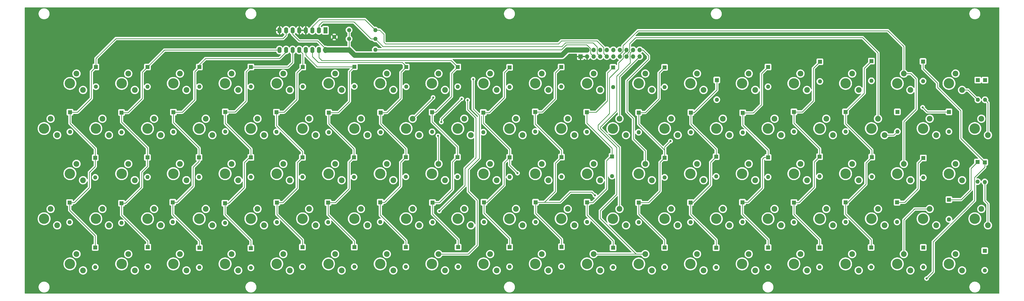
<source format=gbr>
%TF.GenerationSoftware,KiCad,Pcbnew,6.0.11+dfsg-1*%
%TF.CreationDate,2025-05-09T07:28:30+02:00*%
%TF.ProjectId,AkkordeonDiskant,416b6b6f-7264-4656-9f6e-4469736b616e,rev?*%
%TF.SameCoordinates,Original*%
%TF.FileFunction,Copper,L1,Top*%
%TF.FilePolarity,Positive*%
%FSLAX46Y46*%
G04 Gerber Fmt 4.6, Leading zero omitted, Abs format (unit mm)*
G04 Created by KiCad (PCBNEW 6.0.11+dfsg-1) date 2025-05-09 07:28:30*
%MOMM*%
%LPD*%
G01*
G04 APERTURE LIST*
%TA.AperFunction,ComponentPad*%
%ADD10R,1.600000X1.600000*%
%TD*%
%TA.AperFunction,ComponentPad*%
%ADD11O,1.600000X1.600000*%
%TD*%
%TA.AperFunction,WasherPad*%
%ADD12C,4.000000*%
%TD*%
%TA.AperFunction,ComponentPad*%
%ADD13C,2.200000*%
%TD*%
%TA.AperFunction,ComponentPad*%
%ADD14R,1.600000X2.400000*%
%TD*%
%TA.AperFunction,ComponentPad*%
%ADD15O,1.600000X2.400000*%
%TD*%
%TA.AperFunction,ComponentPad*%
%ADD16C,1.600000*%
%TD*%
%TA.AperFunction,ComponentPad*%
%ADD17R,1.700000X1.700000*%
%TD*%
%TA.AperFunction,ComponentPad*%
%ADD18O,1.700000X1.700000*%
%TD*%
%TA.AperFunction,ViaPad*%
%ADD19C,0.800000*%
%TD*%
%TA.AperFunction,Conductor*%
%ADD20C,0.250000*%
%TD*%
%TA.AperFunction,Conductor*%
%ADD21C,2.000000*%
%TD*%
%TA.AperFunction,Conductor*%
%ADD22C,0.252000*%
%TD*%
G04 APERTURE END LIST*
D10*
%TO.P,D76,1,K*%
%TO.N,Net-(D12-Pad1)*%
X270002000Y-143764000D03*
D11*
%TO.P,D76,2,A*%
%TO.N,Net-(D76-Pad2)*%
X270002000Y-151384000D03*
%TD*%
D10*
%TO.P,D39,1,K*%
%TO.N,Net-(D15-Pad1)*%
X170053000Y-143637000D03*
D11*
%TO.P,D39,2,A*%
%TO.N,Net-(D39-Pad2)*%
X170053000Y-151257000D03*
%TD*%
D10*
%TO.P,D47,1,K*%
%TO.N,Net-(D15-Pad1)*%
X329946000Y-213614000D03*
D11*
%TO.P,D47,2,A*%
%TO.N,Net-(D47-Pad2)*%
X329946000Y-221234000D03*
%TD*%
D12*
%TO.P,SW406,*%
%TO.N,*%
X130000000Y-167500000D03*
D13*
%TO.P,SW406,1,1*%
%TO.N,Net-(D30-Pad2)*%
X135080000Y-170040000D03*
%TO.P,SW406,2,2*%
%TO.N,Net-(J1-Pad12)*%
X132540000Y-163690000D03*
%TD*%
D12*
%TO.P,SW307,*%
%TO.N,*%
X160000000Y-185000000D03*
D13*
%TO.P,SW307,1,1*%
%TO.N,Net-(D23-Pad2)*%
X165080000Y-187540000D03*
%TO.P,SW307,2,2*%
%TO.N,Net-(J1-Pad10)*%
X162540000Y-181190000D03*
%TD*%
D12*
%TO.P,SW205,*%
%TO.N,*%
X110000000Y-202500000D03*
D13*
%TO.P,SW205,1,1*%
%TO.N,Net-(D13-Pad2)*%
X115080000Y-205040000D03*
%TO.P,SW205,2,2*%
%TO.N,Net-(J1-Pad8)*%
X112540000Y-198690000D03*
%TD*%
D10*
%TO.P,D73,1,K*%
%TO.N,Net-(D1-Pad1)*%
X210058000Y-143764000D03*
D11*
%TO.P,D73,2,A*%
%TO.N,Net-(D73-Pad2)*%
X210058000Y-151384000D03*
%TD*%
D10*
%TO.P,D26,1,K*%
%TO.N,Net-(D10-Pad1)*%
X59944000Y-161290000D03*
D11*
%TO.P,D26,2,A*%
%TO.N,Net-(D26-Pad2)*%
X59944000Y-168910000D03*
%TD*%
D10*
%TO.P,D79,1,K*%
%TO.N,Net-(D15-Pad1)*%
X330073000Y-141605000D03*
D11*
%TO.P,D79,2,A*%
%TO.N,Net-(D79-Pad2)*%
X330073000Y-149225000D03*
%TD*%
D10*
%TO.P,D68,1,K*%
%TO.N,Net-(D12-Pad1)*%
X259969000Y-161290000D03*
D11*
%TO.P,D68,2,A*%
%TO.N,Net-(D68-Pad2)*%
X259969000Y-168910000D03*
%TD*%
D10*
%TO.P,D82,1,K*%
%TO.N,Net-(D10-Pad1)*%
X379984000Y-195072000D03*
D11*
%TO.P,D82,2,A*%
%TO.N,Net-(D82-Pad2)*%
X379984000Y-202692000D03*
%TD*%
D10*
%TO.P,D65,1,K*%
%TO.N,Net-(D1-Pad1)*%
X199898000Y-161290000D03*
D11*
%TO.P,D65,2,A*%
%TO.N,Net-(D65-Pad2)*%
X199898000Y-168910000D03*
%TD*%
D10*
%TO.P,D53,1,K*%
%TO.N,Net-(D13-Pad1)*%
X280035000Y-196215000D03*
D11*
%TO.P,D53,2,A*%
%TO.N,Net-(D53-Pad2)*%
X280035000Y-203835000D03*
%TD*%
D12*
%TO.P,SW211,*%
%TO.N,*%
X230000000Y-202500000D03*
D13*
%TO.P,SW211,1,1*%
%TO.N,Net-(D51-Pad2)*%
X235080000Y-205040000D03*
%TO.P,SW211,2,2*%
%TO.N,Net-(J1-Pad18)*%
X232540000Y-198690000D03*
%TD*%
D10*
%TO.P,D90,1,K*%
%TO.N,Net-(D10-Pad1)*%
X391033000Y-180467000D03*
D11*
%TO.P,D90,2,A*%
%TO.N,Net-(D90-Pad2)*%
X391033000Y-188087000D03*
%TD*%
D12*
%TO.P,SW202,*%
%TO.N,*%
X50000000Y-202500000D03*
D13*
%TO.P,SW202,1,1*%
%TO.N,Net-(D10-Pad2)*%
X55080000Y-205040000D03*
%TO.P,SW202,2,2*%
%TO.N,Net-(J1-Pad8)*%
X52540000Y-198690000D03*
%TD*%
D10*
%TO.P,D81,1,K*%
%TO.N,Net-(D1-Pad1)*%
X359918000Y-196088000D03*
D11*
%TO.P,D81,2,A*%
%TO.N,Net-(D81-Pad2)*%
X359918000Y-203708000D03*
%TD*%
D10*
%TO.P,D32,1,K*%
%TO.N,Net-(D16-Pad1)*%
X180086000Y-161163000D03*
D11*
%TO.P,D32,2,A*%
%TO.N,Net-(D32-Pad2)*%
X180086000Y-168783000D03*
%TD*%
D10*
%TO.P,D69,1,K*%
%TO.N,Net-(D13-Pad1)*%
X280162000Y-161290000D03*
D11*
%TO.P,D69,2,A*%
%TO.N,Net-(D69-Pad2)*%
X280162000Y-168910000D03*
%TD*%
D12*
%TO.P,SW302,*%
%TO.N,*%
X60000000Y-185000000D03*
D13*
%TO.P,SW302,1,1*%
%TO.N,Net-(D18-Pad2)*%
X65080000Y-187540000D03*
%TO.P,SW302,2,2*%
%TO.N,Net-(J1-Pad10)*%
X62540000Y-181190000D03*
%TD*%
D12*
%TO.P,SW108,*%
%TO.N,*%
X180000000Y-220000000D03*
D13*
%TO.P,SW108,1,1*%
%TO.N,Net-(D8-Pad2)*%
X185080000Y-222540000D03*
%TO.P,SW108,2,2*%
%TO.N,Net-(J1-Pad6)*%
X182540000Y-216190000D03*
%TD*%
D10*
%TO.P,D1,1,K*%
%TO.N,Net-(D1-Pad1)*%
X49784000Y-213614000D03*
D11*
%TO.P,D1,2,A*%
%TO.N,Net-(D1-Pad2)*%
X49784000Y-221234000D03*
%TD*%
D10*
%TO.P,D62,1,K*%
%TO.N,Net-(D14-Pad1)*%
X310007000Y-178689000D03*
D11*
%TO.P,D62,2,A*%
%TO.N,Net-(D62-Pad2)*%
X310007000Y-186309000D03*
%TD*%
D12*
%TO.P,SW405,*%
%TO.N,*%
X110000000Y-167500000D03*
D13*
%TO.P,SW405,1,1*%
%TO.N,Net-(D29-Pad2)*%
X115080000Y-170040000D03*
%TO.P,SW405,2,2*%
%TO.N,Net-(J1-Pad12)*%
X112540000Y-163690000D03*
%TD*%
D10*
%TO.P,D48,1,K*%
%TO.N,Net-(D16-Pad1)*%
X349885000Y-213614000D03*
D11*
%TO.P,D48,2,A*%
%TO.N,Net-(D48-Pad2)*%
X349885000Y-221234000D03*
%TD*%
D12*
%TO.P,SW313,*%
%TO.N,*%
X280000000Y-185000000D03*
D13*
%TO.P,SW313,1,1*%
%TO.N,Net-(D61-Pad2)*%
X285080000Y-187540000D03*
%TO.P,SW313,2,2*%
%TO.N,Net-(J1-Pad20)*%
X282540000Y-181190000D03*
%TD*%
D12*
%TO.P,SW303,*%
%TO.N,*%
X80000000Y-185000000D03*
D13*
%TO.P,SW303,1,1*%
%TO.N,Net-(D19-Pad2)*%
X85080000Y-187540000D03*
%TO.P,SW303,2,2*%
%TO.N,Net-(J1-Pad10)*%
X82540000Y-181190000D03*
%TD*%
D12*
%TO.P,SW511,*%
%TO.N,*%
X240000000Y-150000000D03*
D13*
%TO.P,SW511,1,1*%
%TO.N,Net-(D75-Pad2)*%
X245080000Y-152540000D03*
%TO.P,SW511,2,2*%
%TO.N,Net-(J1-Pad17)*%
X242540000Y-146190000D03*
%TD*%
D12*
%TO.P,SW402,*%
%TO.N,*%
X50000000Y-167500000D03*
D13*
%TO.P,SW402,1,1*%
%TO.N,Net-(D26-Pad2)*%
X55080000Y-170040000D03*
%TO.P,SW402,2,2*%
%TO.N,Net-(J1-Pad12)*%
X52540000Y-163690000D03*
%TD*%
D12*
%TO.P,SW502,*%
%TO.N,*%
X60000000Y-150000000D03*
D13*
%TO.P,SW502,1,1*%
%TO.N,Net-(D34-Pad2)*%
X65080000Y-152540000D03*
%TO.P,SW502,2,2*%
%TO.N,Net-(J1-Pad14)*%
X62540000Y-146190000D03*
%TD*%
D10*
%TO.P,D12,1,K*%
%TO.N,Net-(D12-Pad1)*%
X99949000Y-196469000D03*
D11*
%TO.P,D12,2,A*%
%TO.N,Net-(D12-Pad2)*%
X99949000Y-204089000D03*
%TD*%
D10*
%TO.P,D50,1,K*%
%TO.N,Net-(D10-Pad1)*%
X220091000Y-196088000D03*
D11*
%TO.P,D50,2,A*%
%TO.N,Net-(D50-Pad2)*%
X220091000Y-203708000D03*
%TD*%
D10*
%TO.P,D23,1,K*%
%TO.N,Net-(D15-Pad1)*%
X169926000Y-178562000D03*
D11*
%TO.P,D23,2,A*%
%TO.N,Net-(D23-Pad2)*%
X169926000Y-186182000D03*
%TD*%
D12*
%TO.P,SW403,*%
%TO.N,*%
X70000000Y-167500000D03*
D13*
%TO.P,SW403,1,1*%
%TO.N,Net-(D27-Pad2)*%
X75080000Y-170040000D03*
%TO.P,SW403,2,2*%
%TO.N,Net-(J1-Pad12)*%
X72540000Y-163690000D03*
%TD*%
D10*
%TO.P,D20,1,K*%
%TO.N,Net-(D12-Pad1)*%
X109982000Y-178689000D03*
D11*
%TO.P,D20,2,A*%
%TO.N,Net-(D20-Pad2)*%
X109982000Y-186309000D03*
%TD*%
D10*
%TO.P,D60,1,K*%
%TO.N,Net-(D12-Pad1)*%
X270002000Y-178816000D03*
D11*
%TO.P,D60,2,A*%
%TO.N,Net-(D60-Pad2)*%
X270002000Y-186436000D03*
%TD*%
D12*
%TO.P,SW505,*%
%TO.N,*%
X120000000Y-150000000D03*
D13*
%TO.P,SW505,1,1*%
%TO.N,Net-(D37-Pad2)*%
X125080000Y-152540000D03*
%TO.P,SW505,2,2*%
%TO.N,Net-(J1-Pad14)*%
X122540000Y-146190000D03*
%TD*%
D10*
%TO.P,D7,1,K*%
%TO.N,Net-(D15-Pad1)*%
X169926000Y-213487000D03*
D11*
%TO.P,D7,2,A*%
%TO.N,Net-(D7-Pad2)*%
X169926000Y-221107000D03*
%TD*%
D12*
%TO.P,SW317,*%
%TO.N,*%
X360000000Y-185000000D03*
D13*
%TO.P,SW317,1,1*%
%TO.N,Net-(D89-Pad2)*%
X365080000Y-187540000D03*
%TO.P,SW317,2,2*%
%TO.N,Net-(J1-Pad13)*%
X362540000Y-181190000D03*
%TD*%
D10*
%TO.P,D70,1,K*%
%TO.N,Net-(D14-Pad1)*%
X300228000Y-161417000D03*
D11*
%TO.P,D70,2,A*%
%TO.N,Net-(D70-Pad2)*%
X300228000Y-169037000D03*
%TD*%
D10*
%TO.P,D2,1,K*%
%TO.N,Net-(D10-Pad1)*%
X70104000Y-213487000D03*
D11*
%TO.P,D2,2,A*%
%TO.N,Net-(D2-Pad2)*%
X70104000Y-221107000D03*
%TD*%
D10*
%TO.P,D14,1,K*%
%TO.N,Net-(D14-Pad1)*%
X139827000Y-196215000D03*
D11*
%TO.P,D14,2,A*%
%TO.N,Net-(D14-Pad2)*%
X139827000Y-203835000D03*
%TD*%
D12*
%TO.P,SW103,*%
%TO.N,*%
X80000000Y-220000000D03*
D13*
%TO.P,SW103,1,1*%
%TO.N,Net-(D3-Pad2)*%
X85080000Y-222540000D03*
%TO.P,SW103,2,2*%
%TO.N,Net-(J1-Pad6)*%
X82540000Y-216190000D03*
%TD*%
D12*
%TO.P,SW101,*%
%TO.N,*%
X40000000Y-220000000D03*
D13*
%TO.P,SW101,1,1*%
%TO.N,Net-(D1-Pad2)*%
X45080000Y-222540000D03*
%TO.P,SW101,2,2*%
%TO.N,Net-(J1-Pad6)*%
X42540000Y-216190000D03*
%TD*%
D10*
%TO.P,D44,1,K*%
%TO.N,Net-(D12-Pad1)*%
X270002000Y-213614000D03*
D11*
%TO.P,D44,2,A*%
%TO.N,Net-(D44-Pad2)*%
X270002000Y-221234000D03*
%TD*%
D12*
%TO.P,SW419,*%
%TO.N,*%
X390000000Y-167500000D03*
D13*
%TO.P,SW419,1,1*%
%TO.N,Net-(D86-Pad2)*%
X395080000Y-170040000D03*
%TO.P,SW419,2,2*%
%TO.N,Net-(J1-Pad15)*%
X392540000Y-163690000D03*
%TD*%
D10*
%TO.P,D43,1,K*%
%TO.N,Net-(D11-Pad1)*%
X250063000Y-213741000D03*
D11*
%TO.P,D43,2,A*%
%TO.N,Net-(D43-Pad2)*%
X250063000Y-221361000D03*
%TD*%
D10*
%TO.P,D85,1,K*%
%TO.N,Net-(D13-Pad1)*%
X379984000Y-161036000D03*
D11*
%TO.P,D85,2,A*%
%TO.N,Net-(D85-Pad2)*%
X379984000Y-168656000D03*
%TD*%
D10*
%TO.P,D3,1,K*%
%TO.N,Net-(D11-Pad1)*%
X90043000Y-213741000D03*
D11*
%TO.P,D3,2,A*%
%TO.N,Net-(D3-Pad2)*%
X90043000Y-221361000D03*
%TD*%
D10*
%TO.P,D25,1,K*%
%TO.N,Net-(D1-Pad1)*%
X40005000Y-161163000D03*
D11*
%TO.P,D25,2,A*%
%TO.N,Net-(D25-Pad2)*%
X40005000Y-168783000D03*
%TD*%
D14*
%TO.P,U1,1,A0*%
%TO.N,Net-(J1-Pad5)*%
X138821000Y-129423000D03*
D15*
%TO.P,U1,2,A1*%
%TO.N,Net-(J1-Pad7)*%
X136281000Y-129423000D03*
%TO.P,U1,3,A2*%
%TO.N,Net-(J1-Pad9)*%
X133741000Y-129423000D03*
%TO.P,U1,4,~{G2A}*%
%TO.N,GND*%
X131201000Y-129423000D03*
%TO.P,U1,5,~{G2B}*%
X128661000Y-129423000D03*
%TO.P,U1,6,G1*%
%TO.N,+3V3*%
X126121000Y-129423000D03*
%TO.P,U1,7,~{Y7}*%
%TO.N,Net-(D1-Pad1)*%
X123581000Y-129423000D03*
%TO.P,U1,8,GND*%
%TO.N,GND*%
X121041000Y-129423000D03*
%TO.P,U1,9,~{Y6}*%
%TO.N,Net-(D10-Pad1)*%
X121041000Y-137043000D03*
%TO.P,U1,10,~{Y5}*%
%TO.N,Net-(D11-Pad1)*%
X123581000Y-137043000D03*
%TO.P,U1,11,~{Y4}*%
%TO.N,Net-(D12-Pad1)*%
X126121000Y-137043000D03*
%TO.P,U1,12,~{Y3}*%
%TO.N,Net-(D13-Pad1)*%
X128661000Y-137043000D03*
%TO.P,U1,13,~{Y2}*%
%TO.N,Net-(D14-Pad1)*%
X131201000Y-137043000D03*
%TO.P,U1,14,~{Y1}*%
%TO.N,Net-(D15-Pad1)*%
X133741000Y-137043000D03*
%TO.P,U1,15,~{Y0}*%
%TO.N,Net-(D16-Pad1)*%
X136281000Y-137043000D03*
%TO.P,U1,16,VCC*%
%TO.N,+3V3*%
X138821000Y-137043000D03*
%TD*%
D10*
%TO.P,D86,1,K*%
%TO.N,Net-(D14-Pad1)*%
X393954000Y-148717000D03*
D11*
%TO.P,D86,2,A*%
%TO.N,Net-(D86-Pad2)*%
X393954000Y-156337000D03*
%TD*%
D10*
%TO.P,D42,1,K*%
%TO.N,Net-(D10-Pad1)*%
X230124000Y-213360000D03*
D11*
%TO.P,D42,2,A*%
%TO.N,Net-(D42-Pad2)*%
X230124000Y-220980000D03*
%TD*%
D12*
%TO.P,SW515,*%
%TO.N,*%
X320000000Y-150000000D03*
D13*
%TO.P,SW515,1,1*%
%TO.N,Net-(D79-Pad2)*%
X325080000Y-152540000D03*
%TO.P,SW515,2,2*%
%TO.N,Net-(J1-Pad17)*%
X322540000Y-146190000D03*
%TD*%
D12*
%TO.P,SW116,*%
%TO.N,*%
X340000000Y-220000000D03*
D13*
%TO.P,SW116,1,1*%
%TO.N,Net-(D48-Pad2)*%
X345080000Y-222540000D03*
%TO.P,SW116,2,2*%
%TO.N,Net-(J1-Pad16)*%
X342540000Y-216190000D03*
%TD*%
D10*
%TO.P,D31,1,K*%
%TO.N,Net-(D15-Pad1)*%
X160147000Y-161290000D03*
D11*
%TO.P,D31,2,A*%
%TO.N,Net-(D31-Pad2)*%
X160147000Y-168910000D03*
%TD*%
D12*
%TO.P,SW215,*%
%TO.N,*%
X310000000Y-202500000D03*
D13*
%TO.P,SW215,1,1*%
%TO.N,Net-(D55-Pad2)*%
X315080000Y-205040000D03*
%TO.P,SW215,2,2*%
%TO.N,Net-(J1-Pad18)*%
X312540000Y-198690000D03*
%TD*%
D10*
%TO.P,D17,1,K*%
%TO.N,Net-(D1-Pad1)*%
X49784000Y-178816000D03*
D11*
%TO.P,D17,2,A*%
%TO.N,Net-(D17-Pad2)*%
X49784000Y-186436000D03*
%TD*%
D10*
%TO.P,D57,1,K*%
%TO.N,Net-(D1-Pad1)*%
X210058000Y-178689000D03*
D11*
%TO.P,D57,2,A*%
%TO.N,Net-(D57-Pad2)*%
X210058000Y-186309000D03*
%TD*%
D16*
%TO.P,R3,1*%
%TO.N,+3V3*%
X147955000Y-136906000D03*
D11*
%TO.P,R3,2*%
%TO.N,Net-(J1-Pad5)*%
X158115000Y-136906000D03*
%TD*%
D12*
%TO.P,SW315,*%
%TO.N,*%
X320000000Y-185000000D03*
D13*
%TO.P,SW315,1,1*%
%TO.N,Net-(D63-Pad2)*%
X325080000Y-187540000D03*
%TO.P,SW315,2,2*%
%TO.N,Net-(J1-Pad20)*%
X322540000Y-181190000D03*
%TD*%
D12*
%TO.P,SW503,*%
%TO.N,*%
X80000000Y-150000000D03*
D13*
%TO.P,SW503,1,1*%
%TO.N,Net-(D35-Pad2)*%
X85080000Y-152540000D03*
%TO.P,SW503,2,2*%
%TO.N,Net-(J1-Pad14)*%
X82540000Y-146190000D03*
%TD*%
D12*
%TO.P,SW411,*%
%TO.N,*%
X230000000Y-167500000D03*
D13*
%TO.P,SW411,1,1*%
%TO.N,Net-(D67-Pad2)*%
X235080000Y-170040000D03*
%TO.P,SW411,2,2*%
%TO.N,Net-(J1-Pad19)*%
X232540000Y-163690000D03*
%TD*%
D10*
%TO.P,D4,1,K*%
%TO.N,Net-(D12-Pad1)*%
X109982000Y-213868000D03*
D11*
%TO.P,D4,2,A*%
%TO.N,Net-(D4-Pad2)*%
X109982000Y-221488000D03*
%TD*%
D12*
%TO.P,SW208,*%
%TO.N,*%
X170000000Y-202500000D03*
D13*
%TO.P,SW208,1,1*%
%TO.N,Net-(D16-Pad2)*%
X175080000Y-205040000D03*
%TO.P,SW208,2,2*%
%TO.N,Net-(J1-Pad8)*%
X172540000Y-198690000D03*
%TD*%
D12*
%TO.P,SW410,*%
%TO.N,*%
X210000000Y-167500000D03*
D13*
%TO.P,SW410,1,1*%
%TO.N,Net-(D66-Pad2)*%
X215080000Y-170040000D03*
%TO.P,SW410,2,2*%
%TO.N,Net-(J1-Pad19)*%
X212540000Y-163690000D03*
%TD*%
D10*
%TO.P,D88,1,K*%
%TO.N,Net-(D16-Pad1)*%
X393827000Y-214884000D03*
D11*
%TO.P,D88,2,A*%
%TO.N,Net-(D88-Pad2)*%
X393827000Y-222504000D03*
%TD*%
D10*
%TO.P,D15,1,K*%
%TO.N,Net-(D15-Pad1)*%
X160020000Y-196088000D03*
D11*
%TO.P,D15,2,A*%
%TO.N,Net-(D15-Pad2)*%
X160020000Y-203708000D03*
%TD*%
D12*
%TO.P,SW509,*%
%TO.N,*%
X200000000Y-150000000D03*
D13*
%TO.P,SW509,1,1*%
%TO.N,Net-(D73-Pad2)*%
X205080000Y-152540000D03*
%TO.P,SW509,2,2*%
%TO.N,Net-(J1-Pad17)*%
X202540000Y-146190000D03*
%TD*%
D12*
%TO.P,SW107,*%
%TO.N,*%
X160000000Y-220000000D03*
D13*
%TO.P,SW107,1,1*%
%TO.N,Net-(D7-Pad2)*%
X165080000Y-222540000D03*
%TO.P,SW107,2,2*%
%TO.N,Net-(J1-Pad6)*%
X162540000Y-216190000D03*
%TD*%
D12*
%TO.P,SW218,*%
%TO.N,*%
X370000000Y-202500000D03*
D13*
%TO.P,SW218,1,1*%
%TO.N,Net-(D82-Pad2)*%
X375080000Y-205040000D03*
%TO.P,SW218,2,2*%
%TO.N,Net-(J1-Pad15)*%
X372540000Y-198690000D03*
%TD*%
D10*
%TO.P,D87,1,K*%
%TO.N,Net-(D15-Pad1)*%
X370078000Y-213614000D03*
D11*
%TO.P,D87,2,A*%
%TO.N,Net-(D87-Pad2)*%
X370078000Y-221234000D03*
%TD*%
D12*
%TO.P,SW305,*%
%TO.N,*%
X120000000Y-185000000D03*
D13*
%TO.P,SW305,1,1*%
%TO.N,Net-(D21-Pad2)*%
X125080000Y-187540000D03*
%TO.P,SW305,2,2*%
%TO.N,Net-(J1-Pad10)*%
X122540000Y-181190000D03*
%TD*%
D12*
%TO.P,SW414,*%
%TO.N,*%
X290000000Y-167500000D03*
D13*
%TO.P,SW414,1,1*%
%TO.N,Net-(D70-Pad2)*%
X295080000Y-170040000D03*
%TO.P,SW414,2,2*%
%TO.N,Net-(J1-Pad19)*%
X292540000Y-163690000D03*
%TD*%
D10*
%TO.P,D56,1,K*%
%TO.N,Net-(D16-Pad1)*%
X339979000Y-196088000D03*
D11*
%TO.P,D56,2,A*%
%TO.N,Net-(D56-Pad2)*%
X339979000Y-203708000D03*
%TD*%
D10*
%TO.P,D72,1,K*%
%TO.N,Net-(D16-Pad1)*%
X339979000Y-161036000D03*
D11*
%TO.P,D72,2,A*%
%TO.N,Net-(D72-Pad2)*%
X339979000Y-168656000D03*
%TD*%
D12*
%TO.P,SW513,*%
%TO.N,*%
X280000000Y-150000000D03*
D13*
%TO.P,SW513,1,1*%
%TO.N,Net-(D77-Pad2)*%
X285080000Y-152540000D03*
%TO.P,SW513,2,2*%
%TO.N,Net-(J1-Pad17)*%
X282540000Y-146190000D03*
%TD*%
D12*
%TO.P,SW418,*%
%TO.N,*%
X370000000Y-167500000D03*
D13*
%TO.P,SW418,1,1*%
%TO.N,Net-(D85-Pad2)*%
X375080000Y-170040000D03*
%TO.P,SW418,2,2*%
%TO.N,Net-(J1-Pad15)*%
X372540000Y-163690000D03*
%TD*%
D12*
%TO.P,SW104,*%
%TO.N,*%
X100000000Y-220000000D03*
D13*
%TO.P,SW104,1,1*%
%TO.N,Net-(D4-Pad2)*%
X105080000Y-222540000D03*
%TO.P,SW104,2,2*%
%TO.N,Net-(J1-Pad6)*%
X102540000Y-216190000D03*
%TD*%
D12*
%TO.P,SW216,*%
%TO.N,*%
X330000000Y-202500000D03*
D13*
%TO.P,SW216,1,1*%
%TO.N,Net-(D56-Pad2)*%
X335080000Y-205040000D03*
%TO.P,SW216,2,2*%
%TO.N,Net-(J1-Pad18)*%
X332540000Y-198690000D03*
%TD*%
D12*
%TO.P,SW417,*%
%TO.N,*%
X350000000Y-167500000D03*
D13*
%TO.P,SW417,1,1*%
%TO.N,Net-(D84-Pad2)*%
X355080000Y-170040000D03*
%TO.P,SW417,2,2*%
%TO.N,Net-(J1-Pad15)*%
X352540000Y-163690000D03*
%TD*%
D12*
%TO.P,SW412,*%
%TO.N,*%
X250000000Y-167500000D03*
D13*
%TO.P,SW412,1,1*%
%TO.N,Net-(D68-Pad2)*%
X255080000Y-170040000D03*
%TO.P,SW412,2,2*%
%TO.N,Net-(J1-Pad19)*%
X252540000Y-163690000D03*
%TD*%
D10*
%TO.P,D22,1,K*%
%TO.N,Net-(D14-Pad1)*%
X149860000Y-178689000D03*
D11*
%TO.P,D22,2,A*%
%TO.N,Net-(D22-Pad2)*%
X149860000Y-186309000D03*
%TD*%
D12*
%TO.P,SW407,*%
%TO.N,*%
X150000000Y-167500000D03*
D13*
%TO.P,SW407,1,1*%
%TO.N,Net-(D31-Pad2)*%
X155080000Y-170040000D03*
%TO.P,SW407,2,2*%
%TO.N,Net-(J1-Pad12)*%
X152540000Y-163690000D03*
%TD*%
D12*
%TO.P,SW213,*%
%TO.N,*%
X270000000Y-202500000D03*
D13*
%TO.P,SW213,1,1*%
%TO.N,Net-(D53-Pad2)*%
X275080000Y-205040000D03*
%TO.P,SW213,2,2*%
%TO.N,Net-(J1-Pad18)*%
X272540000Y-198690000D03*
%TD*%
D10*
%TO.P,D84,1,K*%
%TO.N,Net-(D12-Pad1)*%
X360045000Y-161036000D03*
D11*
%TO.P,D84,2,A*%
%TO.N,Net-(D84-Pad2)*%
X360045000Y-168656000D03*
%TD*%
D10*
%TO.P,D66,1,K*%
%TO.N,Net-(D10-Pad1)*%
X219964000Y-161036000D03*
D11*
%TO.P,D66,2,A*%
%TO.N,Net-(D66-Pad2)*%
X219964000Y-168656000D03*
%TD*%
D10*
%TO.P,D46,1,K*%
%TO.N,Net-(D14-Pad1)*%
X310007000Y-213614000D03*
D11*
%TO.P,D46,2,A*%
%TO.N,Net-(D46-Pad2)*%
X310007000Y-221234000D03*
%TD*%
D12*
%TO.P,SW209,*%
%TO.N,*%
X190000000Y-202500000D03*
D13*
%TO.P,SW209,1,1*%
%TO.N,Net-(D49-Pad2)*%
X195080000Y-205040000D03*
%TO.P,SW209,2,2*%
%TO.N,Net-(J1-Pad18)*%
X192540000Y-198690000D03*
%TD*%
D12*
%TO.P,SW314,*%
%TO.N,*%
X300000000Y-185000000D03*
D13*
%TO.P,SW314,1,1*%
%TO.N,Net-(D62-Pad2)*%
X305080000Y-187540000D03*
%TO.P,SW314,2,2*%
%TO.N,Net-(J1-Pad20)*%
X302540000Y-181190000D03*
%TD*%
D12*
%TO.P,SW112,*%
%TO.N,*%
X260000000Y-220000000D03*
D13*
%TO.P,SW112,1,1*%
%TO.N,Net-(D44-Pad2)*%
X265080000Y-222540000D03*
%TO.P,SW112,2,2*%
%TO.N,Net-(J1-Pad16)*%
X262540000Y-216190000D03*
%TD*%
D12*
%TO.P,SW113,*%
%TO.N,*%
X280000000Y-220000000D03*
D13*
%TO.P,SW113,1,1*%
%TO.N,Net-(D45-Pad2)*%
X285080000Y-222540000D03*
%TO.P,SW113,2,2*%
%TO.N,Net-(J1-Pad16)*%
X282540000Y-216190000D03*
%TD*%
D12*
%TO.P,SW114,*%
%TO.N,*%
X300000000Y-220000000D03*
D13*
%TO.P,SW114,1,1*%
%TO.N,Net-(D46-Pad2)*%
X305080000Y-222540000D03*
%TO.P,SW114,2,2*%
%TO.N,Net-(J1-Pad16)*%
X302540000Y-216190000D03*
%TD*%
D12*
%TO.P,SW512,*%
%TO.N,*%
X260000000Y-150000000D03*
D13*
%TO.P,SW512,1,1*%
%TO.N,Net-(D76-Pad2)*%
X265080000Y-152540000D03*
%TO.P,SW512,2,2*%
%TO.N,Net-(J1-Pad17)*%
X262540000Y-146190000D03*
%TD*%
D12*
%TO.P,SW106,*%
%TO.N,*%
X140000000Y-220000000D03*
D13*
%TO.P,SW106,1,1*%
%TO.N,Net-(D6-Pad2)*%
X145080000Y-222540000D03*
%TO.P,SW106,2,2*%
%TO.N,Net-(J1-Pad6)*%
X142540000Y-216190000D03*
%TD*%
D10*
%TO.P,D29,1,K*%
%TO.N,Net-(D13-Pad1)*%
X119888000Y-161163000D03*
D11*
%TO.P,D29,2,A*%
%TO.N,Net-(D29-Pad2)*%
X119888000Y-168783000D03*
%TD*%
D10*
%TO.P,D91,1,K*%
%TO.N,Net-(D11-Pad1)*%
X369951000Y-141478000D03*
D11*
%TO.P,D91,2,A*%
%TO.N,Net-(D91-Pad2)*%
X369951000Y-149098000D03*
%TD*%
D12*
%TO.P,SW510,*%
%TO.N,*%
X220000000Y-150000000D03*
D13*
%TO.P,SW510,1,1*%
%TO.N,Net-(D74-Pad2)*%
X225080000Y-152540000D03*
%TO.P,SW510,2,2*%
%TO.N,Net-(J1-Pad17)*%
X222540000Y-146190000D03*
%TD*%
D12*
%TO.P,SW413,*%
%TO.N,*%
X270000000Y-167500000D03*
D13*
%TO.P,SW413,1,1*%
%TO.N,Net-(D69-Pad2)*%
X275080000Y-170040000D03*
%TO.P,SW413,2,2*%
%TO.N,Net-(J1-Pad19)*%
X272540000Y-163690000D03*
%TD*%
D16*
%TO.P,R1,1*%
%TO.N,+3V3*%
X147955000Y-129286000D03*
D11*
%TO.P,R1,2*%
%TO.N,Net-(J1-Pad9)*%
X158115000Y-129286000D03*
%TD*%
D12*
%TO.P,SW204,*%
%TO.N,*%
X90000000Y-202500000D03*
D13*
%TO.P,SW204,1,1*%
%TO.N,Net-(D12-Pad2)*%
X95080000Y-205040000D03*
%TO.P,SW204,2,2*%
%TO.N,Net-(J1-Pad8)*%
X92540000Y-198690000D03*
%TD*%
D10*
%TO.P,D33,1,K*%
%TO.N,Net-(D1-Pad1)*%
X50038000Y-143637000D03*
D11*
%TO.P,D33,2,A*%
%TO.N,Net-(D33-Pad2)*%
X50038000Y-151257000D03*
%TD*%
D12*
%TO.P,SW312,*%
%TO.N,*%
X260000000Y-185000000D03*
D13*
%TO.P,SW312,1,1*%
%TO.N,Net-(D60-Pad2)*%
X265080000Y-187540000D03*
%TO.P,SW312,2,2*%
%TO.N,Net-(J1-Pad20)*%
X262540000Y-181190000D03*
%TD*%
D12*
%TO.P,SW514,*%
%TO.N,*%
X300000000Y-150000000D03*
D13*
%TO.P,SW514,1,1*%
%TO.N,Net-(D78-Pad2)*%
X305080000Y-152540000D03*
%TO.P,SW514,2,2*%
%TO.N,Net-(J1-Pad17)*%
X302540000Y-146190000D03*
%TD*%
D10*
%TO.P,D11,1,K*%
%TO.N,Net-(D11-Pad1)*%
X79756000Y-196088000D03*
D11*
%TO.P,D11,2,A*%
%TO.N,Net-(D11-Pad2)*%
X79756000Y-203708000D03*
%TD*%
D10*
%TO.P,D92,1,K*%
%TO.N,Net-(D12-Pad1)*%
X391160000Y-148717000D03*
D11*
%TO.P,D92,2,A*%
%TO.N,Net-(D92-Pad2)*%
X391160000Y-156337000D03*
%TD*%
D10*
%TO.P,D77,1,K*%
%TO.N,Net-(D13-Pad1)*%
X290195000Y-148684000D03*
D11*
%TO.P,D77,2,A*%
%TO.N,Net-(D77-Pad2)*%
X290195000Y-156304000D03*
%TD*%
D12*
%TO.P,SW401,*%
%TO.N,*%
X30000000Y-167500000D03*
D13*
%TO.P,SW401,1,1*%
%TO.N,Net-(D25-Pad2)*%
X35080000Y-170040000D03*
%TO.P,SW401,2,2*%
%TO.N,Net-(J1-Pad12)*%
X32540000Y-163690000D03*
%TD*%
D12*
%TO.P,SW110,*%
%TO.N,*%
X220000000Y-220000000D03*
D13*
%TO.P,SW110,1,1*%
%TO.N,Net-(D42-Pad2)*%
X225080000Y-222540000D03*
%TO.P,SW110,2,2*%
%TO.N,Net-(J1-Pad16)*%
X222540000Y-216190000D03*
%TD*%
D10*
%TO.P,D27,1,K*%
%TO.N,Net-(D11-Pad1)*%
X80010000Y-161163000D03*
D11*
%TO.P,D27,2,A*%
%TO.N,Net-(D27-Pad2)*%
X80010000Y-168783000D03*
%TD*%
D12*
%TO.P,SW311,*%
%TO.N,*%
X240000000Y-185000000D03*
D13*
%TO.P,SW311,1,1*%
%TO.N,Net-(D59-Pad2)*%
X245080000Y-187540000D03*
%TO.P,SW311,2,2*%
%TO.N,Net-(J1-Pad20)*%
X242540000Y-181190000D03*
%TD*%
D10*
%TO.P,D16,1,K*%
%TO.N,Net-(D16-Pad1)*%
X180213000Y-196215000D03*
D11*
%TO.P,D16,2,A*%
%TO.N,Net-(D16-Pad2)*%
X180213000Y-203835000D03*
%TD*%
D12*
%TO.P,SW316,*%
%TO.N,*%
X340000000Y-185000000D03*
D13*
%TO.P,SW316,1,1*%
%TO.N,Net-(D64-Pad2)*%
X345080000Y-187540000D03*
%TO.P,SW316,2,2*%
%TO.N,Net-(J1-Pad20)*%
X342540000Y-181190000D03*
%TD*%
D10*
%TO.P,D49,1,K*%
%TO.N,Net-(D1-Pad1)*%
X200152000Y-196088000D03*
D11*
%TO.P,D49,2,A*%
%TO.N,Net-(D49-Pad2)*%
X200152000Y-203708000D03*
%TD*%
D12*
%TO.P,SW105,*%
%TO.N,*%
X120000000Y-220000000D03*
D13*
%TO.P,SW105,1,1*%
%TO.N,Net-(D5-Pad2)*%
X125080000Y-222540000D03*
%TO.P,SW105,2,2*%
%TO.N,Net-(J1-Pad6)*%
X122540000Y-216190000D03*
%TD*%
D10*
%TO.P,D41,1,K*%
%TO.N,Net-(D1-Pad1)*%
X210058000Y-213487000D03*
D11*
%TO.P,D41,2,A*%
%TO.N,Net-(D41-Pad2)*%
X210058000Y-221107000D03*
%TD*%
D10*
%TO.P,D63,1,K*%
%TO.N,Net-(D15-Pad1)*%
X329946000Y-178435000D03*
D11*
%TO.P,D63,2,A*%
%TO.N,Net-(D63-Pad2)*%
X329946000Y-186055000D03*
%TD*%
D12*
%TO.P,SW516,*%
%TO.N,*%
X340000000Y-150000000D03*
D13*
%TO.P,SW516,1,1*%
%TO.N,Net-(D80-Pad2)*%
X345080000Y-152540000D03*
%TO.P,SW516,2,2*%
%TO.N,Net-(J1-Pad17)*%
X342540000Y-146190000D03*
%TD*%
D10*
%TO.P,D80,1,K*%
%TO.N,Net-(D16-Pad1)*%
X350012000Y-141351000D03*
D11*
%TO.P,D80,2,A*%
%TO.N,Net-(D80-Pad2)*%
X350012000Y-148971000D03*
%TD*%
D10*
%TO.P,D52,1,K*%
%TO.N,Net-(D12-Pad1)*%
X259969000Y-196215000D03*
D11*
%TO.P,D52,2,A*%
%TO.N,Net-(D52-Pad2)*%
X259969000Y-203835000D03*
%TD*%
D10*
%TO.P,D28,1,K*%
%TO.N,Net-(D12-Pad1)*%
X100076000Y-161036000D03*
D11*
%TO.P,D28,2,A*%
%TO.N,Net-(D28-Pad2)*%
X100076000Y-168656000D03*
%TD*%
D10*
%TO.P,D75,1,K*%
%TO.N,Net-(D11-Pad1)*%
X250063000Y-143764000D03*
D11*
%TO.P,D75,2,A*%
%TO.N,Net-(D75-Pad2)*%
X250063000Y-151384000D03*
%TD*%
D10*
%TO.P,D19,1,K*%
%TO.N,Net-(D11-Pad1)*%
X89916000Y-178689000D03*
D11*
%TO.P,D19,2,A*%
%TO.N,Net-(D19-Pad2)*%
X89916000Y-186309000D03*
%TD*%
D10*
%TO.P,D55,1,K*%
%TO.N,Net-(D15-Pad1)*%
X320040000Y-196215000D03*
D11*
%TO.P,D55,2,A*%
%TO.N,Net-(D55-Pad2)*%
X320040000Y-203835000D03*
%TD*%
D10*
%TO.P,D74,1,K*%
%TO.N,Net-(D10-Pad1)*%
X229997000Y-143637000D03*
D11*
%TO.P,D74,2,A*%
%TO.N,Net-(D74-Pad2)*%
X229997000Y-151257000D03*
%TD*%
D12*
%TO.P,SW201,*%
%TO.N,*%
X30000000Y-202500000D03*
D13*
%TO.P,SW201,1,1*%
%TO.N,Net-(D9-Pad2)*%
X35080000Y-205040000D03*
%TO.P,SW201,2,2*%
%TO.N,Net-(J1-Pad8)*%
X32540000Y-198690000D03*
%TD*%
D10*
%TO.P,D61,1,K*%
%TO.N,Net-(D13-Pad1)*%
X289941000Y-178435000D03*
D11*
%TO.P,D61,2,A*%
%TO.N,Net-(D61-Pad2)*%
X289941000Y-186055000D03*
%TD*%
D12*
%TO.P,SW206,*%
%TO.N,*%
X130000000Y-202500000D03*
D13*
%TO.P,SW206,1,1*%
%TO.N,Net-(D14-Pad2)*%
X135080000Y-205040000D03*
%TO.P,SW206,2,2*%
%TO.N,Net-(J1-Pad8)*%
X132540000Y-198690000D03*
%TD*%
D10*
%TO.P,D67,1,K*%
%TO.N,Net-(D11-Pad1)*%
X239903000Y-161163000D03*
D11*
%TO.P,D67,2,A*%
%TO.N,Net-(D67-Pad2)*%
X239903000Y-168783000D03*
%TD*%
D10*
%TO.P,D54,1,K*%
%TO.N,Net-(D14-Pad1)*%
X300101000Y-196088000D03*
D11*
%TO.P,D54,2,A*%
%TO.N,Net-(D54-Pad2)*%
X300101000Y-203708000D03*
%TD*%
D12*
%TO.P,SW102,*%
%TO.N,*%
X60000000Y-220000000D03*
D13*
%TO.P,SW102,1,1*%
%TO.N,Net-(D2-Pad2)*%
X65080000Y-222540000D03*
%TO.P,SW102,2,2*%
%TO.N,Net-(J1-Pad6)*%
X62540000Y-216190000D03*
%TD*%
D10*
%TO.P,D36,1,K*%
%TO.N,Net-(D12-Pad1)*%
X109982000Y-143637000D03*
D11*
%TO.P,D36,2,A*%
%TO.N,Net-(D36-Pad2)*%
X109982000Y-151257000D03*
%TD*%
D10*
%TO.P,D78,1,K*%
%TO.N,Net-(D14-Pad1)*%
X310007000Y-143637000D03*
D11*
%TO.P,D78,2,A*%
%TO.N,Net-(D78-Pad2)*%
X310007000Y-151257000D03*
%TD*%
D12*
%TO.P,SW504,*%
%TO.N,*%
X100000000Y-150000000D03*
D13*
%TO.P,SW504,1,1*%
%TO.N,Net-(D36-Pad2)*%
X105080000Y-152540000D03*
%TO.P,SW504,2,2*%
%TO.N,Net-(J1-Pad14)*%
X102540000Y-146190000D03*
%TD*%
D12*
%TO.P,SW309,*%
%TO.N,*%
X200000000Y-185000000D03*
D13*
%TO.P,SW309,1,1*%
%TO.N,Net-(D57-Pad2)*%
X205080000Y-187540000D03*
%TO.P,SW309,2,2*%
%TO.N,Net-(J1-Pad20)*%
X202540000Y-181190000D03*
%TD*%
D12*
%TO.P,SW109,*%
%TO.N,*%
X200000000Y-220000000D03*
D13*
%TO.P,SW109,1,1*%
%TO.N,Net-(D41-Pad2)*%
X205080000Y-222540000D03*
%TO.P,SW109,2,2*%
%TO.N,Net-(J1-Pad16)*%
X202540000Y-216190000D03*
%TD*%
D10*
%TO.P,D37,1,K*%
%TO.N,Net-(D13-Pad1)*%
X130048000Y-143637000D03*
D11*
%TO.P,D37,2,A*%
%TO.N,Net-(D37-Pad2)*%
X130048000Y-151257000D03*
%TD*%
D12*
%TO.P,SW304,*%
%TO.N,*%
X100000000Y-185000000D03*
D13*
%TO.P,SW304,1,1*%
%TO.N,Net-(D20-Pad2)*%
X105080000Y-187540000D03*
%TO.P,SW304,2,2*%
%TO.N,Net-(J1-Pad10)*%
X102540000Y-181190000D03*
%TD*%
D12*
%TO.P,SW207,*%
%TO.N,*%
X150000000Y-202500000D03*
D13*
%TO.P,SW207,1,1*%
%TO.N,Net-(D15-Pad2)*%
X155080000Y-205040000D03*
%TO.P,SW207,2,2*%
%TO.N,Net-(J1-Pad8)*%
X152540000Y-198690000D03*
%TD*%
D10*
%TO.P,D34,1,K*%
%TO.N,Net-(D10-Pad1)*%
X69977000Y-143637000D03*
D11*
%TO.P,D34,2,A*%
%TO.N,Net-(D34-Pad2)*%
X69977000Y-151257000D03*
%TD*%
D12*
%TO.P,SW210,*%
%TO.N,*%
X210000000Y-202500000D03*
D13*
%TO.P,SW210,1,1*%
%TO.N,Net-(D50-Pad2)*%
X215080000Y-205040000D03*
%TO.P,SW210,2,2*%
%TO.N,Net-(J1-Pad18)*%
X212540000Y-198690000D03*
%TD*%
D12*
%TO.P,SW507,*%
%TO.N,*%
X160000000Y-150000000D03*
D13*
%TO.P,SW507,1,1*%
%TO.N,Net-(D39-Pad2)*%
X165080000Y-152540000D03*
%TO.P,SW507,2,2*%
%TO.N,Net-(J1-Pad14)*%
X162540000Y-146190000D03*
%TD*%
D10*
%TO.P,D21,1,K*%
%TO.N,Net-(D13-Pad1)*%
X129921000Y-178689000D03*
D11*
%TO.P,D21,2,A*%
%TO.N,Net-(D21-Pad2)*%
X129921000Y-186309000D03*
%TD*%
D10*
%TO.P,D10,1,K*%
%TO.N,Net-(D10-Pad1)*%
X59944000Y-196469000D03*
D11*
%TO.P,D10,2,A*%
%TO.N,Net-(D10-Pad2)*%
X59944000Y-204089000D03*
%TD*%
D12*
%TO.P,SW214,*%
%TO.N,*%
X290000000Y-202500000D03*
D13*
%TO.P,SW214,1,1*%
%TO.N,Net-(D54-Pad2)*%
X295080000Y-205040000D03*
%TO.P,SW214,2,2*%
%TO.N,Net-(J1-Pad18)*%
X292540000Y-198690000D03*
%TD*%
D10*
%TO.P,D38,1,K*%
%TO.N,Net-(D14-Pad1)*%
X149987000Y-143510000D03*
D11*
%TO.P,D38,2,A*%
%TO.N,Net-(D38-Pad2)*%
X149987000Y-151130000D03*
%TD*%
D12*
%TO.P,SW115,*%
%TO.N,*%
X320000000Y-220000000D03*
D13*
%TO.P,SW115,1,1*%
%TO.N,Net-(D47-Pad2)*%
X325080000Y-222540000D03*
%TO.P,SW115,2,2*%
%TO.N,Net-(J1-Pad16)*%
X322540000Y-216190000D03*
%TD*%
D12*
%TO.P,SW111,*%
%TO.N,*%
X240000000Y-220000000D03*
D13*
%TO.P,SW111,1,1*%
%TO.N,Net-(D43-Pad2)*%
X245080000Y-222540000D03*
%TO.P,SW111,2,2*%
%TO.N,Net-(J1-Pad16)*%
X242540000Y-216190000D03*
%TD*%
D10*
%TO.P,D89,1,K*%
%TO.N,Net-(D1-Pad1)*%
X370078000Y-178943000D03*
D11*
%TO.P,D89,2,A*%
%TO.N,Net-(D89-Pad2)*%
X370078000Y-186563000D03*
%TD*%
D12*
%TO.P,SW404,*%
%TO.N,*%
X90000000Y-167500000D03*
D13*
%TO.P,SW404,1,1*%
%TO.N,Net-(D28-Pad2)*%
X95080000Y-170040000D03*
%TO.P,SW404,2,2*%
%TO.N,Net-(J1-Pad12)*%
X92540000Y-163690000D03*
%TD*%
D12*
%TO.P,SW501,*%
%TO.N,*%
X40000000Y-150000000D03*
D13*
%TO.P,SW501,1,1*%
%TO.N,Net-(D33-Pad2)*%
X45080000Y-152540000D03*
%TO.P,SW501,2,2*%
%TO.N,Net-(J1-Pad14)*%
X42540000Y-146190000D03*
%TD*%
D10*
%TO.P,D59,1,K*%
%TO.N,Net-(D11-Pad1)*%
X249682000Y-178308000D03*
D11*
%TO.P,D59,2,A*%
%TO.N,Net-(D59-Pad2)*%
X249682000Y-185928000D03*
%TD*%
D12*
%TO.P,SW408,*%
%TO.N,*%
X170000000Y-167500000D03*
D13*
%TO.P,SW408,1,1*%
%TO.N,Net-(D32-Pad2)*%
X175080000Y-170040000D03*
%TO.P,SW408,2,2*%
%TO.N,Net-(J1-Pad12)*%
X172540000Y-163690000D03*
%TD*%
D12*
%TO.P,SW409,*%
%TO.N,*%
X190000000Y-167500000D03*
D13*
%TO.P,SW409,1,1*%
%TO.N,Net-(D65-Pad2)*%
X195080000Y-170040000D03*
%TO.P,SW409,2,2*%
%TO.N,Net-(J1-Pad19)*%
X192540000Y-163690000D03*
%TD*%
D12*
%TO.P,SW212,*%
%TO.N,*%
X250000000Y-202500000D03*
D13*
%TO.P,SW212,1,1*%
%TO.N,Net-(D52-Pad2)*%
X255080000Y-205040000D03*
%TO.P,SW212,2,2*%
%TO.N,Net-(J1-Pad18)*%
X252540000Y-198690000D03*
%TD*%
D10*
%TO.P,D45,1,K*%
%TO.N,Net-(D13-Pad1)*%
X289941000Y-213741000D03*
D11*
%TO.P,D45,2,A*%
%TO.N,Net-(D45-Pad2)*%
X289941000Y-221361000D03*
%TD*%
D10*
%TO.P,D30,1,K*%
%TO.N,Net-(D14-Pad1)*%
X140081000Y-161290000D03*
D11*
%TO.P,D30,2,A*%
%TO.N,Net-(D30-Pad2)*%
X140081000Y-168910000D03*
%TD*%
D10*
%TO.P,D5,1,K*%
%TO.N,Net-(D13-Pad1)*%
X129921000Y-213487000D03*
D11*
%TO.P,D5,2,A*%
%TO.N,Net-(D5-Pad2)*%
X129921000Y-221107000D03*
%TD*%
D12*
%TO.P,SW308,*%
%TO.N,*%
X180000000Y-185000000D03*
D13*
%TO.P,SW308,1,1*%
%TO.N,Net-(D24-Pad2)*%
X185080000Y-187540000D03*
%TO.P,SW308,2,2*%
%TO.N,Net-(J1-Pad10)*%
X182540000Y-181190000D03*
%TD*%
D10*
%TO.P,D51,1,K*%
%TO.N,Net-(D11-Pad1)*%
X240030000Y-196088000D03*
D11*
%TO.P,D51,2,A*%
%TO.N,Net-(D51-Pad2)*%
X240030000Y-203708000D03*
%TD*%
D10*
%TO.P,D40,1,K*%
%TO.N,Net-(D16-Pad1)*%
X189992000Y-143637000D03*
D11*
%TO.P,D40,2,A*%
%TO.N,Net-(D40-Pad2)*%
X189992000Y-151257000D03*
%TD*%
D12*
%TO.P,SW117,*%
%TO.N,*%
X360000000Y-220000000D03*
D13*
%TO.P,SW117,1,1*%
%TO.N,Net-(D87-Pad2)*%
X365080000Y-222540000D03*
%TO.P,SW117,2,2*%
%TO.N,Net-(J1-Pad15)*%
X362540000Y-216190000D03*
%TD*%
D12*
%TO.P,SW508,*%
%TO.N,*%
X180000000Y-150000000D03*
D13*
%TO.P,SW508,1,1*%
%TO.N,Net-(D40-Pad2)*%
X185080000Y-152540000D03*
%TO.P,SW508,2,2*%
%TO.N,Net-(J1-Pad14)*%
X182540000Y-146190000D03*
%TD*%
D10*
%TO.P,D64,1,K*%
%TO.N,Net-(D16-Pad1)*%
X350139000Y-178562000D03*
D11*
%TO.P,D64,2,A*%
%TO.N,Net-(D64-Pad2)*%
X350139000Y-186182000D03*
%TD*%
D10*
%TO.P,D58,1,K*%
%TO.N,Net-(D10-Pad1)*%
X230124000Y-178562000D03*
D11*
%TO.P,D58,2,A*%
%TO.N,Net-(D58-Pad2)*%
X230124000Y-186182000D03*
%TD*%
D12*
%TO.P,SW517,*%
%TO.N,*%
X360000000Y-150000000D03*
D13*
%TO.P,SW517,1,1*%
%TO.N,Net-(D91-Pad2)*%
X365080000Y-152540000D03*
%TO.P,SW517,2,2*%
%TO.N,Net-(J1-Pad13)*%
X362540000Y-146190000D03*
%TD*%
D12*
%TO.P,SW203,*%
%TO.N,*%
X70000000Y-202500000D03*
D13*
%TO.P,SW203,1,1*%
%TO.N,Net-(D11-Pad2)*%
X75080000Y-205040000D03*
%TO.P,SW203,2,2*%
%TO.N,Net-(J1-Pad8)*%
X72540000Y-198690000D03*
%TD*%
D12*
%TO.P,SW219,*%
%TO.N,*%
X390000000Y-202500000D03*
D13*
%TO.P,SW219,1,1*%
%TO.N,Net-(D83-Pad2)*%
X395080000Y-205040000D03*
%TO.P,SW219,2,2*%
%TO.N,Net-(J1-Pad15)*%
X392540000Y-198690000D03*
%TD*%
D12*
%TO.P,SW217,*%
%TO.N,*%
X350000000Y-202500000D03*
D13*
%TO.P,SW217,1,1*%
%TO.N,Net-(D81-Pad2)*%
X355080000Y-205040000D03*
%TO.P,SW217,2,2*%
%TO.N,Net-(J1-Pad15)*%
X352540000Y-198690000D03*
%TD*%
D16*
%TO.P,C1,1*%
%TO.N,+3V3*%
X142240000Y-136993000D03*
%TO.P,C1,2*%
%TO.N,GND*%
X142240000Y-131993000D03*
%TD*%
D12*
%TO.P,SW310,*%
%TO.N,*%
X220000000Y-185000000D03*
D13*
%TO.P,SW310,1,1*%
%TO.N,Net-(D58-Pad2)*%
X225080000Y-187540000D03*
%TO.P,SW310,2,2*%
%TO.N,Net-(J1-Pad20)*%
X222540000Y-181190000D03*
%TD*%
D10*
%TO.P,D6,1,K*%
%TO.N,Net-(D14-Pad1)*%
X149987000Y-213487000D03*
D11*
%TO.P,D6,2,A*%
%TO.N,Net-(D6-Pad2)*%
X149987000Y-221107000D03*
%TD*%
D12*
%TO.P,SW318,*%
%TO.N,*%
X380000000Y-185000000D03*
D13*
%TO.P,SW318,1,1*%
%TO.N,Net-(D90-Pad2)*%
X385080000Y-187540000D03*
%TO.P,SW318,2,2*%
%TO.N,Net-(J1-Pad13)*%
X382540000Y-181190000D03*
%TD*%
D12*
%TO.P,SW306,*%
%TO.N,*%
X140000000Y-185000000D03*
D13*
%TO.P,SW306,1,1*%
%TO.N,Net-(D22-Pad2)*%
X145080000Y-187540000D03*
%TO.P,SW306,2,2*%
%TO.N,Net-(J1-Pad10)*%
X142540000Y-181190000D03*
%TD*%
D12*
%TO.P,SW118,*%
%TO.N,*%
X380000000Y-220000000D03*
D13*
%TO.P,SW118,1,1*%
%TO.N,Net-(D88-Pad2)*%
X385080000Y-222540000D03*
%TO.P,SW118,2,2*%
%TO.N,Net-(J1-Pad15)*%
X382540000Y-216190000D03*
%TD*%
D10*
%TO.P,D9,1,K*%
%TO.N,Net-(D1-Pad1)*%
X39878000Y-196215000D03*
D11*
%TO.P,D9,2,A*%
%TO.N,Net-(D9-Pad2)*%
X39878000Y-203835000D03*
%TD*%
D12*
%TO.P,SW415,*%
%TO.N,*%
X310000000Y-167500000D03*
D13*
%TO.P,SW415,1,1*%
%TO.N,Net-(D71-Pad2)*%
X315080000Y-170040000D03*
%TO.P,SW415,2,2*%
%TO.N,Net-(J1-Pad19)*%
X312540000Y-163690000D03*
%TD*%
D10*
%TO.P,D24,1,K*%
%TO.N,Net-(D16-Pad1)*%
X189865000Y-178562000D03*
D11*
%TO.P,D24,2,A*%
%TO.N,Net-(D24-Pad2)*%
X189865000Y-186182000D03*
%TD*%
D10*
%TO.P,D83,1,K*%
%TO.N,Net-(D11-Pad1)*%
X393827000Y-180594000D03*
D11*
%TO.P,D83,2,A*%
%TO.N,Net-(D83-Pad2)*%
X393827000Y-188214000D03*
%TD*%
D12*
%TO.P,SW301,*%
%TO.N,*%
X40000000Y-185000000D03*
D13*
%TO.P,SW301,1,1*%
%TO.N,Net-(D17-Pad2)*%
X45080000Y-187540000D03*
%TO.P,SW301,2,2*%
%TO.N,Net-(J1-Pad10)*%
X42540000Y-181190000D03*
%TD*%
D12*
%TO.P,SW506,*%
%TO.N,*%
X140000000Y-150000000D03*
D13*
%TO.P,SW506,1,1*%
%TO.N,Net-(D38-Pad2)*%
X145080000Y-152540000D03*
%TO.P,SW506,2,2*%
%TO.N,Net-(J1-Pad14)*%
X142540000Y-146190000D03*
%TD*%
D16*
%TO.P,R2,1*%
%TO.N,+3V3*%
X147955000Y-132715000D03*
D11*
%TO.P,R2,2*%
%TO.N,Net-(J1-Pad7)*%
X158115000Y-132715000D03*
%TD*%
D10*
%TO.P,D13,1,K*%
%TO.N,Net-(D13-Pad1)*%
X120015000Y-196215000D03*
D11*
%TO.P,D13,2,A*%
%TO.N,Net-(D13-Pad2)*%
X120015000Y-203835000D03*
%TD*%
D12*
%TO.P,SW416,*%
%TO.N,*%
X330000000Y-167500000D03*
D13*
%TO.P,SW416,1,1*%
%TO.N,Net-(D72-Pad2)*%
X335080000Y-170040000D03*
%TO.P,SW416,2,2*%
%TO.N,Net-(J1-Pad19)*%
X332540000Y-163690000D03*
%TD*%
D10*
%TO.P,D71,1,K*%
%TO.N,Net-(D15-Pad1)*%
X320040000Y-161036000D03*
D11*
%TO.P,D71,2,A*%
%TO.N,Net-(D71-Pad2)*%
X320040000Y-168656000D03*
%TD*%
D10*
%TO.P,D8,1,K*%
%TO.N,Net-(D16-Pad1)*%
X190119000Y-213487000D03*
D11*
%TO.P,D8,2,A*%
%TO.N,Net-(D8-Pad2)*%
X190119000Y-221107000D03*
%TD*%
D12*
%TO.P,SW518,*%
%TO.N,*%
X380000000Y-150000000D03*
D13*
%TO.P,SW518,1,1*%
%TO.N,Net-(D92-Pad2)*%
X385080000Y-152540000D03*
%TO.P,SW518,2,2*%
%TO.N,Net-(J1-Pad13)*%
X382540000Y-146190000D03*
%TD*%
D10*
%TO.P,D18,1,K*%
%TO.N,Net-(D10-Pad1)*%
X69977000Y-178689000D03*
D11*
%TO.P,D18,2,A*%
%TO.N,Net-(D18-Pad2)*%
X69977000Y-186309000D03*
%TD*%
D17*
%TO.P,J1,1,Pin_1*%
%TO.N,GND*%
X237475000Y-139540000D03*
D18*
%TO.P,J1,2,Pin_2*%
%TO.N,+3V3*%
X237475000Y-137000000D03*
%TO.P,J1,3,Pin_3*%
%TO.N,GND*%
X240015000Y-139540000D03*
%TO.P,J1,4,Pin_4*%
%TO.N,+3V3*%
X240015000Y-137000000D03*
%TO.P,J1,5,Pin_5*%
%TO.N,Net-(J1-Pad5)*%
X242555000Y-139540000D03*
%TO.P,J1,6,Pin_6*%
%TO.N,Net-(J1-Pad6)*%
X242555000Y-137000000D03*
%TO.P,J1,7,Pin_7*%
%TO.N,Net-(J1-Pad7)*%
X245095000Y-139540000D03*
%TO.P,J1,8,Pin_8*%
%TO.N,Net-(J1-Pad8)*%
X245095000Y-137000000D03*
%TO.P,J1,9,Pin_9*%
%TO.N,Net-(J1-Pad9)*%
X247635000Y-139540000D03*
%TO.P,J1,10,Pin_10*%
%TO.N,Net-(J1-Pad10)*%
X247635000Y-137000000D03*
%TO.P,J1,11,Pin_11*%
%TO.N,unconnected-(J1-Pad11)*%
X250175000Y-139540000D03*
%TO.P,J1,12,Pin_12*%
%TO.N,Net-(J1-Pad12)*%
X250175000Y-137000000D03*
%TO.P,J1,13,Pin_13*%
%TO.N,Net-(J1-Pad13)*%
X252715000Y-139540000D03*
%TO.P,J1,14,Pin_14*%
%TO.N,Net-(J1-Pad14)*%
X252715000Y-137000000D03*
%TO.P,J1,15,Pin_15*%
%TO.N,Net-(J1-Pad15)*%
X255255000Y-139540000D03*
%TO.P,J1,16,Pin_16*%
%TO.N,Net-(J1-Pad16)*%
X255255000Y-137000000D03*
%TO.P,J1,17,Pin_17*%
%TO.N,Net-(J1-Pad17)*%
X257795000Y-139540000D03*
%TO.P,J1,18,Pin_18*%
%TO.N,Net-(J1-Pad18)*%
X257795000Y-137000000D03*
%TO.P,J1,19,Pin_19*%
%TO.N,Net-(J1-Pad19)*%
X260335000Y-139540000D03*
%TO.P,J1,20,Pin_20*%
%TO.N,Net-(J1-Pad20)*%
X260335000Y-137000000D03*
%TD*%
D10*
%TO.P,D35,1,K*%
%TO.N,Net-(D11-Pad1)*%
X90043000Y-143637000D03*
D11*
%TO.P,D35,2,A*%
%TO.N,Net-(D35-Pad2)*%
X90043000Y-151257000D03*
%TD*%
D19*
%TO.N,Net-(D1-Pad1)*%
X213106000Y-184785000D03*
%TO.N,Net-(D10-Pad1)*%
X243078000Y-193421000D03*
%TO.N,Net-(D11-Pad1)*%
X371348000Y-225679000D03*
%TO.N,Net-(D12-Pad1)*%
X272288000Y-172376500D03*
%TO.N,Net-(D13-Pad1)*%
X369824000Y-159258000D03*
%TO.N,Net-(J1-Pad6)*%
X195961000Y-148336000D03*
%TO.N,Net-(J1-Pad8)*%
X193802000Y-156464000D03*
X182880000Y-199517000D03*
%TO.N,Net-(J1-Pad10)*%
X182372000Y-170307000D03*
X191516000Y-155956000D03*
X183642000Y-164973000D03*
%TO.N,Net-(J1-Pad12)*%
X180467000Y-155448000D03*
%TD*%
D20*
%TO.N,Net-(J1-Pad7)*%
X149860000Y-126111000D02*
X156464000Y-132715000D01*
X156464000Y-132715000D02*
X158115000Y-132715000D01*
X161036000Y-135636000D02*
X158115000Y-132715000D01*
%TO.N,Net-(J1-Pad9)*%
X247635000Y-139540000D02*
X246460000Y-138365000D01*
X161417000Y-133985000D02*
X161417000Y-130937000D01*
X246460000Y-138365000D02*
X246460000Y-136097000D01*
X246460000Y-136097000D02*
X243840000Y-133477000D01*
X230124000Y-133477000D02*
X228981000Y-134620000D01*
X243840000Y-133477000D02*
X230124000Y-133477000D01*
X228981000Y-134620000D02*
X162052000Y-134620000D01*
X162052000Y-134620000D02*
X161417000Y-133985000D01*
X161417000Y-130937000D02*
X159766000Y-129286000D01*
X159766000Y-129286000D02*
X158115000Y-129286000D01*
X133741000Y-129423000D02*
X133741000Y-128006000D01*
X133741000Y-128006000D02*
X136525000Y-125222000D01*
X136525000Y-125222000D02*
X154051000Y-125222000D01*
X154051000Y-125222000D02*
X158115000Y-129286000D01*
%TO.N,+3V3*%
X147955000Y-129286000D02*
X147955000Y-132715000D01*
D21*
X150114000Y-139065000D02*
X230251000Y-139065000D01*
D20*
X135763000Y-133477000D02*
X138821000Y-136535000D01*
D21*
X142240000Y-136993000D02*
X147868000Y-136993000D01*
D20*
X126121000Y-130947000D02*
X128651000Y-133477000D01*
D21*
X230251000Y-139065000D02*
X232316000Y-137000000D01*
D20*
X128651000Y-133477000D02*
X135763000Y-133477000D01*
D21*
X147868000Y-136993000D02*
X147955000Y-136906000D01*
X138821000Y-137043000D02*
X142190000Y-137043000D01*
D20*
X126121000Y-129423000D02*
X126121000Y-130947000D01*
D21*
X147955000Y-136906000D02*
X150114000Y-139065000D01*
X232316000Y-137000000D02*
X237475000Y-137000000D01*
X237475000Y-137000000D02*
X240015000Y-137000000D01*
D20*
X138821000Y-136535000D02*
X138821000Y-137043000D01*
X147955000Y-132715000D02*
X147955000Y-136906000D01*
D21*
X142190000Y-137043000D02*
X142240000Y-136993000D01*
D20*
%TO.N,Net-(D1-Pad1)*%
X39878000Y-196215000D02*
X41656000Y-196215000D01*
X50038000Y-143637000D02*
X50038000Y-140335000D01*
X50038000Y-140335000D02*
X57785000Y-132588000D01*
X199898000Y-165354000D02*
X210058000Y-175514000D01*
X208026000Y-155448000D02*
X202184000Y-161290000D01*
X210058000Y-181737000D02*
X213106000Y-184785000D01*
X122428000Y-132588000D02*
X123581000Y-131435000D01*
X40005000Y-161163000D02*
X40005000Y-165481000D01*
X210058000Y-210185000D02*
X210058000Y-213487000D01*
X49784000Y-175260000D02*
X49784000Y-178816000D01*
X49784000Y-209042000D02*
X49784000Y-213614000D01*
X41656000Y-196215000D02*
X47498000Y-190373000D01*
X48260000Y-145415000D02*
X48260000Y-155829000D01*
X200152000Y-200279000D02*
X210058000Y-210185000D01*
X123581000Y-131435000D02*
X123581000Y-129423000D01*
X202184000Y-161290000D02*
X199898000Y-161290000D01*
X368046000Y-190881000D02*
X362839000Y-196088000D01*
X210058000Y-178689000D02*
X207899000Y-180848000D01*
X210058000Y-178689000D02*
X210058000Y-181737000D01*
X49784000Y-182245000D02*
X49784000Y-178816000D01*
X207899000Y-189484000D02*
X201295000Y-196088000D01*
X40005000Y-165481000D02*
X49784000Y-175260000D01*
X200152000Y-196088000D02*
X200152000Y-200279000D01*
X370078000Y-178943000D02*
X368046000Y-180975000D01*
X39878000Y-196215000D02*
X39878000Y-199136000D01*
X47498000Y-184531000D02*
X49784000Y-182245000D01*
X210058000Y-175514000D02*
X210058000Y-178689000D01*
X199898000Y-161290000D02*
X199898000Y-165354000D01*
X42926000Y-161163000D02*
X40005000Y-161163000D01*
X57785000Y-132588000D02*
X122428000Y-132588000D01*
X50038000Y-143637000D02*
X48260000Y-145415000D01*
X39878000Y-199136000D02*
X49784000Y-209042000D01*
X210058000Y-143764000D02*
X208026000Y-145796000D01*
X362839000Y-196088000D02*
X359918000Y-196088000D01*
X47498000Y-190373000D02*
X47498000Y-184531000D01*
X48260000Y-155829000D02*
X42926000Y-161163000D01*
X207899000Y-180848000D02*
X207899000Y-189484000D01*
X208026000Y-145796000D02*
X208026000Y-155448000D01*
X368046000Y-180975000D02*
X368046000Y-190881000D01*
X201295000Y-196088000D02*
X200152000Y-196088000D01*
%TO.N,Net-(D10-Pad1)*%
X59944000Y-161290000D02*
X59944000Y-164973000D01*
X230124000Y-178562000D02*
X227711000Y-180975000D01*
X121041000Y-137043000D02*
X76571000Y-137043000D01*
X391033000Y-180467000D02*
X388493000Y-183007000D01*
X67945000Y-145669000D02*
X67945000Y-155829000D01*
X220091000Y-200406000D02*
X230124000Y-210439000D01*
X59944000Y-164973000D02*
X69977000Y-175006000D01*
X61468000Y-196469000D02*
X67691000Y-190246000D01*
X229616000Y-196088000D02*
X233553000Y-192151000D01*
X233553000Y-192151000D02*
X241808000Y-192151000D01*
X230124000Y-210439000D02*
X230124000Y-213360000D01*
X388493000Y-183007000D02*
X388493000Y-191262000D01*
X227711000Y-145923000D02*
X227711000Y-155956000D01*
X222631000Y-161036000D02*
X219964000Y-161036000D01*
X230124000Y-175895000D02*
X230124000Y-178562000D01*
X219964000Y-161036000D02*
X219964000Y-165735000D01*
X227711000Y-191897000D02*
X223520000Y-196088000D01*
X227711000Y-180975000D02*
X227711000Y-191897000D01*
X241808000Y-192151000D02*
X243078000Y-193421000D01*
X59944000Y-201041000D02*
X70104000Y-211201000D01*
X227711000Y-155956000D02*
X222631000Y-161036000D01*
X62484000Y-161290000D02*
X59944000Y-161290000D01*
X69977000Y-175006000D02*
X69977000Y-178689000D01*
X70104000Y-211201000D02*
X70104000Y-213487000D01*
X223520000Y-196088000D02*
X220091000Y-196088000D01*
X67691000Y-184404000D02*
X69977000Y-182118000D01*
X388493000Y-191262000D02*
X384683000Y-195072000D01*
X59944000Y-196469000D02*
X59944000Y-201041000D01*
X76571000Y-137043000D02*
X69977000Y-143637000D01*
X384683000Y-195072000D02*
X379984000Y-195072000D01*
X220091000Y-196088000D02*
X220091000Y-200406000D01*
X219964000Y-165735000D02*
X230124000Y-175895000D01*
X67945000Y-155829000D02*
X62484000Y-161290000D01*
X229997000Y-143637000D02*
X227711000Y-145923000D01*
X69977000Y-143637000D02*
X67945000Y-145669000D01*
X69977000Y-182118000D02*
X69977000Y-178689000D01*
X59944000Y-196469000D02*
X61468000Y-196469000D01*
X220091000Y-196088000D02*
X229616000Y-196088000D01*
X67691000Y-190246000D02*
X67691000Y-184404000D01*
%TO.N,Net-(D11-Pad1)*%
X393827000Y-182499000D02*
X390017000Y-186309000D01*
X389908000Y-186418000D02*
X389908000Y-195435000D01*
X393827000Y-180594000D02*
X393827000Y-182499000D01*
X375539000Y-151511000D02*
X375539000Y-149860000D01*
X390017000Y-186309000D02*
X389908000Y-186418000D01*
X242189000Y-196215000D02*
X240157000Y-196215000D01*
X239903000Y-161163000D02*
X239903000Y-165354000D01*
X243459000Y-161163000D02*
X239903000Y-161163000D01*
X240030000Y-196088000D02*
X240030000Y-201041000D01*
X373888000Y-223139000D02*
X371348000Y-225679000D01*
X89916000Y-180213000D02*
X87630000Y-182499000D01*
X88265000Y-156337000D02*
X83439000Y-161163000D01*
X92456000Y-140335000D02*
X121031000Y-140335000D01*
X249682000Y-178308000D02*
X249174000Y-178308000D01*
X387223000Y-198120000D02*
X373888000Y-211455000D01*
X384556000Y-160528000D02*
X375539000Y-151511000D01*
X87630000Y-182499000D02*
X87630000Y-189865000D01*
X247523000Y-190881000D02*
X242189000Y-196215000D01*
X373888000Y-217424000D02*
X373888000Y-223139000D01*
X393827000Y-180594000D02*
X384556000Y-171323000D01*
X80010000Y-165100000D02*
X89916000Y-175006000D01*
X249682000Y-175133000D02*
X249682000Y-178308000D01*
X121031000Y-140335000D02*
X123581000Y-137785000D01*
X375539000Y-149860000D02*
X369951000Y-144272000D01*
X87630000Y-189865000D02*
X81407000Y-196088000D01*
X240157000Y-196215000D02*
X240030000Y-196088000D01*
X89916000Y-178689000D02*
X89916000Y-180213000D01*
X90043000Y-143637000D02*
X90043000Y-142748000D01*
X79756000Y-196088000D02*
X79756000Y-200787000D01*
X247523000Y-179959000D02*
X247523000Y-190881000D01*
X90043000Y-142748000D02*
X92456000Y-140335000D01*
X240030000Y-201041000D02*
X250063000Y-211074000D01*
X81407000Y-196088000D02*
X79756000Y-196088000D01*
X90043000Y-211074000D02*
X90043000Y-213741000D01*
X384556000Y-171323000D02*
X384556000Y-160528000D01*
X80010000Y-161163000D02*
X80010000Y-165100000D01*
X247904000Y-156718000D02*
X243459000Y-161163000D01*
X250063000Y-143764000D02*
X247904000Y-145923000D01*
X88265000Y-145415000D02*
X88265000Y-156337000D01*
X247904000Y-145923000D02*
X247904000Y-156718000D01*
X239903000Y-165354000D02*
X249682000Y-175133000D01*
X369951000Y-144272000D02*
X369951000Y-141478000D01*
X373888000Y-211455000D02*
X373888000Y-217424000D01*
X79756000Y-200787000D02*
X90043000Y-211074000D01*
X389908000Y-195435000D02*
X387223000Y-198120000D01*
X249174000Y-178308000D02*
X247523000Y-179959000D01*
X90043000Y-143637000D02*
X88265000Y-145415000D01*
X83439000Y-161163000D02*
X80010000Y-161163000D01*
X250063000Y-211074000D02*
X250063000Y-213741000D01*
X123581000Y-137785000D02*
X123581000Y-137043000D01*
X89916000Y-175006000D02*
X89916000Y-178689000D01*
%TO.N,Net-(D12-Pad1)*%
X109982000Y-178689000D02*
X109474000Y-178689000D01*
X108077000Y-145542000D02*
X108077000Y-156845000D01*
X267843000Y-145923000D02*
X267843000Y-155956000D01*
X99949000Y-200787000D02*
X109982000Y-210820000D01*
X262509000Y-161290000D02*
X259969000Y-161290000D01*
X270002000Y-210693000D02*
X270002000Y-213614000D01*
X270002000Y-174662500D02*
X272288000Y-172376500D01*
X126121000Y-141849000D02*
X126121000Y-137043000D01*
X109982000Y-143637000D02*
X108077000Y-145542000D01*
X109982000Y-210820000D02*
X109982000Y-213868000D01*
X103886000Y-161036000D02*
X100076000Y-161036000D01*
X259969000Y-196215000D02*
X259969000Y-200660000D01*
X109474000Y-178689000D02*
X107442000Y-180721000D01*
X124333000Y-143637000D02*
X126121000Y-141849000D01*
X100076000Y-165481000D02*
X109982000Y-175387000D01*
X99949000Y-196469000D02*
X99949000Y-200787000D01*
X109982000Y-143637000D02*
X124333000Y-143637000D01*
X263779000Y-196215000D02*
X259969000Y-196215000D01*
X100076000Y-161036000D02*
X100076000Y-165481000D01*
X107442000Y-180721000D02*
X107442000Y-190373000D01*
X259969000Y-200660000D02*
X270002000Y-210693000D01*
X109982000Y-175387000D02*
X109982000Y-178689000D01*
X101346000Y-196469000D02*
X99949000Y-196469000D01*
X270002000Y-178816000D02*
X268224000Y-180594000D01*
X270002000Y-175768000D02*
X270002000Y-178816000D01*
X268224000Y-191770000D02*
X263779000Y-196215000D01*
X108077000Y-156845000D02*
X103886000Y-161036000D01*
X107442000Y-190373000D02*
X101346000Y-196469000D01*
X270002000Y-178816000D02*
X270002000Y-174662500D01*
X268224000Y-180594000D02*
X268224000Y-191770000D01*
X267843000Y-155956000D02*
X262509000Y-161290000D01*
X259969000Y-161290000D02*
X259969000Y-165735000D01*
X259969000Y-165735000D02*
X270002000Y-175768000D01*
X270002000Y-143764000D02*
X267843000Y-145923000D01*
%TO.N,Net-(D13-Pad1)*%
X119888000Y-161163000D02*
X119888000Y-166370000D01*
X120015000Y-200787000D02*
X129921000Y-210693000D01*
X127889000Y-190627000D02*
X122301000Y-196215000D01*
X127889000Y-180721000D02*
X127889000Y-190627000D01*
X369824000Y-159258000D02*
X371602000Y-161036000D01*
X130048000Y-143637000D02*
X127762000Y-145923000D01*
X129921000Y-210693000D02*
X129921000Y-213487000D01*
X129921000Y-176403000D02*
X129921000Y-178689000D01*
X287782000Y-180594000D02*
X287782000Y-189357000D01*
X130048000Y-143637000D02*
X130048000Y-138430000D01*
X127762000Y-145923000D02*
X127762000Y-156210000D01*
X122809000Y-161163000D02*
X119888000Y-161163000D01*
X122301000Y-196215000D02*
X120015000Y-196215000D01*
X280924000Y-196215000D02*
X280035000Y-196215000D01*
X289941000Y-210693000D02*
X289941000Y-213741000D01*
X120015000Y-196215000D02*
X120015000Y-200787000D01*
X290195000Y-152527000D02*
X290195000Y-148684000D01*
X281432000Y-161290000D02*
X290195000Y-152527000D01*
X371602000Y-161036000D02*
X379984000Y-161036000D01*
X289941000Y-178435000D02*
X287782000Y-180594000D01*
X280035000Y-200787000D02*
X289941000Y-210693000D01*
X127762000Y-156210000D02*
X122809000Y-161163000D01*
X280162000Y-161290000D02*
X280162000Y-165735000D01*
X280162000Y-165735000D02*
X289941000Y-175514000D01*
X289941000Y-175514000D02*
X289941000Y-178435000D01*
X280162000Y-161290000D02*
X281432000Y-161290000D01*
X129921000Y-178689000D02*
X127889000Y-180721000D01*
X119888000Y-166370000D02*
X129921000Y-176403000D01*
X280035000Y-196215000D02*
X280035000Y-200787000D01*
X130048000Y-138430000D02*
X128661000Y-137043000D01*
X287782000Y-189357000D02*
X280924000Y-196215000D01*
%TO.N,Net-(D14-Pad1)*%
X143764000Y-161290000D02*
X140081000Y-161290000D01*
X310007000Y-210566000D02*
X310007000Y-213614000D01*
X149987000Y-143510000D02*
X148082000Y-145415000D01*
X300228000Y-161417000D02*
X300228000Y-166116000D01*
X310007000Y-178689000D02*
X308483000Y-178689000D01*
X148082000Y-156972000D02*
X143764000Y-161290000D01*
X139827000Y-196215000D02*
X139827000Y-200914000D01*
X149860000Y-175387000D02*
X149860000Y-178689000D01*
X304292000Y-161417000D02*
X300228000Y-161417000D01*
X140081000Y-161290000D02*
X140081000Y-165608000D01*
X147955000Y-180594000D02*
X147955000Y-190881000D01*
X131201000Y-137043000D02*
X131201000Y-139075000D01*
X300228000Y-166116000D02*
X310007000Y-175895000D01*
X310007000Y-175895000D02*
X310007000Y-178689000D01*
X149987000Y-211074000D02*
X149987000Y-213487000D01*
X307848000Y-179324000D02*
X307848000Y-190500000D01*
X307848000Y-190500000D02*
X302260000Y-196088000D01*
X149860000Y-178689000D02*
X147955000Y-180594000D01*
X300101000Y-196088000D02*
X300101000Y-200660000D01*
X310007000Y-143637000D02*
X307467000Y-146177000D01*
X307467000Y-158242000D02*
X304292000Y-161417000D01*
X148082000Y-145415000D02*
X148082000Y-156972000D01*
X139827000Y-200914000D02*
X149987000Y-211074000D01*
X142621000Y-196215000D02*
X139827000Y-196215000D01*
X147955000Y-190881000D02*
X142621000Y-196215000D01*
X300101000Y-200660000D02*
X310007000Y-210566000D01*
X135636000Y-143510000D02*
X149987000Y-143510000D01*
X302260000Y-196088000D02*
X300101000Y-196088000D01*
X308483000Y-178689000D02*
X307848000Y-179324000D01*
X140081000Y-165608000D02*
X149860000Y-175387000D01*
X131201000Y-139075000D02*
X135636000Y-143510000D01*
X307467000Y-146177000D02*
X307467000Y-158242000D01*
%TO.N,Net-(D15-Pad1)*%
X168021000Y-155829000D02*
X162560000Y-161290000D01*
X169926000Y-175387000D02*
X169926000Y-178562000D01*
X329946000Y-178435000D02*
X327914000Y-180467000D01*
X327533000Y-156718000D02*
X323215000Y-161036000D01*
X329946000Y-210566000D02*
X329946000Y-213614000D01*
X330073000Y-141605000D02*
X327533000Y-144145000D01*
X160020000Y-201041000D02*
X169926000Y-210947000D01*
X329946000Y-175260000D02*
X329946000Y-178435000D01*
X327533000Y-144145000D02*
X327533000Y-156718000D01*
X169926000Y-210947000D02*
X169926000Y-213487000D01*
X170053000Y-143383000D02*
X170053000Y-143637000D01*
X167894000Y-180594000D02*
X167894000Y-189865000D01*
X170053000Y-143637000D02*
X168021000Y-145669000D01*
X320040000Y-161036000D02*
X320040000Y-165354000D01*
X327914000Y-180467000D02*
X327914000Y-190246000D01*
X169926000Y-178562000D02*
X167894000Y-180594000D01*
X321945000Y-196215000D02*
X320040000Y-196215000D01*
X323215000Y-161036000D02*
X320040000Y-161036000D01*
X162560000Y-161290000D02*
X160147000Y-161290000D01*
X168021000Y-145669000D02*
X168021000Y-155829000D01*
X161671000Y-196088000D02*
X160020000Y-196088000D01*
X320040000Y-165354000D02*
X329946000Y-175260000D01*
X320040000Y-196215000D02*
X320040000Y-200660000D01*
X133741000Y-137043000D02*
X133741000Y-139583000D01*
X167894000Y-189865000D02*
X161671000Y-196088000D01*
X133741000Y-139583000D02*
X136017000Y-141859000D01*
X320040000Y-200660000D02*
X329946000Y-210566000D01*
X160147000Y-165608000D02*
X169926000Y-175387000D01*
X160020000Y-196088000D02*
X160020000Y-201041000D01*
X136017000Y-141859000D02*
X168529000Y-141859000D01*
X168529000Y-141859000D02*
X170053000Y-143383000D01*
X160147000Y-161290000D02*
X160147000Y-165608000D01*
X327914000Y-190246000D02*
X321945000Y-196215000D01*
%TO.N,Net-(D16-Pad1)*%
X339979000Y-161036000D02*
X339979000Y-165608000D01*
X136281000Y-139964000D02*
X137414000Y-141097000D01*
X187452000Y-141097000D02*
X189992000Y-143637000D01*
X187960000Y-180467000D02*
X187960000Y-191135000D01*
X137414000Y-141097000D02*
X187452000Y-141097000D01*
X180213000Y-200660000D02*
X190119000Y-210566000D01*
X189865000Y-174625000D02*
X189865000Y-178562000D01*
X347218000Y-144145000D02*
X347218000Y-153797000D01*
X187579000Y-146050000D02*
X187579000Y-155067000D01*
X189992000Y-143637000D02*
X187579000Y-146050000D01*
X339979000Y-165608000D02*
X350139000Y-175768000D01*
X339979000Y-196088000D02*
X339979000Y-200660000D01*
X347853000Y-180848000D02*
X347853000Y-189103000D01*
X347853000Y-189103000D02*
X340868000Y-196088000D01*
X340868000Y-196088000D02*
X339979000Y-196088000D01*
X182880000Y-196215000D02*
X180213000Y-196215000D01*
X190119000Y-210566000D02*
X190119000Y-213487000D01*
X180213000Y-196215000D02*
X180213000Y-200660000D01*
X349885000Y-210566000D02*
X349885000Y-213614000D01*
X187960000Y-191135000D02*
X182880000Y-196215000D01*
X350012000Y-141351000D02*
X347218000Y-144145000D01*
X339979000Y-200660000D02*
X349885000Y-210566000D01*
X181483000Y-161163000D02*
X180086000Y-161163000D01*
X350139000Y-175768000D02*
X350139000Y-178562000D01*
X136281000Y-137043000D02*
X136281000Y-139964000D01*
X189865000Y-178562000D02*
X187960000Y-180467000D01*
X180086000Y-161163000D02*
X180086000Y-164846000D01*
X187579000Y-155067000D02*
X181483000Y-161163000D01*
X347218000Y-153797000D02*
X339979000Y-161036000D01*
X350139000Y-178562000D02*
X347853000Y-180848000D01*
X180086000Y-164846000D02*
X189865000Y-174625000D01*
%TO.N,Net-(D83-Pad2)*%
X393827000Y-195453000D02*
X395080000Y-196706000D01*
X395080000Y-196706000D02*
X395080000Y-205040000D01*
X393827000Y-188214000D02*
X393827000Y-195453000D01*
%TO.N,Net-(D84-Pad2)*%
X358661000Y-170040000D02*
X360045000Y-168656000D01*
X355080000Y-170040000D02*
X358661000Y-170040000D01*
%TO.N,Net-(D86-Pad2)*%
X395080000Y-170040000D02*
X395080000Y-157463000D01*
X395080000Y-157463000D02*
X393954000Y-156337000D01*
%TO.N,Net-(J1-Pad5)*%
X241380000Y-138365000D02*
X242555000Y-139540000D01*
X230124000Y-136906000D02*
X232029000Y-135001000D01*
X232029000Y-135001000D02*
X239889833Y-135001000D01*
X158115000Y-136906000D02*
X230124000Y-136906000D01*
X241380000Y-136491167D02*
X241380000Y-138365000D01*
X239889833Y-135001000D02*
X241380000Y-136491167D01*
%TO.N,Net-(J1-Pad7)*%
X136281000Y-129423000D02*
X136281000Y-127498000D01*
X242316000Y-134239000D02*
X243920000Y-135843000D01*
X243920000Y-135843000D02*
X243920000Y-138365000D01*
X230251000Y-135636000D02*
X231648000Y-134239000D01*
X243920000Y-138365000D02*
X245095000Y-139540000D01*
X137668000Y-126111000D02*
X149860000Y-126111000D01*
X161036000Y-135636000D02*
X230251000Y-135636000D01*
X231648000Y-134239000D02*
X242316000Y-134239000D01*
X136281000Y-127498000D02*
X137668000Y-126111000D01*
%TO.N,Net-(D92-Pad2)*%
X387363000Y-152540000D02*
X391160000Y-156337000D01*
X385080000Y-152540000D02*
X387363000Y-152540000D01*
D22*
%TO.N,Net-(J1-Pad6)*%
X198374000Y-162306000D02*
X198374000Y-179070000D01*
X198374000Y-179070000D02*
X194056000Y-183388000D01*
X197485000Y-195326000D02*
X197485000Y-212725000D01*
X197485000Y-212725000D02*
X194020000Y-216190000D01*
X194020000Y-216190000D02*
X182540000Y-216190000D01*
X195961000Y-159893000D02*
X198374000Y-162306000D01*
X194056000Y-183388000D02*
X194056000Y-191897000D01*
X194056000Y-191897000D02*
X197485000Y-195326000D01*
X195961000Y-148336000D02*
X195961000Y-159893000D01*
D20*
%TO.N,Net-(J1-Pad16)*%
X244221000Y-166116000D02*
X248666000Y-161671000D01*
X254000000Y-140208000D02*
X254000000Y-138684000D01*
X248666000Y-161671000D02*
X248666000Y-147828000D01*
X251460000Y-174879000D02*
X244221000Y-167640000D01*
X258989000Y-216190000D02*
X245110000Y-202311000D01*
X254000000Y-138684000D02*
X255255000Y-137429000D01*
X252222000Y-141986000D02*
X254000000Y-140208000D01*
X262540000Y-216190000D02*
X258989000Y-216190000D01*
X251460000Y-193040000D02*
X251460000Y-174879000D01*
X244221000Y-167640000D02*
X244221000Y-166116000D01*
X245110000Y-199390000D02*
X251460000Y-193040000D01*
X252222000Y-144272000D02*
X252222000Y-141986000D01*
X248666000Y-147828000D02*
X252222000Y-144272000D01*
X242540000Y-216190000D02*
X262540000Y-216190000D01*
X255255000Y-137429000D02*
X255255000Y-137000000D01*
X245110000Y-202311000D02*
X245110000Y-199390000D01*
%TO.N,Net-(J1-Pad15)*%
X346583000Y-132207000D02*
X258826000Y-132207000D01*
X352540000Y-138164000D02*
X346583000Y-132207000D01*
X258826000Y-132207000D02*
X256430000Y-134603000D01*
X255778000Y-139017000D02*
X255255000Y-139540000D01*
X362540000Y-202864000D02*
X362540000Y-216190000D01*
X352540000Y-163690000D02*
X352540000Y-138164000D01*
X256430000Y-137524000D02*
X255778000Y-138176000D01*
X256430000Y-134603000D02*
X256430000Y-137524000D01*
X255778000Y-138176000D02*
X255778000Y-139017000D01*
X372540000Y-198690000D02*
X366714000Y-198690000D01*
X366714000Y-198690000D02*
X362540000Y-202864000D01*
D22*
%TO.N,Net-(J1-Pad8)*%
X196977000Y-163322000D02*
X196977000Y-178816000D01*
X193802000Y-156464000D02*
X193802000Y-160147000D01*
X192786000Y-189611000D02*
X182880000Y-199517000D01*
X196977000Y-178816000D02*
X194310000Y-181483000D01*
X193802000Y-160147000D02*
X196977000Y-163322000D01*
X192786000Y-183007000D02*
X192786000Y-188468000D01*
X194310000Y-181483000D02*
X192786000Y-183007000D01*
X192786000Y-188468000D02*
X192786000Y-189611000D01*
D20*
%TO.N,Net-(J1-Pad18)*%
X251460000Y-147193000D02*
X256667000Y-141986000D01*
X256667000Y-141986000D02*
X256667000Y-140683000D01*
X245110000Y-167005000D02*
X251460000Y-160655000D01*
X252540000Y-198690000D02*
X252540000Y-174816000D01*
X245110000Y-167386000D02*
X245110000Y-167005000D01*
X251460000Y-160655000D02*
X251460000Y-147193000D01*
X256667000Y-140683000D02*
X256620000Y-140636000D01*
X252540000Y-174816000D02*
X245110000Y-167386000D01*
X256620000Y-140636000D02*
X256620000Y-138175000D01*
X256620000Y-138175000D02*
X257795000Y-137000000D01*
%TO.N,Net-(J1-Pad10)*%
X182540000Y-170475000D02*
X182372000Y-170307000D01*
X182540000Y-181190000D02*
X182540000Y-170475000D01*
D22*
X183642000Y-163830000D02*
X183642000Y-164973000D01*
X191516000Y-155956000D02*
X183642000Y-163830000D01*
%TO.N,Net-(J1-Pad20)*%
X263779000Y-140589000D02*
X255397000Y-148971000D01*
X257937000Y-171577000D02*
X262540000Y-176180000D01*
X257937000Y-163576000D02*
X257937000Y-171577000D01*
X255397000Y-161036000D02*
X257937000Y-163576000D01*
X263779000Y-139192000D02*
X263779000Y-140589000D01*
X261587000Y-137000000D02*
X263779000Y-139192000D01*
X260335000Y-137000000D02*
X261587000Y-137000000D01*
X262540000Y-176180000D02*
X262540000Y-181190000D01*
X255397000Y-148971000D02*
X255397000Y-161036000D01*
D20*
%TO.N,Net-(J1-Pad13)*%
X367284000Y-160020000D02*
X367284000Y-148209000D01*
X367284000Y-148209000D02*
X365265000Y-146190000D01*
X362540000Y-135718000D02*
X356362000Y-129540000D01*
X253890000Y-135365000D02*
X253890000Y-137524000D01*
X252715000Y-138699000D02*
X252715000Y-139540000D01*
X362540000Y-146190000D02*
X362540000Y-135718000D01*
X362540000Y-164764000D02*
X367284000Y-160020000D01*
X365265000Y-146190000D02*
X362540000Y-146190000D01*
X362540000Y-181190000D02*
X362540000Y-164764000D01*
X253890000Y-137524000D02*
X252715000Y-138699000D01*
X259715000Y-129540000D02*
X253890000Y-135365000D01*
X356362000Y-129540000D02*
X259715000Y-129540000D01*
D22*
%TO.N,Net-(J1-Pad12)*%
X180467000Y-155763000D02*
X172540000Y-163690000D01*
X180467000Y-155448000D02*
X180467000Y-155763000D01*
D20*
%TO.N,Net-(J1-Pad19)*%
X252540000Y-163690000D02*
X252540000Y-147335000D01*
X252540000Y-147335000D02*
X260335000Y-139540000D01*
%TD*%
%TA.AperFunction,Conductor*%
%TO.N,GND*%
G36*
X399433621Y-120528502D02*
G01*
X399480114Y-120582158D01*
X399491500Y-120634500D01*
X399491500Y-231365500D01*
X399471498Y-231433621D01*
X399417842Y-231480114D01*
X399365500Y-231491500D01*
X22634500Y-231491500D01*
X22566379Y-231471498D01*
X22519886Y-231417842D01*
X22508500Y-231365500D01*
X22508500Y-229132703D01*
X27890743Y-229132703D01*
X27928268Y-229417734D01*
X28004129Y-229695036D01*
X28116923Y-229959476D01*
X28264561Y-230206161D01*
X28444313Y-230430528D01*
X28652851Y-230628423D01*
X28886317Y-230796186D01*
X28890112Y-230798195D01*
X28890113Y-230798196D01*
X28911869Y-230809715D01*
X29140392Y-230930712D01*
X29410373Y-231029511D01*
X29691264Y-231090755D01*
X29719841Y-231093004D01*
X29914282Y-231108307D01*
X29914291Y-231108307D01*
X29916739Y-231108500D01*
X30072271Y-231108500D01*
X30074407Y-231108354D01*
X30074418Y-231108354D01*
X30282548Y-231094165D01*
X30282554Y-231094164D01*
X30286825Y-231093873D01*
X30291020Y-231093004D01*
X30291022Y-231093004D01*
X30427583Y-231064724D01*
X30568342Y-231035574D01*
X30839343Y-230939607D01*
X31094812Y-230807750D01*
X31098313Y-230805289D01*
X31098317Y-230805287D01*
X31212417Y-230725096D01*
X31330023Y-230642441D01*
X31540622Y-230446740D01*
X31722713Y-230224268D01*
X31872927Y-229979142D01*
X31988483Y-229715898D01*
X32067244Y-229439406D01*
X32107751Y-229154784D01*
X32107845Y-229136951D01*
X32107867Y-229132703D01*
X107890743Y-229132703D01*
X107928268Y-229417734D01*
X108004129Y-229695036D01*
X108116923Y-229959476D01*
X108264561Y-230206161D01*
X108444313Y-230430528D01*
X108652851Y-230628423D01*
X108886317Y-230796186D01*
X108890112Y-230798195D01*
X108890113Y-230798196D01*
X108911869Y-230809715D01*
X109140392Y-230930712D01*
X109410373Y-231029511D01*
X109691264Y-231090755D01*
X109719841Y-231093004D01*
X109914282Y-231108307D01*
X109914291Y-231108307D01*
X109916739Y-231108500D01*
X110072271Y-231108500D01*
X110074407Y-231108354D01*
X110074418Y-231108354D01*
X110282548Y-231094165D01*
X110282554Y-231094164D01*
X110286825Y-231093873D01*
X110291020Y-231093004D01*
X110291022Y-231093004D01*
X110427583Y-231064724D01*
X110568342Y-231035574D01*
X110839343Y-230939607D01*
X111094812Y-230807750D01*
X111098313Y-230805289D01*
X111098317Y-230805287D01*
X111212417Y-230725096D01*
X111330023Y-230642441D01*
X111540622Y-230446740D01*
X111722713Y-230224268D01*
X111872927Y-229979142D01*
X111988483Y-229715898D01*
X112067244Y-229439406D01*
X112107751Y-229154784D01*
X112107845Y-229136951D01*
X112107867Y-229132703D01*
X207890743Y-229132703D01*
X207928268Y-229417734D01*
X208004129Y-229695036D01*
X208116923Y-229959476D01*
X208264561Y-230206161D01*
X208444313Y-230430528D01*
X208652851Y-230628423D01*
X208886317Y-230796186D01*
X208890112Y-230798195D01*
X208890113Y-230798196D01*
X208911869Y-230809715D01*
X209140392Y-230930712D01*
X209410373Y-231029511D01*
X209691264Y-231090755D01*
X209719841Y-231093004D01*
X209914282Y-231108307D01*
X209914291Y-231108307D01*
X209916739Y-231108500D01*
X210072271Y-231108500D01*
X210074407Y-231108354D01*
X210074418Y-231108354D01*
X210282548Y-231094165D01*
X210282554Y-231094164D01*
X210286825Y-231093873D01*
X210291020Y-231093004D01*
X210291022Y-231093004D01*
X210427583Y-231064724D01*
X210568342Y-231035574D01*
X210839343Y-230939607D01*
X211094812Y-230807750D01*
X211098313Y-230805289D01*
X211098317Y-230805287D01*
X211212417Y-230725096D01*
X211330023Y-230642441D01*
X211540622Y-230446740D01*
X211722713Y-230224268D01*
X211872927Y-229979142D01*
X211988483Y-229715898D01*
X212067244Y-229439406D01*
X212107751Y-229154784D01*
X212107845Y-229136951D01*
X212107867Y-229132703D01*
X307890743Y-229132703D01*
X307928268Y-229417734D01*
X308004129Y-229695036D01*
X308116923Y-229959476D01*
X308264561Y-230206161D01*
X308444313Y-230430528D01*
X308652851Y-230628423D01*
X308886317Y-230796186D01*
X308890112Y-230798195D01*
X308890113Y-230798196D01*
X308911869Y-230809715D01*
X309140392Y-230930712D01*
X309410373Y-231029511D01*
X309691264Y-231090755D01*
X309719841Y-231093004D01*
X309914282Y-231108307D01*
X309914291Y-231108307D01*
X309916739Y-231108500D01*
X310072271Y-231108500D01*
X310074407Y-231108354D01*
X310074418Y-231108354D01*
X310282548Y-231094165D01*
X310282554Y-231094164D01*
X310286825Y-231093873D01*
X310291020Y-231093004D01*
X310291022Y-231093004D01*
X310427583Y-231064724D01*
X310568342Y-231035574D01*
X310839343Y-230939607D01*
X311094812Y-230807750D01*
X311098313Y-230805289D01*
X311098317Y-230805287D01*
X311212417Y-230725096D01*
X311330023Y-230642441D01*
X311540622Y-230446740D01*
X311722713Y-230224268D01*
X311872927Y-229979142D01*
X311988483Y-229715898D01*
X312067244Y-229439406D01*
X312107751Y-229154784D01*
X312107845Y-229136951D01*
X312107867Y-229132703D01*
X387890743Y-229132703D01*
X387928268Y-229417734D01*
X388004129Y-229695036D01*
X388116923Y-229959476D01*
X388264561Y-230206161D01*
X388444313Y-230430528D01*
X388652851Y-230628423D01*
X388886317Y-230796186D01*
X388890112Y-230798195D01*
X388890113Y-230798196D01*
X388911869Y-230809715D01*
X389140392Y-230930712D01*
X389410373Y-231029511D01*
X389691264Y-231090755D01*
X389719841Y-231093004D01*
X389914282Y-231108307D01*
X389914291Y-231108307D01*
X389916739Y-231108500D01*
X390072271Y-231108500D01*
X390074407Y-231108354D01*
X390074418Y-231108354D01*
X390282548Y-231094165D01*
X390282554Y-231094164D01*
X390286825Y-231093873D01*
X390291020Y-231093004D01*
X390291022Y-231093004D01*
X390427583Y-231064724D01*
X390568342Y-231035574D01*
X390839343Y-230939607D01*
X391094812Y-230807750D01*
X391098313Y-230805289D01*
X391098317Y-230805287D01*
X391212417Y-230725096D01*
X391330023Y-230642441D01*
X391540622Y-230446740D01*
X391722713Y-230224268D01*
X391872927Y-229979142D01*
X391988483Y-229715898D01*
X392067244Y-229439406D01*
X392107751Y-229154784D01*
X392107845Y-229136951D01*
X392109235Y-228871583D01*
X392109235Y-228871576D01*
X392109257Y-228867297D01*
X392071732Y-228582266D01*
X391995871Y-228304964D01*
X391883077Y-228040524D01*
X391735439Y-227793839D01*
X391555687Y-227569472D01*
X391347149Y-227371577D01*
X391113683Y-227203814D01*
X391091843Y-227192250D01*
X391068654Y-227179972D01*
X390859608Y-227069288D01*
X390589627Y-226970489D01*
X390308736Y-226909245D01*
X390277685Y-226906801D01*
X390085718Y-226891693D01*
X390085709Y-226891693D01*
X390083261Y-226891500D01*
X389927729Y-226891500D01*
X389925593Y-226891646D01*
X389925582Y-226891646D01*
X389717452Y-226905835D01*
X389717446Y-226905836D01*
X389713175Y-226906127D01*
X389708980Y-226906996D01*
X389708978Y-226906996D01*
X389572417Y-226935276D01*
X389431658Y-226964426D01*
X389160657Y-227060393D01*
X388905188Y-227192250D01*
X388901687Y-227194711D01*
X388901683Y-227194713D01*
X388891594Y-227201804D01*
X388669977Y-227357559D01*
X388459378Y-227553260D01*
X388277287Y-227775732D01*
X388127073Y-228020858D01*
X388011517Y-228284102D01*
X387932756Y-228560594D01*
X387892249Y-228845216D01*
X387892227Y-228849505D01*
X387892226Y-228849512D01*
X387890765Y-229128417D01*
X387890743Y-229132703D01*
X312107867Y-229132703D01*
X312109235Y-228871583D01*
X312109235Y-228871576D01*
X312109257Y-228867297D01*
X312071732Y-228582266D01*
X311995871Y-228304964D01*
X311883077Y-228040524D01*
X311735439Y-227793839D01*
X311555687Y-227569472D01*
X311347149Y-227371577D01*
X311113683Y-227203814D01*
X311091843Y-227192250D01*
X311068654Y-227179972D01*
X310859608Y-227069288D01*
X310589627Y-226970489D01*
X310308736Y-226909245D01*
X310277685Y-226906801D01*
X310085718Y-226891693D01*
X310085709Y-226891693D01*
X310083261Y-226891500D01*
X309927729Y-226891500D01*
X309925593Y-226891646D01*
X309925582Y-226891646D01*
X309717452Y-226905835D01*
X309717446Y-226905836D01*
X309713175Y-226906127D01*
X309708980Y-226906996D01*
X309708978Y-226906996D01*
X309572417Y-226935276D01*
X309431658Y-226964426D01*
X309160657Y-227060393D01*
X308905188Y-227192250D01*
X308901687Y-227194711D01*
X308901683Y-227194713D01*
X308891594Y-227201804D01*
X308669977Y-227357559D01*
X308459378Y-227553260D01*
X308277287Y-227775732D01*
X308127073Y-228020858D01*
X308011517Y-228284102D01*
X307932756Y-228560594D01*
X307892249Y-228845216D01*
X307892227Y-228849505D01*
X307892226Y-228849512D01*
X307890765Y-229128417D01*
X307890743Y-229132703D01*
X212107867Y-229132703D01*
X212109235Y-228871583D01*
X212109235Y-228871576D01*
X212109257Y-228867297D01*
X212071732Y-228582266D01*
X211995871Y-228304964D01*
X211883077Y-228040524D01*
X211735439Y-227793839D01*
X211555687Y-227569472D01*
X211347149Y-227371577D01*
X211113683Y-227203814D01*
X211091843Y-227192250D01*
X211068654Y-227179972D01*
X210859608Y-227069288D01*
X210589627Y-226970489D01*
X210308736Y-226909245D01*
X210277685Y-226906801D01*
X210085718Y-226891693D01*
X210085709Y-226891693D01*
X210083261Y-226891500D01*
X209927729Y-226891500D01*
X209925593Y-226891646D01*
X209925582Y-226891646D01*
X209717452Y-226905835D01*
X209717446Y-226905836D01*
X209713175Y-226906127D01*
X209708980Y-226906996D01*
X209708978Y-226906996D01*
X209572417Y-226935276D01*
X209431658Y-226964426D01*
X209160657Y-227060393D01*
X208905188Y-227192250D01*
X208901687Y-227194711D01*
X208901683Y-227194713D01*
X208891594Y-227201804D01*
X208669977Y-227357559D01*
X208459378Y-227553260D01*
X208277287Y-227775732D01*
X208127073Y-228020858D01*
X208011517Y-228284102D01*
X207932756Y-228560594D01*
X207892249Y-228845216D01*
X207892227Y-228849505D01*
X207892226Y-228849512D01*
X207890765Y-229128417D01*
X207890743Y-229132703D01*
X112107867Y-229132703D01*
X112109235Y-228871583D01*
X112109235Y-228871576D01*
X112109257Y-228867297D01*
X112071732Y-228582266D01*
X111995871Y-228304964D01*
X111883077Y-228040524D01*
X111735439Y-227793839D01*
X111555687Y-227569472D01*
X111347149Y-227371577D01*
X111113683Y-227203814D01*
X111091843Y-227192250D01*
X111068654Y-227179972D01*
X110859608Y-227069288D01*
X110589627Y-226970489D01*
X110308736Y-226909245D01*
X110277685Y-226906801D01*
X110085718Y-226891693D01*
X110085709Y-226891693D01*
X110083261Y-226891500D01*
X109927729Y-226891500D01*
X109925593Y-226891646D01*
X109925582Y-226891646D01*
X109717452Y-226905835D01*
X109717446Y-226905836D01*
X109713175Y-226906127D01*
X109708980Y-226906996D01*
X109708978Y-226906996D01*
X109572417Y-226935276D01*
X109431658Y-226964426D01*
X109160657Y-227060393D01*
X108905188Y-227192250D01*
X108901687Y-227194711D01*
X108901683Y-227194713D01*
X108891594Y-227201804D01*
X108669977Y-227357559D01*
X108459378Y-227553260D01*
X108277287Y-227775732D01*
X108127073Y-228020858D01*
X108011517Y-228284102D01*
X107932756Y-228560594D01*
X107892249Y-228845216D01*
X107892227Y-228849505D01*
X107892226Y-228849512D01*
X107890765Y-229128417D01*
X107890743Y-229132703D01*
X32107867Y-229132703D01*
X32109235Y-228871583D01*
X32109235Y-228871576D01*
X32109257Y-228867297D01*
X32071732Y-228582266D01*
X31995871Y-228304964D01*
X31883077Y-228040524D01*
X31735439Y-227793839D01*
X31555687Y-227569472D01*
X31347149Y-227371577D01*
X31113683Y-227203814D01*
X31091843Y-227192250D01*
X31068654Y-227179972D01*
X30859608Y-227069288D01*
X30589627Y-226970489D01*
X30308736Y-226909245D01*
X30277685Y-226906801D01*
X30085718Y-226891693D01*
X30085709Y-226891693D01*
X30083261Y-226891500D01*
X29927729Y-226891500D01*
X29925593Y-226891646D01*
X29925582Y-226891646D01*
X29717452Y-226905835D01*
X29717446Y-226905836D01*
X29713175Y-226906127D01*
X29708980Y-226906996D01*
X29708978Y-226906996D01*
X29572417Y-226935276D01*
X29431658Y-226964426D01*
X29160657Y-227060393D01*
X28905188Y-227192250D01*
X28901687Y-227194711D01*
X28901683Y-227194713D01*
X28891594Y-227201804D01*
X28669977Y-227357559D01*
X28459378Y-227553260D01*
X28277287Y-227775732D01*
X28127073Y-228020858D01*
X28011517Y-228284102D01*
X27932756Y-228560594D01*
X27892249Y-228845216D01*
X27892227Y-228849505D01*
X27892226Y-228849512D01*
X27890765Y-229128417D01*
X27890743Y-229132703D01*
X22508500Y-229132703D01*
X22508500Y-222540000D01*
X43466526Y-222540000D01*
X43486391Y-222792403D01*
X43487545Y-222797210D01*
X43487546Y-222797216D01*
X43523730Y-222947933D01*
X43545495Y-223038591D01*
X43547388Y-223043162D01*
X43547389Y-223043164D01*
X43623417Y-223226711D01*
X43642384Y-223272502D01*
X43774672Y-223488376D01*
X43939102Y-223680898D01*
X44131624Y-223845328D01*
X44347498Y-223977616D01*
X44352068Y-223979509D01*
X44352072Y-223979511D01*
X44576836Y-224072611D01*
X44581409Y-224074505D01*
X44666032Y-224094821D01*
X44822784Y-224132454D01*
X44822790Y-224132455D01*
X44827597Y-224133609D01*
X45080000Y-224153474D01*
X45332403Y-224133609D01*
X45337210Y-224132455D01*
X45337216Y-224132454D01*
X45493968Y-224094821D01*
X45578591Y-224074505D01*
X45583164Y-224072611D01*
X45807928Y-223979511D01*
X45807932Y-223979509D01*
X45812502Y-223977616D01*
X46028376Y-223845328D01*
X46220898Y-223680898D01*
X46385328Y-223488376D01*
X46517616Y-223272502D01*
X46536584Y-223226711D01*
X46612611Y-223043164D01*
X46612612Y-223043162D01*
X46614505Y-223038591D01*
X46636270Y-222947933D01*
X46672454Y-222797216D01*
X46672455Y-222797210D01*
X46673609Y-222792403D01*
X46693474Y-222540000D01*
X46673609Y-222287597D01*
X46670754Y-222275702D01*
X46634821Y-222126032D01*
X46614505Y-222041409D01*
X46602639Y-222012762D01*
X46519511Y-221812072D01*
X46519509Y-221812068D01*
X46517616Y-221807498D01*
X46385328Y-221591624D01*
X46220898Y-221399102D01*
X46028376Y-221234672D01*
X46027279Y-221234000D01*
X48470502Y-221234000D01*
X48490457Y-221462087D01*
X48491881Y-221467400D01*
X48491881Y-221467402D01*
X48543408Y-221659700D01*
X48549716Y-221683243D01*
X48552039Y-221688224D01*
X48552039Y-221688225D01*
X48644151Y-221885762D01*
X48644154Y-221885767D01*
X48646477Y-221890749D01*
X48691604Y-221955197D01*
X48757829Y-222049775D01*
X48777802Y-222078300D01*
X48939700Y-222240198D01*
X48944208Y-222243355D01*
X48944211Y-222243357D01*
X49014439Y-222292531D01*
X49127251Y-222371523D01*
X49132233Y-222373846D01*
X49132238Y-222373849D01*
X49329775Y-222465961D01*
X49334757Y-222468284D01*
X49340065Y-222469706D01*
X49340067Y-222469707D01*
X49550598Y-222526119D01*
X49550600Y-222526119D01*
X49555913Y-222527543D01*
X49784000Y-222547498D01*
X49869703Y-222540000D01*
X63466526Y-222540000D01*
X63486391Y-222792403D01*
X63487545Y-222797210D01*
X63487546Y-222797216D01*
X63523730Y-222947933D01*
X63545495Y-223038591D01*
X63547388Y-223043162D01*
X63547389Y-223043164D01*
X63623417Y-223226711D01*
X63642384Y-223272502D01*
X63774672Y-223488376D01*
X63939102Y-223680898D01*
X64131624Y-223845328D01*
X64347498Y-223977616D01*
X64352068Y-223979509D01*
X64352072Y-223979511D01*
X64576836Y-224072611D01*
X64581409Y-224074505D01*
X64666032Y-224094821D01*
X64822784Y-224132454D01*
X64822790Y-224132455D01*
X64827597Y-224133609D01*
X65080000Y-224153474D01*
X65332403Y-224133609D01*
X65337210Y-224132455D01*
X65337216Y-224132454D01*
X65493968Y-224094821D01*
X65578591Y-224074505D01*
X65583164Y-224072611D01*
X65807928Y-223979511D01*
X65807932Y-223979509D01*
X65812502Y-223977616D01*
X66028376Y-223845328D01*
X66220898Y-223680898D01*
X66385328Y-223488376D01*
X66517616Y-223272502D01*
X66536584Y-223226711D01*
X66612611Y-223043164D01*
X66612612Y-223043162D01*
X66614505Y-223038591D01*
X66636270Y-222947933D01*
X66672454Y-222797216D01*
X66672455Y-222797210D01*
X66673609Y-222792403D01*
X66693474Y-222540000D01*
X83466526Y-222540000D01*
X83486391Y-222792403D01*
X83487545Y-222797210D01*
X83487546Y-222797216D01*
X83523730Y-222947933D01*
X83545495Y-223038591D01*
X83547388Y-223043162D01*
X83547389Y-223043164D01*
X83623417Y-223226711D01*
X83642384Y-223272502D01*
X83774672Y-223488376D01*
X83939102Y-223680898D01*
X84131624Y-223845328D01*
X84347498Y-223977616D01*
X84352068Y-223979509D01*
X84352072Y-223979511D01*
X84576836Y-224072611D01*
X84581409Y-224074505D01*
X84666032Y-224094821D01*
X84822784Y-224132454D01*
X84822790Y-224132455D01*
X84827597Y-224133609D01*
X85080000Y-224153474D01*
X85332403Y-224133609D01*
X85337210Y-224132455D01*
X85337216Y-224132454D01*
X85493968Y-224094821D01*
X85578591Y-224074505D01*
X85583164Y-224072611D01*
X85807928Y-223979511D01*
X85807932Y-223979509D01*
X85812502Y-223977616D01*
X86028376Y-223845328D01*
X86220898Y-223680898D01*
X86385328Y-223488376D01*
X86517616Y-223272502D01*
X86536584Y-223226711D01*
X86612611Y-223043164D01*
X86612612Y-223043162D01*
X86614505Y-223038591D01*
X86636270Y-222947933D01*
X86672454Y-222797216D01*
X86672455Y-222797210D01*
X86673609Y-222792403D01*
X86693474Y-222540000D01*
X86673609Y-222287597D01*
X86670754Y-222275702D01*
X86634821Y-222126032D01*
X86614505Y-222041409D01*
X86602639Y-222012762D01*
X86519511Y-221812072D01*
X86519509Y-221812068D01*
X86517616Y-221807498D01*
X86385328Y-221591624D01*
X86220898Y-221399102D01*
X86176286Y-221361000D01*
X88729502Y-221361000D01*
X88749457Y-221589087D01*
X88750881Y-221594400D01*
X88750881Y-221594402D01*
X88794922Y-221758762D01*
X88808716Y-221810243D01*
X88811039Y-221815224D01*
X88811039Y-221815225D01*
X88903151Y-222012762D01*
X88903154Y-222012767D01*
X88905477Y-222017749D01*
X89036802Y-222205300D01*
X89198700Y-222367198D01*
X89203208Y-222370355D01*
X89203211Y-222370357D01*
X89274136Y-222420019D01*
X89386251Y-222498523D01*
X89391233Y-222500846D01*
X89391238Y-222500849D01*
X89588775Y-222592961D01*
X89593757Y-222595284D01*
X89599065Y-222596706D01*
X89599067Y-222596707D01*
X89809598Y-222653119D01*
X89809600Y-222653119D01*
X89814913Y-222654543D01*
X90043000Y-222674498D01*
X90271087Y-222654543D01*
X90276400Y-222653119D01*
X90276402Y-222653119D01*
X90486933Y-222596707D01*
X90486935Y-222596706D01*
X90492243Y-222595284D01*
X90497225Y-222592961D01*
X90610801Y-222540000D01*
X103466526Y-222540000D01*
X103486391Y-222792403D01*
X103487545Y-222797210D01*
X103487546Y-222797216D01*
X103523730Y-222947933D01*
X103545495Y-223038591D01*
X103547388Y-223043162D01*
X103547389Y-223043164D01*
X103623417Y-223226711D01*
X103642384Y-223272502D01*
X103774672Y-223488376D01*
X103939102Y-223680898D01*
X104131624Y-223845328D01*
X104347498Y-223977616D01*
X104352068Y-223979509D01*
X104352072Y-223979511D01*
X104576836Y-224072611D01*
X104581409Y-224074505D01*
X104666032Y-224094821D01*
X104822784Y-224132454D01*
X104822790Y-224132455D01*
X104827597Y-224133609D01*
X105080000Y-224153474D01*
X105332403Y-224133609D01*
X105337210Y-224132455D01*
X105337216Y-224132454D01*
X105493968Y-224094821D01*
X105578591Y-224074505D01*
X105583164Y-224072611D01*
X105807928Y-223979511D01*
X105807932Y-223979509D01*
X105812502Y-223977616D01*
X106028376Y-223845328D01*
X106220898Y-223680898D01*
X106385328Y-223488376D01*
X106517616Y-223272502D01*
X106536584Y-223226711D01*
X106612611Y-223043164D01*
X106612612Y-223043162D01*
X106614505Y-223038591D01*
X106636270Y-222947933D01*
X106672454Y-222797216D01*
X106672455Y-222797210D01*
X106673609Y-222792403D01*
X106693474Y-222540000D01*
X106673609Y-222287597D01*
X106670754Y-222275702D01*
X106634821Y-222126032D01*
X106614505Y-222041409D01*
X106602639Y-222012762D01*
X106519511Y-221812072D01*
X106519509Y-221812068D01*
X106517616Y-221807498D01*
X106385328Y-221591624D01*
X106296824Y-221488000D01*
X108668502Y-221488000D01*
X108688457Y-221716087D01*
X108689881Y-221721400D01*
X108689881Y-221721402D01*
X108733922Y-221885762D01*
X108747716Y-221937243D01*
X108750039Y-221942224D01*
X108750039Y-221942225D01*
X108842151Y-222139762D01*
X108842154Y-222139767D01*
X108844477Y-222144749D01*
X108908583Y-222236301D01*
X108944501Y-222287597D01*
X108975802Y-222332300D01*
X109137700Y-222494198D01*
X109142208Y-222497355D01*
X109142211Y-222497357D01*
X109196071Y-222535070D01*
X109325251Y-222625523D01*
X109330233Y-222627846D01*
X109330238Y-222627849D01*
X109527775Y-222719961D01*
X109532757Y-222722284D01*
X109538065Y-222723706D01*
X109538067Y-222723707D01*
X109748598Y-222780119D01*
X109748600Y-222780119D01*
X109753913Y-222781543D01*
X109982000Y-222801498D01*
X110210087Y-222781543D01*
X110215400Y-222780119D01*
X110215402Y-222780119D01*
X110425933Y-222723707D01*
X110425935Y-222723706D01*
X110431243Y-222722284D01*
X110436225Y-222719961D01*
X110633762Y-222627849D01*
X110633767Y-222627846D01*
X110638749Y-222625523D01*
X110760888Y-222540000D01*
X123466526Y-222540000D01*
X123486391Y-222792403D01*
X123487545Y-222797210D01*
X123487546Y-222797216D01*
X123523730Y-222947933D01*
X123545495Y-223038591D01*
X123547388Y-223043162D01*
X123547389Y-223043164D01*
X123623417Y-223226711D01*
X123642384Y-223272502D01*
X123774672Y-223488376D01*
X123939102Y-223680898D01*
X124131624Y-223845328D01*
X124347498Y-223977616D01*
X124352068Y-223979509D01*
X124352072Y-223979511D01*
X124576836Y-224072611D01*
X124581409Y-224074505D01*
X124666032Y-224094821D01*
X124822784Y-224132454D01*
X124822790Y-224132455D01*
X124827597Y-224133609D01*
X125080000Y-224153474D01*
X125332403Y-224133609D01*
X125337210Y-224132455D01*
X125337216Y-224132454D01*
X125493968Y-224094821D01*
X125578591Y-224074505D01*
X125583164Y-224072611D01*
X125807928Y-223979511D01*
X125807932Y-223979509D01*
X125812502Y-223977616D01*
X126028376Y-223845328D01*
X126220898Y-223680898D01*
X126385328Y-223488376D01*
X126517616Y-223272502D01*
X126536584Y-223226711D01*
X126612611Y-223043164D01*
X126612612Y-223043162D01*
X126614505Y-223038591D01*
X126636270Y-222947933D01*
X126672454Y-222797216D01*
X126672455Y-222797210D01*
X126673609Y-222792403D01*
X126693474Y-222540000D01*
X143466526Y-222540000D01*
X143486391Y-222792403D01*
X143487545Y-222797210D01*
X143487546Y-222797216D01*
X143523730Y-222947933D01*
X143545495Y-223038591D01*
X143547388Y-223043162D01*
X143547389Y-223043164D01*
X143623417Y-223226711D01*
X143642384Y-223272502D01*
X143774672Y-223488376D01*
X143939102Y-223680898D01*
X144131624Y-223845328D01*
X144347498Y-223977616D01*
X144352068Y-223979509D01*
X144352072Y-223979511D01*
X144576836Y-224072611D01*
X144581409Y-224074505D01*
X144666032Y-224094821D01*
X144822784Y-224132454D01*
X144822790Y-224132455D01*
X144827597Y-224133609D01*
X145080000Y-224153474D01*
X145332403Y-224133609D01*
X145337210Y-224132455D01*
X145337216Y-224132454D01*
X145493968Y-224094821D01*
X145578591Y-224074505D01*
X145583164Y-224072611D01*
X145807928Y-223979511D01*
X145807932Y-223979509D01*
X145812502Y-223977616D01*
X146028376Y-223845328D01*
X146220898Y-223680898D01*
X146385328Y-223488376D01*
X146517616Y-223272502D01*
X146536584Y-223226711D01*
X146612611Y-223043164D01*
X146612612Y-223043162D01*
X146614505Y-223038591D01*
X146636270Y-222947933D01*
X146672454Y-222797216D01*
X146672455Y-222797210D01*
X146673609Y-222792403D01*
X146693474Y-222540000D01*
X163466526Y-222540000D01*
X163486391Y-222792403D01*
X163487545Y-222797210D01*
X163487546Y-222797216D01*
X163523730Y-222947933D01*
X163545495Y-223038591D01*
X163547388Y-223043162D01*
X163547389Y-223043164D01*
X163623417Y-223226711D01*
X163642384Y-223272502D01*
X163774672Y-223488376D01*
X163939102Y-223680898D01*
X164131624Y-223845328D01*
X164347498Y-223977616D01*
X164352068Y-223979509D01*
X164352072Y-223979511D01*
X164576836Y-224072611D01*
X164581409Y-224074505D01*
X164666032Y-224094821D01*
X164822784Y-224132454D01*
X164822790Y-224132455D01*
X164827597Y-224133609D01*
X165080000Y-224153474D01*
X165332403Y-224133609D01*
X165337210Y-224132455D01*
X165337216Y-224132454D01*
X165493968Y-224094821D01*
X165578591Y-224074505D01*
X165583164Y-224072611D01*
X165807928Y-223979511D01*
X165807932Y-223979509D01*
X165812502Y-223977616D01*
X166028376Y-223845328D01*
X166220898Y-223680898D01*
X166385328Y-223488376D01*
X166517616Y-223272502D01*
X166536584Y-223226711D01*
X166612611Y-223043164D01*
X166612612Y-223043162D01*
X166614505Y-223038591D01*
X166636270Y-222947933D01*
X166672454Y-222797216D01*
X166672455Y-222797210D01*
X166673609Y-222792403D01*
X166693474Y-222540000D01*
X183466526Y-222540000D01*
X183486391Y-222792403D01*
X183487545Y-222797210D01*
X183487546Y-222797216D01*
X183523730Y-222947933D01*
X183545495Y-223038591D01*
X183547388Y-223043162D01*
X183547389Y-223043164D01*
X183623417Y-223226711D01*
X183642384Y-223272502D01*
X183774672Y-223488376D01*
X183939102Y-223680898D01*
X184131624Y-223845328D01*
X184347498Y-223977616D01*
X184352068Y-223979509D01*
X184352072Y-223979511D01*
X184576836Y-224072611D01*
X184581409Y-224074505D01*
X184666032Y-224094821D01*
X184822784Y-224132454D01*
X184822790Y-224132455D01*
X184827597Y-224133609D01*
X185080000Y-224153474D01*
X185332403Y-224133609D01*
X185337210Y-224132455D01*
X185337216Y-224132454D01*
X185493968Y-224094821D01*
X185578591Y-224074505D01*
X185583164Y-224072611D01*
X185807928Y-223979511D01*
X185807932Y-223979509D01*
X185812502Y-223977616D01*
X186028376Y-223845328D01*
X186220898Y-223680898D01*
X186385328Y-223488376D01*
X186517616Y-223272502D01*
X186536584Y-223226711D01*
X186612611Y-223043164D01*
X186612612Y-223043162D01*
X186614505Y-223038591D01*
X186636270Y-222947933D01*
X186672454Y-222797216D01*
X186672455Y-222797210D01*
X186673609Y-222792403D01*
X186693474Y-222540000D01*
X203466526Y-222540000D01*
X203486391Y-222792403D01*
X203487545Y-222797210D01*
X203487546Y-222797216D01*
X203523730Y-222947933D01*
X203545495Y-223038591D01*
X203547388Y-223043162D01*
X203547389Y-223043164D01*
X203623417Y-223226711D01*
X203642384Y-223272502D01*
X203774672Y-223488376D01*
X203939102Y-223680898D01*
X204131624Y-223845328D01*
X204347498Y-223977616D01*
X204352068Y-223979509D01*
X204352072Y-223979511D01*
X204576836Y-224072611D01*
X204581409Y-224074505D01*
X204666032Y-224094821D01*
X204822784Y-224132454D01*
X204822790Y-224132455D01*
X204827597Y-224133609D01*
X205080000Y-224153474D01*
X205332403Y-224133609D01*
X205337210Y-224132455D01*
X205337216Y-224132454D01*
X205493968Y-224094821D01*
X205578591Y-224074505D01*
X205583164Y-224072611D01*
X205807928Y-223979511D01*
X205807932Y-223979509D01*
X205812502Y-223977616D01*
X206028376Y-223845328D01*
X206220898Y-223680898D01*
X206385328Y-223488376D01*
X206517616Y-223272502D01*
X206536584Y-223226711D01*
X206612611Y-223043164D01*
X206612612Y-223043162D01*
X206614505Y-223038591D01*
X206636270Y-222947933D01*
X206672454Y-222797216D01*
X206672455Y-222797210D01*
X206673609Y-222792403D01*
X206693474Y-222540000D01*
X223466526Y-222540000D01*
X223486391Y-222792403D01*
X223487545Y-222797210D01*
X223487546Y-222797216D01*
X223523730Y-222947933D01*
X223545495Y-223038591D01*
X223547388Y-223043162D01*
X223547389Y-223043164D01*
X223623417Y-223226711D01*
X223642384Y-223272502D01*
X223774672Y-223488376D01*
X223939102Y-223680898D01*
X224131624Y-223845328D01*
X224347498Y-223977616D01*
X224352068Y-223979509D01*
X224352072Y-223979511D01*
X224576836Y-224072611D01*
X224581409Y-224074505D01*
X224666032Y-224094821D01*
X224822784Y-224132454D01*
X224822790Y-224132455D01*
X224827597Y-224133609D01*
X225080000Y-224153474D01*
X225332403Y-224133609D01*
X225337210Y-224132455D01*
X225337216Y-224132454D01*
X225493968Y-224094821D01*
X225578591Y-224074505D01*
X225583164Y-224072611D01*
X225807928Y-223979511D01*
X225807932Y-223979509D01*
X225812502Y-223977616D01*
X226028376Y-223845328D01*
X226220898Y-223680898D01*
X226385328Y-223488376D01*
X226517616Y-223272502D01*
X226536584Y-223226711D01*
X226612611Y-223043164D01*
X226612612Y-223043162D01*
X226614505Y-223038591D01*
X226636270Y-222947933D01*
X226672454Y-222797216D01*
X226672455Y-222797210D01*
X226673609Y-222792403D01*
X226693474Y-222540000D01*
X243466526Y-222540000D01*
X243486391Y-222792403D01*
X243487545Y-222797210D01*
X243487546Y-222797216D01*
X243523730Y-222947933D01*
X243545495Y-223038591D01*
X243547388Y-223043162D01*
X243547389Y-223043164D01*
X243623417Y-223226711D01*
X243642384Y-223272502D01*
X243774672Y-223488376D01*
X243939102Y-223680898D01*
X244131624Y-223845328D01*
X244347498Y-223977616D01*
X244352068Y-223979509D01*
X244352072Y-223979511D01*
X244576836Y-224072611D01*
X244581409Y-224074505D01*
X244666032Y-224094821D01*
X244822784Y-224132454D01*
X244822790Y-224132455D01*
X244827597Y-224133609D01*
X245080000Y-224153474D01*
X245332403Y-224133609D01*
X245337210Y-224132455D01*
X245337216Y-224132454D01*
X245493968Y-224094821D01*
X245578591Y-224074505D01*
X245583164Y-224072611D01*
X245807928Y-223979511D01*
X245807932Y-223979509D01*
X245812502Y-223977616D01*
X246028376Y-223845328D01*
X246220898Y-223680898D01*
X246385328Y-223488376D01*
X246517616Y-223272502D01*
X246536584Y-223226711D01*
X246612611Y-223043164D01*
X246612612Y-223043162D01*
X246614505Y-223038591D01*
X246636270Y-222947933D01*
X246672454Y-222797216D01*
X246672455Y-222797210D01*
X246673609Y-222792403D01*
X246693474Y-222540000D01*
X246673609Y-222287597D01*
X246670754Y-222275702D01*
X246634821Y-222126032D01*
X246614505Y-222041409D01*
X246602639Y-222012762D01*
X246519511Y-221812072D01*
X246519509Y-221812068D01*
X246517616Y-221807498D01*
X246385328Y-221591624D01*
X246220898Y-221399102D01*
X246176286Y-221361000D01*
X248749502Y-221361000D01*
X248769457Y-221589087D01*
X248770881Y-221594400D01*
X248770881Y-221594402D01*
X248814922Y-221758762D01*
X248828716Y-221810243D01*
X248831039Y-221815224D01*
X248831039Y-221815225D01*
X248923151Y-222012762D01*
X248923154Y-222012767D01*
X248925477Y-222017749D01*
X249056802Y-222205300D01*
X249218700Y-222367198D01*
X249223208Y-222370355D01*
X249223211Y-222370357D01*
X249294136Y-222420019D01*
X249406251Y-222498523D01*
X249411233Y-222500846D01*
X249411238Y-222500849D01*
X249608775Y-222592961D01*
X249613757Y-222595284D01*
X249619065Y-222596706D01*
X249619067Y-222596707D01*
X249829598Y-222653119D01*
X249829600Y-222653119D01*
X249834913Y-222654543D01*
X250063000Y-222674498D01*
X250291087Y-222654543D01*
X250296400Y-222653119D01*
X250296402Y-222653119D01*
X250506933Y-222596707D01*
X250506935Y-222596706D01*
X250512243Y-222595284D01*
X250517225Y-222592961D01*
X250630801Y-222540000D01*
X263466526Y-222540000D01*
X263486391Y-222792403D01*
X263487545Y-222797210D01*
X263487546Y-222797216D01*
X263523730Y-222947933D01*
X263545495Y-223038591D01*
X263547388Y-223043162D01*
X263547389Y-223043164D01*
X263623417Y-223226711D01*
X263642384Y-223272502D01*
X263774672Y-223488376D01*
X263939102Y-223680898D01*
X264131624Y-223845328D01*
X264347498Y-223977616D01*
X264352068Y-223979509D01*
X264352072Y-223979511D01*
X264576836Y-224072611D01*
X264581409Y-224074505D01*
X264666032Y-224094821D01*
X264822784Y-224132454D01*
X264822790Y-224132455D01*
X264827597Y-224133609D01*
X265080000Y-224153474D01*
X265332403Y-224133609D01*
X265337210Y-224132455D01*
X265337216Y-224132454D01*
X265493968Y-224094821D01*
X265578591Y-224074505D01*
X265583164Y-224072611D01*
X265807928Y-223979511D01*
X265807932Y-223979509D01*
X265812502Y-223977616D01*
X266028376Y-223845328D01*
X266220898Y-223680898D01*
X266385328Y-223488376D01*
X266517616Y-223272502D01*
X266536584Y-223226711D01*
X266612611Y-223043164D01*
X266612612Y-223043162D01*
X266614505Y-223038591D01*
X266636270Y-222947933D01*
X266672454Y-222797216D01*
X266672455Y-222797210D01*
X266673609Y-222792403D01*
X266693474Y-222540000D01*
X266673609Y-222287597D01*
X266670754Y-222275702D01*
X266634821Y-222126032D01*
X266614505Y-222041409D01*
X266602639Y-222012762D01*
X266519511Y-221812072D01*
X266519509Y-221812068D01*
X266517616Y-221807498D01*
X266385328Y-221591624D01*
X266220898Y-221399102D01*
X266028376Y-221234672D01*
X266027279Y-221234000D01*
X268688502Y-221234000D01*
X268708457Y-221462087D01*
X268709881Y-221467400D01*
X268709881Y-221467402D01*
X268761408Y-221659700D01*
X268767716Y-221683243D01*
X268770039Y-221688224D01*
X268770039Y-221688225D01*
X268862151Y-221885762D01*
X268862154Y-221885767D01*
X268864477Y-221890749D01*
X268909604Y-221955197D01*
X268975829Y-222049775D01*
X268995802Y-222078300D01*
X269157700Y-222240198D01*
X269162208Y-222243355D01*
X269162211Y-222243357D01*
X269232439Y-222292531D01*
X269345251Y-222371523D01*
X269350233Y-222373846D01*
X269350238Y-222373849D01*
X269547775Y-222465961D01*
X269552757Y-222468284D01*
X269558065Y-222469706D01*
X269558067Y-222469707D01*
X269768598Y-222526119D01*
X269768600Y-222526119D01*
X269773913Y-222527543D01*
X270002000Y-222547498D01*
X270087703Y-222540000D01*
X283466526Y-222540000D01*
X283486391Y-222792403D01*
X283487545Y-222797210D01*
X283487546Y-222797216D01*
X283523730Y-222947933D01*
X283545495Y-223038591D01*
X283547388Y-223043162D01*
X283547389Y-223043164D01*
X283623417Y-223226711D01*
X283642384Y-223272502D01*
X283774672Y-223488376D01*
X283939102Y-223680898D01*
X284131624Y-223845328D01*
X284347498Y-223977616D01*
X284352068Y-223979509D01*
X284352072Y-223979511D01*
X284576836Y-224072611D01*
X284581409Y-224074505D01*
X284666032Y-224094821D01*
X284822784Y-224132454D01*
X284822790Y-224132455D01*
X284827597Y-224133609D01*
X285080000Y-224153474D01*
X285332403Y-224133609D01*
X285337210Y-224132455D01*
X285337216Y-224132454D01*
X285493968Y-224094821D01*
X285578591Y-224074505D01*
X285583164Y-224072611D01*
X285807928Y-223979511D01*
X285807932Y-223979509D01*
X285812502Y-223977616D01*
X286028376Y-223845328D01*
X286220898Y-223680898D01*
X286385328Y-223488376D01*
X286517616Y-223272502D01*
X286536584Y-223226711D01*
X286612611Y-223043164D01*
X286612612Y-223043162D01*
X286614505Y-223038591D01*
X286636270Y-222947933D01*
X286672454Y-222797216D01*
X286672455Y-222797210D01*
X286673609Y-222792403D01*
X286693474Y-222540000D01*
X286673609Y-222287597D01*
X286670754Y-222275702D01*
X286634821Y-222126032D01*
X286614505Y-222041409D01*
X286602639Y-222012762D01*
X286519511Y-221812072D01*
X286519509Y-221812068D01*
X286517616Y-221807498D01*
X286385328Y-221591624D01*
X286220898Y-221399102D01*
X286176286Y-221361000D01*
X288627502Y-221361000D01*
X288647457Y-221589087D01*
X288648881Y-221594400D01*
X288648881Y-221594402D01*
X288692922Y-221758762D01*
X288706716Y-221810243D01*
X288709039Y-221815224D01*
X288709039Y-221815225D01*
X288801151Y-222012762D01*
X288801154Y-222012767D01*
X288803477Y-222017749D01*
X288934802Y-222205300D01*
X289096700Y-222367198D01*
X289101208Y-222370355D01*
X289101211Y-222370357D01*
X289172136Y-222420019D01*
X289284251Y-222498523D01*
X289289233Y-222500846D01*
X289289238Y-222500849D01*
X289486775Y-222592961D01*
X289491757Y-222595284D01*
X289497065Y-222596706D01*
X289497067Y-222596707D01*
X289707598Y-222653119D01*
X289707600Y-222653119D01*
X289712913Y-222654543D01*
X289941000Y-222674498D01*
X290169087Y-222654543D01*
X290174400Y-222653119D01*
X290174402Y-222653119D01*
X290384933Y-222596707D01*
X290384935Y-222596706D01*
X290390243Y-222595284D01*
X290395225Y-222592961D01*
X290508801Y-222540000D01*
X303466526Y-222540000D01*
X303486391Y-222792403D01*
X303487545Y-222797210D01*
X303487546Y-222797216D01*
X303523730Y-222947933D01*
X303545495Y-223038591D01*
X303547388Y-223043162D01*
X303547389Y-223043164D01*
X303623417Y-223226711D01*
X303642384Y-223272502D01*
X303774672Y-223488376D01*
X303939102Y-223680898D01*
X304131624Y-223845328D01*
X304347498Y-223977616D01*
X304352068Y-223979509D01*
X304352072Y-223979511D01*
X304576836Y-224072611D01*
X304581409Y-224074505D01*
X304666032Y-224094821D01*
X304822784Y-224132454D01*
X304822790Y-224132455D01*
X304827597Y-224133609D01*
X305080000Y-224153474D01*
X305332403Y-224133609D01*
X305337210Y-224132455D01*
X305337216Y-224132454D01*
X305493968Y-224094821D01*
X305578591Y-224074505D01*
X305583164Y-224072611D01*
X305807928Y-223979511D01*
X305807932Y-223979509D01*
X305812502Y-223977616D01*
X306028376Y-223845328D01*
X306220898Y-223680898D01*
X306385328Y-223488376D01*
X306517616Y-223272502D01*
X306536584Y-223226711D01*
X306612611Y-223043164D01*
X306612612Y-223043162D01*
X306614505Y-223038591D01*
X306636270Y-222947933D01*
X306672454Y-222797216D01*
X306672455Y-222797210D01*
X306673609Y-222792403D01*
X306693474Y-222540000D01*
X306673609Y-222287597D01*
X306670754Y-222275702D01*
X306634821Y-222126032D01*
X306614505Y-222041409D01*
X306602639Y-222012762D01*
X306519511Y-221812072D01*
X306519509Y-221812068D01*
X306517616Y-221807498D01*
X306385328Y-221591624D01*
X306220898Y-221399102D01*
X306028376Y-221234672D01*
X306027279Y-221234000D01*
X308693502Y-221234000D01*
X308713457Y-221462087D01*
X308714881Y-221467400D01*
X308714881Y-221467402D01*
X308766408Y-221659700D01*
X308772716Y-221683243D01*
X308775039Y-221688224D01*
X308775039Y-221688225D01*
X308867151Y-221885762D01*
X308867154Y-221885767D01*
X308869477Y-221890749D01*
X308914604Y-221955197D01*
X308980829Y-222049775D01*
X309000802Y-222078300D01*
X309162700Y-222240198D01*
X309167208Y-222243355D01*
X309167211Y-222243357D01*
X309237439Y-222292531D01*
X309350251Y-222371523D01*
X309355233Y-222373846D01*
X309355238Y-222373849D01*
X309552775Y-222465961D01*
X309557757Y-222468284D01*
X309563065Y-222469706D01*
X309563067Y-222469707D01*
X309773598Y-222526119D01*
X309773600Y-222526119D01*
X309778913Y-222527543D01*
X310007000Y-222547498D01*
X310092703Y-222540000D01*
X323466526Y-222540000D01*
X323486391Y-222792403D01*
X323487545Y-222797210D01*
X323487546Y-222797216D01*
X323523730Y-222947933D01*
X323545495Y-223038591D01*
X323547388Y-223043162D01*
X323547389Y-223043164D01*
X323623417Y-223226711D01*
X323642384Y-223272502D01*
X323774672Y-223488376D01*
X323939102Y-223680898D01*
X324131624Y-223845328D01*
X324347498Y-223977616D01*
X324352068Y-223979509D01*
X324352072Y-223979511D01*
X324576836Y-224072611D01*
X324581409Y-224074505D01*
X324666032Y-224094821D01*
X324822784Y-224132454D01*
X324822790Y-224132455D01*
X324827597Y-224133609D01*
X325080000Y-224153474D01*
X325332403Y-224133609D01*
X325337210Y-224132455D01*
X325337216Y-224132454D01*
X325493968Y-224094821D01*
X325578591Y-224074505D01*
X325583164Y-224072611D01*
X325807928Y-223979511D01*
X325807932Y-223979509D01*
X325812502Y-223977616D01*
X326028376Y-223845328D01*
X326220898Y-223680898D01*
X326385328Y-223488376D01*
X326517616Y-223272502D01*
X326536584Y-223226711D01*
X326612611Y-223043164D01*
X326612612Y-223043162D01*
X326614505Y-223038591D01*
X326636270Y-222947933D01*
X326672454Y-222797216D01*
X326672455Y-222797210D01*
X326673609Y-222792403D01*
X326693474Y-222540000D01*
X326673609Y-222287597D01*
X326670754Y-222275702D01*
X326634821Y-222126032D01*
X326614505Y-222041409D01*
X326602639Y-222012762D01*
X326519511Y-221812072D01*
X326519509Y-221812068D01*
X326517616Y-221807498D01*
X326385328Y-221591624D01*
X326220898Y-221399102D01*
X326028376Y-221234672D01*
X326027279Y-221234000D01*
X328632502Y-221234000D01*
X328652457Y-221462087D01*
X328653881Y-221467400D01*
X328653881Y-221467402D01*
X328705408Y-221659700D01*
X328711716Y-221683243D01*
X328714039Y-221688224D01*
X328714039Y-221688225D01*
X328806151Y-221885762D01*
X328806154Y-221885767D01*
X328808477Y-221890749D01*
X328853604Y-221955197D01*
X328919829Y-222049775D01*
X328939802Y-222078300D01*
X329101700Y-222240198D01*
X329106208Y-222243355D01*
X329106211Y-222243357D01*
X329176439Y-222292531D01*
X329289251Y-222371523D01*
X329294233Y-222373846D01*
X329294238Y-222373849D01*
X329491775Y-222465961D01*
X329496757Y-222468284D01*
X329502065Y-222469706D01*
X329502067Y-222469707D01*
X329712598Y-222526119D01*
X329712600Y-222526119D01*
X329717913Y-222527543D01*
X329946000Y-222547498D01*
X330031703Y-222540000D01*
X343466526Y-222540000D01*
X343486391Y-222792403D01*
X343487545Y-222797210D01*
X343487546Y-222797216D01*
X343523730Y-222947933D01*
X343545495Y-223038591D01*
X343547388Y-223043162D01*
X343547389Y-223043164D01*
X343623417Y-223226711D01*
X343642384Y-223272502D01*
X343774672Y-223488376D01*
X343939102Y-223680898D01*
X344131624Y-223845328D01*
X344347498Y-223977616D01*
X344352068Y-223979509D01*
X344352072Y-223979511D01*
X344576836Y-224072611D01*
X344581409Y-224074505D01*
X344666032Y-224094821D01*
X344822784Y-224132454D01*
X344822790Y-224132455D01*
X344827597Y-224133609D01*
X345080000Y-224153474D01*
X345332403Y-224133609D01*
X345337210Y-224132455D01*
X345337216Y-224132454D01*
X345493968Y-224094821D01*
X345578591Y-224074505D01*
X345583164Y-224072611D01*
X345807928Y-223979511D01*
X345807932Y-223979509D01*
X345812502Y-223977616D01*
X346028376Y-223845328D01*
X346220898Y-223680898D01*
X346385328Y-223488376D01*
X346517616Y-223272502D01*
X346536584Y-223226711D01*
X346612611Y-223043164D01*
X346612612Y-223043162D01*
X346614505Y-223038591D01*
X346636270Y-222947933D01*
X346672454Y-222797216D01*
X346672455Y-222797210D01*
X346673609Y-222792403D01*
X346693474Y-222540000D01*
X346673609Y-222287597D01*
X346670754Y-222275702D01*
X346634821Y-222126032D01*
X346614505Y-222041409D01*
X346602639Y-222012762D01*
X346519511Y-221812072D01*
X346519509Y-221812068D01*
X346517616Y-221807498D01*
X346385328Y-221591624D01*
X346220898Y-221399102D01*
X346028376Y-221234672D01*
X346027279Y-221234000D01*
X348571502Y-221234000D01*
X348591457Y-221462087D01*
X348592881Y-221467400D01*
X348592881Y-221467402D01*
X348644408Y-221659700D01*
X348650716Y-221683243D01*
X348653039Y-221688224D01*
X348653039Y-221688225D01*
X348745151Y-221885762D01*
X348745154Y-221885767D01*
X348747477Y-221890749D01*
X348792604Y-221955197D01*
X348858829Y-222049775D01*
X348878802Y-222078300D01*
X349040700Y-222240198D01*
X349045208Y-222243355D01*
X349045211Y-222243357D01*
X349115439Y-222292531D01*
X349228251Y-222371523D01*
X349233233Y-222373846D01*
X349233238Y-222373849D01*
X349430775Y-222465961D01*
X349435757Y-222468284D01*
X349441065Y-222469706D01*
X349441067Y-222469707D01*
X349651598Y-222526119D01*
X349651600Y-222526119D01*
X349656913Y-222527543D01*
X349885000Y-222547498D01*
X349970703Y-222540000D01*
X363466526Y-222540000D01*
X363486391Y-222792403D01*
X363487545Y-222797210D01*
X363487546Y-222797216D01*
X363523730Y-222947933D01*
X363545495Y-223038591D01*
X363547388Y-223043162D01*
X363547389Y-223043164D01*
X363623417Y-223226711D01*
X363642384Y-223272502D01*
X363774672Y-223488376D01*
X363939102Y-223680898D01*
X364131624Y-223845328D01*
X364347498Y-223977616D01*
X364352068Y-223979509D01*
X364352072Y-223979511D01*
X364576836Y-224072611D01*
X364581409Y-224074505D01*
X364666032Y-224094821D01*
X364822784Y-224132454D01*
X364822790Y-224132455D01*
X364827597Y-224133609D01*
X365080000Y-224153474D01*
X365332403Y-224133609D01*
X365337210Y-224132455D01*
X365337216Y-224132454D01*
X365493968Y-224094821D01*
X365578591Y-224074505D01*
X365583164Y-224072611D01*
X365807928Y-223979511D01*
X365807932Y-223979509D01*
X365812502Y-223977616D01*
X366028376Y-223845328D01*
X366220898Y-223680898D01*
X366385328Y-223488376D01*
X366517616Y-223272502D01*
X366536584Y-223226711D01*
X366612611Y-223043164D01*
X366612612Y-223043162D01*
X366614505Y-223038591D01*
X366636270Y-222947933D01*
X366672454Y-222797216D01*
X366672455Y-222797210D01*
X366673609Y-222792403D01*
X366693474Y-222540000D01*
X366673609Y-222287597D01*
X366670754Y-222275702D01*
X366634821Y-222126032D01*
X366614505Y-222041409D01*
X366602639Y-222012762D01*
X366519511Y-221812072D01*
X366519509Y-221812068D01*
X366517616Y-221807498D01*
X366385328Y-221591624D01*
X366220898Y-221399102D01*
X366028376Y-221234672D01*
X366027279Y-221234000D01*
X368764502Y-221234000D01*
X368784457Y-221462087D01*
X368785881Y-221467400D01*
X368785881Y-221467402D01*
X368837408Y-221659700D01*
X368843716Y-221683243D01*
X368846039Y-221688224D01*
X368846039Y-221688225D01*
X368938151Y-221885762D01*
X368938154Y-221885767D01*
X368940477Y-221890749D01*
X368985604Y-221955197D01*
X369051829Y-222049775D01*
X369071802Y-222078300D01*
X369233700Y-222240198D01*
X369238208Y-222243355D01*
X369238211Y-222243357D01*
X369308439Y-222292531D01*
X369421251Y-222371523D01*
X369426233Y-222373846D01*
X369426238Y-222373849D01*
X369623775Y-222465961D01*
X369628757Y-222468284D01*
X369634065Y-222469706D01*
X369634067Y-222469707D01*
X369844598Y-222526119D01*
X369844600Y-222526119D01*
X369849913Y-222527543D01*
X370078000Y-222547498D01*
X370306087Y-222527543D01*
X370311400Y-222526119D01*
X370311402Y-222526119D01*
X370521933Y-222469707D01*
X370521935Y-222469706D01*
X370527243Y-222468284D01*
X370532225Y-222465961D01*
X370729762Y-222373849D01*
X370729767Y-222373846D01*
X370734749Y-222371523D01*
X370847561Y-222292531D01*
X370917789Y-222243357D01*
X370917792Y-222243355D01*
X370922300Y-222240198D01*
X371084198Y-222078300D01*
X371104172Y-222049775D01*
X371170396Y-221955197D01*
X371215523Y-221890749D01*
X371217846Y-221885767D01*
X371217849Y-221885762D01*
X371309961Y-221688225D01*
X371309961Y-221688224D01*
X371312284Y-221683243D01*
X371318593Y-221659700D01*
X371370119Y-221467402D01*
X371370119Y-221467400D01*
X371371543Y-221462087D01*
X371391498Y-221234000D01*
X371371543Y-221005913D01*
X371363133Y-220974525D01*
X371313707Y-220790067D01*
X371313706Y-220790065D01*
X371312284Y-220784757D01*
X371272642Y-220699743D01*
X371217849Y-220582238D01*
X371217846Y-220582233D01*
X371215523Y-220577251D01*
X371084198Y-220389700D01*
X370922300Y-220227802D01*
X370917792Y-220224645D01*
X370917789Y-220224643D01*
X370790765Y-220135700D01*
X370734749Y-220096477D01*
X370729767Y-220094154D01*
X370729762Y-220094151D01*
X370532225Y-220002039D01*
X370532224Y-220002039D01*
X370527243Y-219999716D01*
X370521935Y-219998294D01*
X370521933Y-219998293D01*
X370311402Y-219941881D01*
X370311400Y-219941881D01*
X370306087Y-219940457D01*
X370078000Y-219920502D01*
X369849913Y-219940457D01*
X369844600Y-219941881D01*
X369844598Y-219941881D01*
X369634067Y-219998293D01*
X369634065Y-219998294D01*
X369628757Y-219999716D01*
X369623776Y-220002039D01*
X369623775Y-220002039D01*
X369426238Y-220094151D01*
X369426233Y-220094154D01*
X369421251Y-220096477D01*
X369365235Y-220135700D01*
X369238211Y-220224643D01*
X369238208Y-220224645D01*
X369233700Y-220227802D01*
X369071802Y-220389700D01*
X368940477Y-220577251D01*
X368938154Y-220582233D01*
X368938151Y-220582238D01*
X368883358Y-220699743D01*
X368843716Y-220784757D01*
X368842294Y-220790065D01*
X368842293Y-220790067D01*
X368792867Y-220974525D01*
X368784457Y-221005913D01*
X368764502Y-221234000D01*
X366027279Y-221234000D01*
X365812502Y-221102384D01*
X365807932Y-221100491D01*
X365807928Y-221100489D01*
X365583164Y-221007389D01*
X365583162Y-221007388D01*
X365578591Y-221005495D01*
X365449591Y-220974525D01*
X365337216Y-220947546D01*
X365337210Y-220947545D01*
X365332403Y-220946391D01*
X365080000Y-220926526D01*
X364827597Y-220946391D01*
X364822790Y-220947545D01*
X364822784Y-220947546D01*
X364710409Y-220974525D01*
X364581409Y-221005495D01*
X364576838Y-221007388D01*
X364576836Y-221007389D01*
X364352072Y-221100489D01*
X364352068Y-221100491D01*
X364347498Y-221102384D01*
X364131624Y-221234672D01*
X363939102Y-221399102D01*
X363774672Y-221591624D01*
X363642384Y-221807498D01*
X363640491Y-221812068D01*
X363640489Y-221812072D01*
X363557361Y-222012762D01*
X363545495Y-222041409D01*
X363525179Y-222126032D01*
X363489247Y-222275702D01*
X363486391Y-222287597D01*
X363466526Y-222540000D01*
X349970703Y-222540000D01*
X350113087Y-222527543D01*
X350118400Y-222526119D01*
X350118402Y-222526119D01*
X350328933Y-222469707D01*
X350328935Y-222469706D01*
X350334243Y-222468284D01*
X350339225Y-222465961D01*
X350536762Y-222373849D01*
X350536767Y-222373846D01*
X350541749Y-222371523D01*
X350654561Y-222292531D01*
X350724789Y-222243357D01*
X350724792Y-222243355D01*
X350729300Y-222240198D01*
X350891198Y-222078300D01*
X350911172Y-222049775D01*
X350977396Y-221955197D01*
X351022523Y-221890749D01*
X351024846Y-221885767D01*
X351024849Y-221885762D01*
X351116961Y-221688225D01*
X351116961Y-221688224D01*
X351119284Y-221683243D01*
X351125593Y-221659700D01*
X351177119Y-221467402D01*
X351177119Y-221467400D01*
X351178543Y-221462087D01*
X351198498Y-221234000D01*
X351178543Y-221005913D01*
X351170133Y-220974525D01*
X351120707Y-220790067D01*
X351120706Y-220790065D01*
X351119284Y-220784757D01*
X351079642Y-220699743D01*
X351024849Y-220582238D01*
X351024846Y-220582233D01*
X351022523Y-220577251D01*
X350891198Y-220389700D01*
X350729300Y-220227802D01*
X350724792Y-220224645D01*
X350724789Y-220224643D01*
X350597765Y-220135700D01*
X350541749Y-220096477D01*
X350536767Y-220094154D01*
X350536762Y-220094151D01*
X350339225Y-220002039D01*
X350339224Y-220002039D01*
X350334852Y-220000000D01*
X357486540Y-220000000D01*
X357506359Y-220315020D01*
X357565505Y-220625072D01*
X357566732Y-220628848D01*
X357649764Y-220884393D01*
X357663044Y-220925266D01*
X357664731Y-220928852D01*
X357664733Y-220928856D01*
X357795750Y-221207283D01*
X357795754Y-221207290D01*
X357797438Y-221210869D01*
X357966568Y-221477375D01*
X357983467Y-221497802D01*
X358132485Y-221677933D01*
X358167767Y-221720582D01*
X358397860Y-221936654D01*
X358401062Y-221938981D01*
X358401064Y-221938982D01*
X358423382Y-221955197D01*
X358653221Y-222122184D01*
X358656690Y-222124091D01*
X358656693Y-222124093D01*
X358925950Y-222272119D01*
X358929821Y-222274247D01*
X358933490Y-222275700D01*
X358933495Y-222275702D01*
X359181386Y-222373849D01*
X359223298Y-222390443D01*
X359529025Y-222468940D01*
X359842179Y-222508500D01*
X360157821Y-222508500D01*
X360470975Y-222468940D01*
X360776702Y-222390443D01*
X360818614Y-222373849D01*
X361066505Y-222275702D01*
X361066510Y-222275700D01*
X361070179Y-222274247D01*
X361074050Y-222272119D01*
X361343307Y-222124093D01*
X361343310Y-222124091D01*
X361346779Y-222122184D01*
X361576618Y-221955197D01*
X361598936Y-221938982D01*
X361598938Y-221938981D01*
X361602140Y-221936654D01*
X361832233Y-221720582D01*
X361867516Y-221677933D01*
X362016533Y-221497802D01*
X362033432Y-221477375D01*
X362202562Y-221210869D01*
X362204246Y-221207290D01*
X362204250Y-221207283D01*
X362335267Y-220928856D01*
X362335269Y-220928852D01*
X362336956Y-220925266D01*
X362350237Y-220884393D01*
X362433268Y-220628848D01*
X362434495Y-220625072D01*
X362493641Y-220315020D01*
X362513460Y-220000000D01*
X362493641Y-219684980D01*
X362434495Y-219374928D01*
X362336956Y-219074734D01*
X362335267Y-219071144D01*
X362204250Y-218792717D01*
X362204246Y-218792710D01*
X362202562Y-218789131D01*
X362033432Y-218522625D01*
X361832233Y-218279418D01*
X361602140Y-218063346D01*
X361346779Y-217877816D01*
X361210847Y-217803086D01*
X361073648Y-217727660D01*
X361073647Y-217727659D01*
X361070179Y-217725753D01*
X361066510Y-217724300D01*
X361066505Y-217724298D01*
X360780372Y-217611010D01*
X360780371Y-217611010D01*
X360776702Y-217609557D01*
X360470975Y-217531060D01*
X360157821Y-217491500D01*
X359842179Y-217491500D01*
X359529025Y-217531060D01*
X359223298Y-217609557D01*
X359219629Y-217611010D01*
X359219628Y-217611010D01*
X358933495Y-217724298D01*
X358933490Y-217724300D01*
X358929821Y-217725753D01*
X358926353Y-217727659D01*
X358926352Y-217727660D01*
X358789154Y-217803086D01*
X358653221Y-217877816D01*
X358397860Y-218063346D01*
X358167767Y-218279418D01*
X357966568Y-218522625D01*
X357797438Y-218789131D01*
X357795754Y-218792710D01*
X357795750Y-218792717D01*
X357664733Y-219071144D01*
X357663044Y-219074734D01*
X357565505Y-219374928D01*
X357506359Y-219684980D01*
X357486540Y-220000000D01*
X350334852Y-220000000D01*
X350334243Y-219999716D01*
X350328935Y-219998294D01*
X350328933Y-219998293D01*
X350118402Y-219941881D01*
X350118400Y-219941881D01*
X350113087Y-219940457D01*
X349885000Y-219920502D01*
X349656913Y-219940457D01*
X349651600Y-219941881D01*
X349651598Y-219941881D01*
X349441067Y-219998293D01*
X349441065Y-219998294D01*
X349435757Y-219999716D01*
X349430776Y-220002039D01*
X349430775Y-220002039D01*
X349233238Y-220094151D01*
X349233233Y-220094154D01*
X349228251Y-220096477D01*
X349172235Y-220135700D01*
X349045211Y-220224643D01*
X349045208Y-220224645D01*
X349040700Y-220227802D01*
X348878802Y-220389700D01*
X348747477Y-220577251D01*
X348745154Y-220582233D01*
X348745151Y-220582238D01*
X348690358Y-220699743D01*
X348650716Y-220784757D01*
X348649294Y-220790065D01*
X348649293Y-220790067D01*
X348599867Y-220974525D01*
X348591457Y-221005913D01*
X348571502Y-221234000D01*
X346027279Y-221234000D01*
X345812502Y-221102384D01*
X345807932Y-221100491D01*
X345807928Y-221100489D01*
X345583164Y-221007389D01*
X345583162Y-221007388D01*
X345578591Y-221005495D01*
X345449591Y-220974525D01*
X345337216Y-220947546D01*
X345337210Y-220947545D01*
X345332403Y-220946391D01*
X345080000Y-220926526D01*
X344827597Y-220946391D01*
X344822790Y-220947545D01*
X344822784Y-220947546D01*
X344710409Y-220974525D01*
X344581409Y-221005495D01*
X344576838Y-221007388D01*
X344576836Y-221007389D01*
X344352072Y-221100489D01*
X344352068Y-221100491D01*
X344347498Y-221102384D01*
X344131624Y-221234672D01*
X343939102Y-221399102D01*
X343774672Y-221591624D01*
X343642384Y-221807498D01*
X343640491Y-221812068D01*
X343640489Y-221812072D01*
X343557361Y-222012762D01*
X343545495Y-222041409D01*
X343525179Y-222126032D01*
X343489247Y-222275702D01*
X343486391Y-222287597D01*
X343466526Y-222540000D01*
X330031703Y-222540000D01*
X330174087Y-222527543D01*
X330179400Y-222526119D01*
X330179402Y-222526119D01*
X330389933Y-222469707D01*
X330389935Y-222469706D01*
X330395243Y-222468284D01*
X330400225Y-222465961D01*
X330597762Y-222373849D01*
X330597767Y-222373846D01*
X330602749Y-222371523D01*
X330715561Y-222292531D01*
X330785789Y-222243357D01*
X330785792Y-222243355D01*
X330790300Y-222240198D01*
X330952198Y-222078300D01*
X330972172Y-222049775D01*
X331038396Y-221955197D01*
X331083523Y-221890749D01*
X331085846Y-221885767D01*
X331085849Y-221885762D01*
X331177961Y-221688225D01*
X331177961Y-221688224D01*
X331180284Y-221683243D01*
X331186593Y-221659700D01*
X331238119Y-221467402D01*
X331238119Y-221467400D01*
X331239543Y-221462087D01*
X331259498Y-221234000D01*
X331239543Y-221005913D01*
X331231133Y-220974525D01*
X331181707Y-220790067D01*
X331181706Y-220790065D01*
X331180284Y-220784757D01*
X331140642Y-220699743D01*
X331085849Y-220582238D01*
X331085846Y-220582233D01*
X331083523Y-220577251D01*
X330952198Y-220389700D01*
X330790300Y-220227802D01*
X330785792Y-220224645D01*
X330785789Y-220224643D01*
X330658765Y-220135700D01*
X330602749Y-220096477D01*
X330597767Y-220094154D01*
X330597762Y-220094151D01*
X330400225Y-220002039D01*
X330400224Y-220002039D01*
X330395852Y-220000000D01*
X337486540Y-220000000D01*
X337506359Y-220315020D01*
X337565505Y-220625072D01*
X337566732Y-220628848D01*
X337649764Y-220884393D01*
X337663044Y-220925266D01*
X337664731Y-220928852D01*
X337664733Y-220928856D01*
X337795750Y-221207283D01*
X337795754Y-221207290D01*
X337797438Y-221210869D01*
X337966568Y-221477375D01*
X337983467Y-221497802D01*
X338132485Y-221677933D01*
X338167767Y-221720582D01*
X338397860Y-221936654D01*
X338401062Y-221938981D01*
X338401064Y-221938982D01*
X338423382Y-221955197D01*
X338653221Y-222122184D01*
X338656690Y-222124091D01*
X338656693Y-222124093D01*
X338925950Y-222272119D01*
X338929821Y-222274247D01*
X338933490Y-222275700D01*
X338933495Y-222275702D01*
X339181386Y-222373849D01*
X339223298Y-222390443D01*
X339529025Y-222468940D01*
X339842179Y-222508500D01*
X340157821Y-222508500D01*
X340470975Y-222468940D01*
X340776702Y-222390443D01*
X340818614Y-222373849D01*
X341066505Y-222275702D01*
X341066510Y-222275700D01*
X341070179Y-222274247D01*
X341074050Y-222272119D01*
X341343307Y-222124093D01*
X341343310Y-222124091D01*
X341346779Y-222122184D01*
X341576618Y-221955197D01*
X341598936Y-221938982D01*
X341598938Y-221938981D01*
X341602140Y-221936654D01*
X341832233Y-221720582D01*
X341867516Y-221677933D01*
X342016533Y-221497802D01*
X342033432Y-221477375D01*
X342202562Y-221210869D01*
X342204246Y-221207290D01*
X342204250Y-221207283D01*
X342335267Y-220928856D01*
X342335269Y-220928852D01*
X342336956Y-220925266D01*
X342350237Y-220884393D01*
X342433268Y-220628848D01*
X342434495Y-220625072D01*
X342493641Y-220315020D01*
X342513460Y-220000000D01*
X342493641Y-219684980D01*
X342434495Y-219374928D01*
X342336956Y-219074734D01*
X342335267Y-219071144D01*
X342204250Y-218792717D01*
X342204246Y-218792710D01*
X342202562Y-218789131D01*
X342033432Y-218522625D01*
X341832233Y-218279418D01*
X341602140Y-218063346D01*
X341346779Y-217877816D01*
X341210847Y-217803086D01*
X341073648Y-217727660D01*
X341073647Y-217727659D01*
X341070179Y-217725753D01*
X341066510Y-217724300D01*
X341066505Y-217724298D01*
X340780372Y-217611010D01*
X340780371Y-217611010D01*
X340776702Y-217609557D01*
X340470975Y-217531060D01*
X340157821Y-217491500D01*
X339842179Y-217491500D01*
X339529025Y-217531060D01*
X339223298Y-217609557D01*
X339219629Y-217611010D01*
X339219628Y-217611010D01*
X338933495Y-217724298D01*
X338933490Y-217724300D01*
X338929821Y-217725753D01*
X338926353Y-217727659D01*
X338926352Y-217727660D01*
X338789154Y-217803086D01*
X338653221Y-217877816D01*
X338397860Y-218063346D01*
X338167767Y-218279418D01*
X337966568Y-218522625D01*
X337797438Y-218789131D01*
X337795754Y-218792710D01*
X337795750Y-218792717D01*
X337664733Y-219071144D01*
X337663044Y-219074734D01*
X337565505Y-219374928D01*
X337506359Y-219684980D01*
X337486540Y-220000000D01*
X330395852Y-220000000D01*
X330395243Y-219999716D01*
X330389935Y-219998294D01*
X330389933Y-219998293D01*
X330179402Y-219941881D01*
X330179400Y-219941881D01*
X330174087Y-219940457D01*
X329946000Y-219920502D01*
X329717913Y-219940457D01*
X329712600Y-219941881D01*
X329712598Y-219941881D01*
X329502067Y-219998293D01*
X329502065Y-219998294D01*
X329496757Y-219999716D01*
X329491776Y-220002039D01*
X329491775Y-220002039D01*
X329294238Y-220094151D01*
X329294233Y-220094154D01*
X329289251Y-220096477D01*
X329233235Y-220135700D01*
X329106211Y-220224643D01*
X329106208Y-220224645D01*
X329101700Y-220227802D01*
X328939802Y-220389700D01*
X328808477Y-220577251D01*
X328806154Y-220582233D01*
X328806151Y-220582238D01*
X328751358Y-220699743D01*
X328711716Y-220784757D01*
X328710294Y-220790065D01*
X328710293Y-220790067D01*
X328660867Y-220974525D01*
X328652457Y-221005913D01*
X328632502Y-221234000D01*
X326027279Y-221234000D01*
X325812502Y-221102384D01*
X325807932Y-221100491D01*
X325807928Y-221100489D01*
X325583164Y-221007389D01*
X325583162Y-221007388D01*
X325578591Y-221005495D01*
X325449591Y-220974525D01*
X325337216Y-220947546D01*
X325337210Y-220947545D01*
X325332403Y-220946391D01*
X325080000Y-220926526D01*
X324827597Y-220946391D01*
X324822790Y-220947545D01*
X324822784Y-220947546D01*
X324710409Y-220974525D01*
X324581409Y-221005495D01*
X324576838Y-221007388D01*
X324576836Y-221007389D01*
X324352072Y-221100489D01*
X324352068Y-221100491D01*
X324347498Y-221102384D01*
X324131624Y-221234672D01*
X323939102Y-221399102D01*
X323774672Y-221591624D01*
X323642384Y-221807498D01*
X323640491Y-221812068D01*
X323640489Y-221812072D01*
X323557361Y-222012762D01*
X323545495Y-222041409D01*
X323525179Y-222126032D01*
X323489247Y-222275702D01*
X323486391Y-222287597D01*
X323466526Y-222540000D01*
X310092703Y-222540000D01*
X310235087Y-222527543D01*
X310240400Y-222526119D01*
X310240402Y-222526119D01*
X310450933Y-222469707D01*
X310450935Y-222469706D01*
X310456243Y-222468284D01*
X310461225Y-222465961D01*
X310658762Y-222373849D01*
X310658767Y-222373846D01*
X310663749Y-222371523D01*
X310776561Y-222292531D01*
X310846789Y-222243357D01*
X310846792Y-222243355D01*
X310851300Y-222240198D01*
X311013198Y-222078300D01*
X311033172Y-222049775D01*
X311099396Y-221955197D01*
X311144523Y-221890749D01*
X311146846Y-221885767D01*
X311146849Y-221885762D01*
X311238961Y-221688225D01*
X311238961Y-221688224D01*
X311241284Y-221683243D01*
X311247593Y-221659700D01*
X311299119Y-221467402D01*
X311299119Y-221467400D01*
X311300543Y-221462087D01*
X311320498Y-221234000D01*
X311300543Y-221005913D01*
X311292133Y-220974525D01*
X311242707Y-220790067D01*
X311242706Y-220790065D01*
X311241284Y-220784757D01*
X311201642Y-220699743D01*
X311146849Y-220582238D01*
X311146846Y-220582233D01*
X311144523Y-220577251D01*
X311013198Y-220389700D01*
X310851300Y-220227802D01*
X310846792Y-220224645D01*
X310846789Y-220224643D01*
X310719765Y-220135700D01*
X310663749Y-220096477D01*
X310658767Y-220094154D01*
X310658762Y-220094151D01*
X310461225Y-220002039D01*
X310461224Y-220002039D01*
X310456852Y-220000000D01*
X317486540Y-220000000D01*
X317506359Y-220315020D01*
X317565505Y-220625072D01*
X317566732Y-220628848D01*
X317649764Y-220884393D01*
X317663044Y-220925266D01*
X317664731Y-220928852D01*
X317664733Y-220928856D01*
X317795750Y-221207283D01*
X317795754Y-221207290D01*
X317797438Y-221210869D01*
X317966568Y-221477375D01*
X317983467Y-221497802D01*
X318132485Y-221677933D01*
X318167767Y-221720582D01*
X318397860Y-221936654D01*
X318401062Y-221938981D01*
X318401064Y-221938982D01*
X318423382Y-221955197D01*
X318653221Y-222122184D01*
X318656690Y-222124091D01*
X318656693Y-222124093D01*
X318925950Y-222272119D01*
X318929821Y-222274247D01*
X318933490Y-222275700D01*
X318933495Y-222275702D01*
X319181386Y-222373849D01*
X319223298Y-222390443D01*
X319529025Y-222468940D01*
X319842179Y-222508500D01*
X320157821Y-222508500D01*
X320470975Y-222468940D01*
X320776702Y-222390443D01*
X320818614Y-222373849D01*
X321066505Y-222275702D01*
X321066510Y-222275700D01*
X321070179Y-222274247D01*
X321074050Y-222272119D01*
X321343307Y-222124093D01*
X321343310Y-222124091D01*
X321346779Y-222122184D01*
X321576618Y-221955197D01*
X321598936Y-221938982D01*
X321598938Y-221938981D01*
X321602140Y-221936654D01*
X321832233Y-221720582D01*
X321867516Y-221677933D01*
X322016533Y-221497802D01*
X322033432Y-221477375D01*
X322202562Y-221210869D01*
X322204246Y-221207290D01*
X322204250Y-221207283D01*
X322335267Y-220928856D01*
X322335269Y-220928852D01*
X322336956Y-220925266D01*
X322350237Y-220884393D01*
X322433268Y-220628848D01*
X322434495Y-220625072D01*
X322493641Y-220315020D01*
X322513460Y-220000000D01*
X322493641Y-219684980D01*
X322434495Y-219374928D01*
X322336956Y-219074734D01*
X322335267Y-219071144D01*
X322204250Y-218792717D01*
X322204246Y-218792710D01*
X322202562Y-218789131D01*
X322033432Y-218522625D01*
X321832233Y-218279418D01*
X321602140Y-218063346D01*
X321346779Y-217877816D01*
X321210847Y-217803086D01*
X321073648Y-217727660D01*
X321073647Y-217727659D01*
X321070179Y-217725753D01*
X321066510Y-217724300D01*
X321066505Y-217724298D01*
X320780372Y-217611010D01*
X320780371Y-217611010D01*
X320776702Y-217609557D01*
X320470975Y-217531060D01*
X320157821Y-217491500D01*
X319842179Y-217491500D01*
X319529025Y-217531060D01*
X319223298Y-217609557D01*
X319219629Y-217611010D01*
X319219628Y-217611010D01*
X318933495Y-217724298D01*
X318933490Y-217724300D01*
X318929821Y-217725753D01*
X318926353Y-217727659D01*
X318926352Y-217727660D01*
X318789154Y-217803086D01*
X318653221Y-217877816D01*
X318397860Y-218063346D01*
X318167767Y-218279418D01*
X317966568Y-218522625D01*
X317797438Y-218789131D01*
X317795754Y-218792710D01*
X317795750Y-218792717D01*
X317664733Y-219071144D01*
X317663044Y-219074734D01*
X317565505Y-219374928D01*
X317506359Y-219684980D01*
X317486540Y-220000000D01*
X310456852Y-220000000D01*
X310456243Y-219999716D01*
X310450935Y-219998294D01*
X310450933Y-219998293D01*
X310240402Y-219941881D01*
X310240400Y-219941881D01*
X310235087Y-219940457D01*
X310007000Y-219920502D01*
X309778913Y-219940457D01*
X309773600Y-219941881D01*
X309773598Y-219941881D01*
X309563067Y-219998293D01*
X309563065Y-219998294D01*
X309557757Y-219999716D01*
X309552776Y-220002039D01*
X309552775Y-220002039D01*
X309355238Y-220094151D01*
X309355233Y-220094154D01*
X309350251Y-220096477D01*
X309294235Y-220135700D01*
X309167211Y-220224643D01*
X309167208Y-220224645D01*
X309162700Y-220227802D01*
X309000802Y-220389700D01*
X308869477Y-220577251D01*
X308867154Y-220582233D01*
X308867151Y-220582238D01*
X308812358Y-220699743D01*
X308772716Y-220784757D01*
X308771294Y-220790065D01*
X308771293Y-220790067D01*
X308721867Y-220974525D01*
X308713457Y-221005913D01*
X308693502Y-221234000D01*
X306027279Y-221234000D01*
X305812502Y-221102384D01*
X305807932Y-221100491D01*
X305807928Y-221100489D01*
X305583164Y-221007389D01*
X305583162Y-221007388D01*
X305578591Y-221005495D01*
X305449591Y-220974525D01*
X305337216Y-220947546D01*
X305337210Y-220947545D01*
X305332403Y-220946391D01*
X305080000Y-220926526D01*
X304827597Y-220946391D01*
X304822790Y-220947545D01*
X304822784Y-220947546D01*
X304710409Y-220974525D01*
X304581409Y-221005495D01*
X304576838Y-221007388D01*
X304576836Y-221007389D01*
X304352072Y-221100489D01*
X304352068Y-221100491D01*
X304347498Y-221102384D01*
X304131624Y-221234672D01*
X303939102Y-221399102D01*
X303774672Y-221591624D01*
X303642384Y-221807498D01*
X303640491Y-221812068D01*
X303640489Y-221812072D01*
X303557361Y-222012762D01*
X303545495Y-222041409D01*
X303525179Y-222126032D01*
X303489247Y-222275702D01*
X303486391Y-222287597D01*
X303466526Y-222540000D01*
X290508801Y-222540000D01*
X290592762Y-222500849D01*
X290592767Y-222500846D01*
X290597749Y-222498523D01*
X290709864Y-222420019D01*
X290780789Y-222370357D01*
X290780792Y-222370355D01*
X290785300Y-222367198D01*
X290947198Y-222205300D01*
X291078523Y-222017749D01*
X291080846Y-222012767D01*
X291080849Y-222012762D01*
X291172961Y-221815225D01*
X291172961Y-221815224D01*
X291175284Y-221810243D01*
X291189079Y-221758762D01*
X291233119Y-221594402D01*
X291233119Y-221594400D01*
X291234543Y-221589087D01*
X291254498Y-221361000D01*
X291234543Y-221132913D01*
X291179866Y-220928856D01*
X291176707Y-220917067D01*
X291176706Y-220917065D01*
X291175284Y-220911757D01*
X291135642Y-220826743D01*
X291080849Y-220709238D01*
X291080846Y-220709233D01*
X291078523Y-220704251D01*
X290957041Y-220530757D01*
X290950357Y-220521211D01*
X290950355Y-220521208D01*
X290947198Y-220516700D01*
X290785300Y-220354802D01*
X290780792Y-220351645D01*
X290780789Y-220351643D01*
X290653765Y-220262700D01*
X290597749Y-220223477D01*
X290592767Y-220221154D01*
X290592762Y-220221151D01*
X290395225Y-220129039D01*
X290395224Y-220129039D01*
X290390243Y-220126716D01*
X290384935Y-220125294D01*
X290384933Y-220125293D01*
X290174402Y-220068881D01*
X290174400Y-220068881D01*
X290169087Y-220067457D01*
X289941000Y-220047502D01*
X289712913Y-220067457D01*
X289707600Y-220068881D01*
X289707598Y-220068881D01*
X289497067Y-220125293D01*
X289497065Y-220125294D01*
X289491757Y-220126716D01*
X289486776Y-220129039D01*
X289486775Y-220129039D01*
X289289238Y-220221151D01*
X289289233Y-220221154D01*
X289284251Y-220223477D01*
X289228235Y-220262700D01*
X289101211Y-220351643D01*
X289101208Y-220351645D01*
X289096700Y-220354802D01*
X288934802Y-220516700D01*
X288931645Y-220521208D01*
X288931643Y-220521211D01*
X288924959Y-220530757D01*
X288803477Y-220704251D01*
X288801154Y-220709233D01*
X288801151Y-220709238D01*
X288746358Y-220826743D01*
X288706716Y-220911757D01*
X288705294Y-220917065D01*
X288705293Y-220917067D01*
X288702134Y-220928856D01*
X288647457Y-221132913D01*
X288627502Y-221361000D01*
X286176286Y-221361000D01*
X286028376Y-221234672D01*
X285812502Y-221102384D01*
X285807932Y-221100491D01*
X285807928Y-221100489D01*
X285583164Y-221007389D01*
X285583162Y-221007388D01*
X285578591Y-221005495D01*
X285449591Y-220974525D01*
X285337216Y-220947546D01*
X285337210Y-220947545D01*
X285332403Y-220946391D01*
X285080000Y-220926526D01*
X284827597Y-220946391D01*
X284822790Y-220947545D01*
X284822784Y-220947546D01*
X284710409Y-220974525D01*
X284581409Y-221005495D01*
X284576838Y-221007388D01*
X284576836Y-221007389D01*
X284352072Y-221100489D01*
X284352068Y-221100491D01*
X284347498Y-221102384D01*
X284131624Y-221234672D01*
X283939102Y-221399102D01*
X283774672Y-221591624D01*
X283642384Y-221807498D01*
X283640491Y-221812068D01*
X283640489Y-221812072D01*
X283557361Y-222012762D01*
X283545495Y-222041409D01*
X283525179Y-222126032D01*
X283489247Y-222275702D01*
X283486391Y-222287597D01*
X283466526Y-222540000D01*
X270087703Y-222540000D01*
X270230087Y-222527543D01*
X270235400Y-222526119D01*
X270235402Y-222526119D01*
X270445933Y-222469707D01*
X270445935Y-222469706D01*
X270451243Y-222468284D01*
X270456225Y-222465961D01*
X270653762Y-222373849D01*
X270653767Y-222373846D01*
X270658749Y-222371523D01*
X270771561Y-222292531D01*
X270841789Y-222243357D01*
X270841792Y-222243355D01*
X270846300Y-222240198D01*
X271008198Y-222078300D01*
X271028172Y-222049775D01*
X271094396Y-221955197D01*
X271139523Y-221890749D01*
X271141846Y-221885767D01*
X271141849Y-221885762D01*
X271233961Y-221688225D01*
X271233961Y-221688224D01*
X271236284Y-221683243D01*
X271242593Y-221659700D01*
X271294119Y-221467402D01*
X271294119Y-221467400D01*
X271295543Y-221462087D01*
X271315498Y-221234000D01*
X271295543Y-221005913D01*
X271287133Y-220974525D01*
X271237707Y-220790067D01*
X271237706Y-220790065D01*
X271236284Y-220784757D01*
X271196642Y-220699743D01*
X271141849Y-220582238D01*
X271141846Y-220582233D01*
X271139523Y-220577251D01*
X271008198Y-220389700D01*
X270846300Y-220227802D01*
X270841792Y-220224645D01*
X270841789Y-220224643D01*
X270714765Y-220135700D01*
X270658749Y-220096477D01*
X270653767Y-220094154D01*
X270653762Y-220094151D01*
X270456225Y-220002039D01*
X270456224Y-220002039D01*
X270451852Y-220000000D01*
X277486540Y-220000000D01*
X277506359Y-220315020D01*
X277565505Y-220625072D01*
X277566732Y-220628848D01*
X277649764Y-220884393D01*
X277663044Y-220925266D01*
X277664731Y-220928852D01*
X277664733Y-220928856D01*
X277795750Y-221207283D01*
X277795754Y-221207290D01*
X277797438Y-221210869D01*
X277966568Y-221477375D01*
X277983467Y-221497802D01*
X278132485Y-221677933D01*
X278167767Y-221720582D01*
X278397860Y-221936654D01*
X278401062Y-221938981D01*
X278401064Y-221938982D01*
X278423382Y-221955197D01*
X278653221Y-222122184D01*
X278656690Y-222124091D01*
X278656693Y-222124093D01*
X278925950Y-222272119D01*
X278929821Y-222274247D01*
X278933490Y-222275700D01*
X278933495Y-222275702D01*
X279181386Y-222373849D01*
X279223298Y-222390443D01*
X279529025Y-222468940D01*
X279842179Y-222508500D01*
X280157821Y-222508500D01*
X280470975Y-222468940D01*
X280776702Y-222390443D01*
X280818614Y-222373849D01*
X281066505Y-222275702D01*
X281066510Y-222275700D01*
X281070179Y-222274247D01*
X281074050Y-222272119D01*
X281343307Y-222124093D01*
X281343310Y-222124091D01*
X281346779Y-222122184D01*
X281576618Y-221955197D01*
X281598936Y-221938982D01*
X281598938Y-221938981D01*
X281602140Y-221936654D01*
X281832233Y-221720582D01*
X281867516Y-221677933D01*
X282016533Y-221497802D01*
X282033432Y-221477375D01*
X282202562Y-221210869D01*
X282204246Y-221207290D01*
X282204250Y-221207283D01*
X282335267Y-220928856D01*
X282335269Y-220928852D01*
X282336956Y-220925266D01*
X282350237Y-220884393D01*
X282433268Y-220628848D01*
X282434495Y-220625072D01*
X282493641Y-220315020D01*
X282513460Y-220000000D01*
X297486540Y-220000000D01*
X297506359Y-220315020D01*
X297565505Y-220625072D01*
X297566732Y-220628848D01*
X297649764Y-220884393D01*
X297663044Y-220925266D01*
X297664731Y-220928852D01*
X297664733Y-220928856D01*
X297795750Y-221207283D01*
X297795754Y-221207290D01*
X297797438Y-221210869D01*
X297966568Y-221477375D01*
X297983467Y-221497802D01*
X298132485Y-221677933D01*
X298167767Y-221720582D01*
X298397860Y-221936654D01*
X298401062Y-221938981D01*
X298401064Y-221938982D01*
X298423382Y-221955197D01*
X298653221Y-222122184D01*
X298656690Y-222124091D01*
X298656693Y-222124093D01*
X298925950Y-222272119D01*
X298929821Y-222274247D01*
X298933490Y-222275700D01*
X298933495Y-222275702D01*
X299181386Y-222373849D01*
X299223298Y-222390443D01*
X299529025Y-222468940D01*
X299842179Y-222508500D01*
X300157821Y-222508500D01*
X300470975Y-222468940D01*
X300776702Y-222390443D01*
X300818614Y-222373849D01*
X301066505Y-222275702D01*
X301066510Y-222275700D01*
X301070179Y-222274247D01*
X301074050Y-222272119D01*
X301343307Y-222124093D01*
X301343310Y-222124091D01*
X301346779Y-222122184D01*
X301576618Y-221955197D01*
X301598936Y-221938982D01*
X301598938Y-221938981D01*
X301602140Y-221936654D01*
X301832233Y-221720582D01*
X301867516Y-221677933D01*
X302016533Y-221497802D01*
X302033432Y-221477375D01*
X302202562Y-221210869D01*
X302204246Y-221207290D01*
X302204250Y-221207283D01*
X302335267Y-220928856D01*
X302335269Y-220928852D01*
X302336956Y-220925266D01*
X302350237Y-220884393D01*
X302433268Y-220628848D01*
X302434495Y-220625072D01*
X302493641Y-220315020D01*
X302513460Y-220000000D01*
X302493641Y-219684980D01*
X302434495Y-219374928D01*
X302336956Y-219074734D01*
X302335267Y-219071144D01*
X302204250Y-218792717D01*
X302204246Y-218792710D01*
X302202562Y-218789131D01*
X302033432Y-218522625D01*
X301832233Y-218279418D01*
X301602140Y-218063346D01*
X301346779Y-217877816D01*
X301210847Y-217803086D01*
X301073648Y-217727660D01*
X301073647Y-217727659D01*
X301070179Y-217725753D01*
X301066510Y-217724300D01*
X301066505Y-217724298D01*
X300780372Y-217611010D01*
X300780371Y-217611010D01*
X300776702Y-217609557D01*
X300470975Y-217531060D01*
X300157821Y-217491500D01*
X299842179Y-217491500D01*
X299529025Y-217531060D01*
X299223298Y-217609557D01*
X299219629Y-217611010D01*
X299219628Y-217611010D01*
X298933495Y-217724298D01*
X298933490Y-217724300D01*
X298929821Y-217725753D01*
X298926353Y-217727659D01*
X298926352Y-217727660D01*
X298789154Y-217803086D01*
X298653221Y-217877816D01*
X298397860Y-218063346D01*
X298167767Y-218279418D01*
X297966568Y-218522625D01*
X297797438Y-218789131D01*
X297795754Y-218792710D01*
X297795750Y-218792717D01*
X297664733Y-219071144D01*
X297663044Y-219074734D01*
X297565505Y-219374928D01*
X297506359Y-219684980D01*
X297486540Y-220000000D01*
X282513460Y-220000000D01*
X282493641Y-219684980D01*
X282434495Y-219374928D01*
X282336956Y-219074734D01*
X282335267Y-219071144D01*
X282204250Y-218792717D01*
X282204246Y-218792710D01*
X282202562Y-218789131D01*
X282033432Y-218522625D01*
X281832233Y-218279418D01*
X281602140Y-218063346D01*
X281346779Y-217877816D01*
X281210847Y-217803086D01*
X281073648Y-217727660D01*
X281073647Y-217727659D01*
X281070179Y-217725753D01*
X281066510Y-217724300D01*
X281066505Y-217724298D01*
X280780372Y-217611010D01*
X280780371Y-217611010D01*
X280776702Y-217609557D01*
X280470975Y-217531060D01*
X280157821Y-217491500D01*
X279842179Y-217491500D01*
X279529025Y-217531060D01*
X279223298Y-217609557D01*
X279219629Y-217611010D01*
X279219628Y-217611010D01*
X278933495Y-217724298D01*
X278933490Y-217724300D01*
X278929821Y-217725753D01*
X278926353Y-217727659D01*
X278926352Y-217727660D01*
X278789154Y-217803086D01*
X278653221Y-217877816D01*
X278397860Y-218063346D01*
X278167767Y-218279418D01*
X277966568Y-218522625D01*
X277797438Y-218789131D01*
X277795754Y-218792710D01*
X277795750Y-218792717D01*
X277664733Y-219071144D01*
X277663044Y-219074734D01*
X277565505Y-219374928D01*
X277506359Y-219684980D01*
X277486540Y-220000000D01*
X270451852Y-220000000D01*
X270451243Y-219999716D01*
X270445935Y-219998294D01*
X270445933Y-219998293D01*
X270235402Y-219941881D01*
X270235400Y-219941881D01*
X270230087Y-219940457D01*
X270002000Y-219920502D01*
X269773913Y-219940457D01*
X269768600Y-219941881D01*
X269768598Y-219941881D01*
X269558067Y-219998293D01*
X269558065Y-219998294D01*
X269552757Y-219999716D01*
X269547776Y-220002039D01*
X269547775Y-220002039D01*
X269350238Y-220094151D01*
X269350233Y-220094154D01*
X269345251Y-220096477D01*
X269289235Y-220135700D01*
X269162211Y-220224643D01*
X269162208Y-220224645D01*
X269157700Y-220227802D01*
X268995802Y-220389700D01*
X268864477Y-220577251D01*
X268862154Y-220582233D01*
X268862151Y-220582238D01*
X268807358Y-220699743D01*
X268767716Y-220784757D01*
X268766294Y-220790065D01*
X268766293Y-220790067D01*
X268716867Y-220974525D01*
X268708457Y-221005913D01*
X268688502Y-221234000D01*
X266027279Y-221234000D01*
X265812502Y-221102384D01*
X265807932Y-221100491D01*
X265807928Y-221100489D01*
X265583164Y-221007389D01*
X265583162Y-221007388D01*
X265578591Y-221005495D01*
X265449591Y-220974525D01*
X265337216Y-220947546D01*
X265337210Y-220947545D01*
X265332403Y-220946391D01*
X265080000Y-220926526D01*
X264827597Y-220946391D01*
X264822790Y-220947545D01*
X264822784Y-220947546D01*
X264710409Y-220974525D01*
X264581409Y-221005495D01*
X264576838Y-221007388D01*
X264576836Y-221007389D01*
X264352072Y-221100489D01*
X264352068Y-221100491D01*
X264347498Y-221102384D01*
X264131624Y-221234672D01*
X263939102Y-221399102D01*
X263774672Y-221591624D01*
X263642384Y-221807498D01*
X263640491Y-221812068D01*
X263640489Y-221812072D01*
X263557361Y-222012762D01*
X263545495Y-222041409D01*
X263525179Y-222126032D01*
X263489247Y-222275702D01*
X263486391Y-222287597D01*
X263466526Y-222540000D01*
X250630801Y-222540000D01*
X250714762Y-222500849D01*
X250714767Y-222500846D01*
X250719749Y-222498523D01*
X250831864Y-222420019D01*
X250902789Y-222370357D01*
X250902792Y-222370355D01*
X250907300Y-222367198D01*
X251069198Y-222205300D01*
X251200523Y-222017749D01*
X251202846Y-222012767D01*
X251202849Y-222012762D01*
X251294961Y-221815225D01*
X251294961Y-221815224D01*
X251297284Y-221810243D01*
X251311079Y-221758762D01*
X251355119Y-221594402D01*
X251355119Y-221594400D01*
X251356543Y-221589087D01*
X251376498Y-221361000D01*
X251356543Y-221132913D01*
X251301866Y-220928856D01*
X251298707Y-220917067D01*
X251298706Y-220917065D01*
X251297284Y-220911757D01*
X251257642Y-220826743D01*
X251202849Y-220709238D01*
X251202846Y-220709233D01*
X251200523Y-220704251D01*
X251079041Y-220530757D01*
X251072357Y-220521211D01*
X251072355Y-220521208D01*
X251069198Y-220516700D01*
X250907300Y-220354802D01*
X250902792Y-220351645D01*
X250902789Y-220351643D01*
X250775765Y-220262700D01*
X250719749Y-220223477D01*
X250714767Y-220221154D01*
X250714762Y-220221151D01*
X250517225Y-220129039D01*
X250517224Y-220129039D01*
X250512243Y-220126716D01*
X250506935Y-220125294D01*
X250506933Y-220125293D01*
X250296402Y-220068881D01*
X250296400Y-220068881D01*
X250291087Y-220067457D01*
X250063000Y-220047502D01*
X249834913Y-220067457D01*
X249829600Y-220068881D01*
X249829598Y-220068881D01*
X249619067Y-220125293D01*
X249619065Y-220125294D01*
X249613757Y-220126716D01*
X249608776Y-220129039D01*
X249608775Y-220129039D01*
X249411238Y-220221151D01*
X249411233Y-220221154D01*
X249406251Y-220223477D01*
X249350235Y-220262700D01*
X249223211Y-220351643D01*
X249223208Y-220351645D01*
X249218700Y-220354802D01*
X249056802Y-220516700D01*
X249053645Y-220521208D01*
X249053643Y-220521211D01*
X249046959Y-220530757D01*
X248925477Y-220704251D01*
X248923154Y-220709233D01*
X248923151Y-220709238D01*
X248868358Y-220826743D01*
X248828716Y-220911757D01*
X248827294Y-220917065D01*
X248827293Y-220917067D01*
X248824134Y-220928856D01*
X248769457Y-221132913D01*
X248749502Y-221361000D01*
X246176286Y-221361000D01*
X246028376Y-221234672D01*
X245812502Y-221102384D01*
X245807932Y-221100491D01*
X245807928Y-221100489D01*
X245583164Y-221007389D01*
X245583162Y-221007388D01*
X245578591Y-221005495D01*
X245449591Y-220974525D01*
X245337216Y-220947546D01*
X245337210Y-220947545D01*
X245332403Y-220946391D01*
X245080000Y-220926526D01*
X244827597Y-220946391D01*
X244822790Y-220947545D01*
X244822784Y-220947546D01*
X244710409Y-220974525D01*
X244581409Y-221005495D01*
X244576838Y-221007388D01*
X244576836Y-221007389D01*
X244352072Y-221100489D01*
X244352068Y-221100491D01*
X244347498Y-221102384D01*
X244131624Y-221234672D01*
X243939102Y-221399102D01*
X243774672Y-221591624D01*
X243642384Y-221807498D01*
X243640491Y-221812068D01*
X243640489Y-221812072D01*
X243557361Y-222012762D01*
X243545495Y-222041409D01*
X243525179Y-222126032D01*
X243489247Y-222275702D01*
X243486391Y-222287597D01*
X243466526Y-222540000D01*
X226693474Y-222540000D01*
X226673609Y-222287597D01*
X226670754Y-222275702D01*
X226634821Y-222126032D01*
X226614505Y-222041409D01*
X226602639Y-222012762D01*
X226519511Y-221812072D01*
X226519509Y-221812068D01*
X226517616Y-221807498D01*
X226385328Y-221591624D01*
X226220898Y-221399102D01*
X226028376Y-221234672D01*
X225812502Y-221102384D01*
X225807932Y-221100491D01*
X225807928Y-221100489D01*
X225583164Y-221007389D01*
X225583162Y-221007388D01*
X225578591Y-221005495D01*
X225472396Y-220980000D01*
X228810502Y-220980000D01*
X228830457Y-221208087D01*
X228831881Y-221213400D01*
X228831881Y-221213402D01*
X228872275Y-221364151D01*
X228889716Y-221429243D01*
X228892039Y-221434224D01*
X228892039Y-221434225D01*
X228984151Y-221631762D01*
X228984154Y-221631767D01*
X228986477Y-221636749D01*
X229019033Y-221683243D01*
X229111448Y-221815225D01*
X229117802Y-221824300D01*
X229279700Y-221986198D01*
X229284208Y-221989355D01*
X229284211Y-221989357D01*
X229317637Y-222012762D01*
X229467251Y-222117523D01*
X229472233Y-222119846D01*
X229472238Y-222119849D01*
X229663848Y-222209197D01*
X229674757Y-222214284D01*
X229680065Y-222215706D01*
X229680067Y-222215707D01*
X229890598Y-222272119D01*
X229890600Y-222272119D01*
X229895913Y-222273543D01*
X230124000Y-222293498D01*
X230352087Y-222273543D01*
X230357400Y-222272119D01*
X230357402Y-222272119D01*
X230567933Y-222215707D01*
X230567935Y-222215706D01*
X230573243Y-222214284D01*
X230584152Y-222209197D01*
X230775762Y-222119849D01*
X230775767Y-222119846D01*
X230780749Y-222117523D01*
X230930363Y-222012762D01*
X230963789Y-221989357D01*
X230963792Y-221989355D01*
X230968300Y-221986198D01*
X231130198Y-221824300D01*
X231136553Y-221815225D01*
X231228967Y-221683243D01*
X231261523Y-221636749D01*
X231263846Y-221631767D01*
X231263849Y-221631762D01*
X231355961Y-221434225D01*
X231355961Y-221434224D01*
X231358284Y-221429243D01*
X231375726Y-221364151D01*
X231416119Y-221213402D01*
X231416119Y-221213400D01*
X231417543Y-221208087D01*
X231437498Y-220980000D01*
X231417543Y-220751913D01*
X231382511Y-220621171D01*
X231359707Y-220536067D01*
X231359706Y-220536065D01*
X231358284Y-220530757D01*
X231294612Y-220394211D01*
X231263849Y-220328238D01*
X231263846Y-220328233D01*
X231261523Y-220323251D01*
X231130198Y-220135700D01*
X230994498Y-220000000D01*
X237486540Y-220000000D01*
X237506359Y-220315020D01*
X237565505Y-220625072D01*
X237566732Y-220628848D01*
X237649764Y-220884393D01*
X237663044Y-220925266D01*
X237664731Y-220928852D01*
X237664733Y-220928856D01*
X237795750Y-221207283D01*
X237795754Y-221207290D01*
X237797438Y-221210869D01*
X237966568Y-221477375D01*
X237983467Y-221497802D01*
X238132485Y-221677933D01*
X238167767Y-221720582D01*
X238397860Y-221936654D01*
X238401062Y-221938981D01*
X238401064Y-221938982D01*
X238423382Y-221955197D01*
X238653221Y-222122184D01*
X238656690Y-222124091D01*
X238656693Y-222124093D01*
X238925950Y-222272119D01*
X238929821Y-222274247D01*
X238933490Y-222275700D01*
X238933495Y-222275702D01*
X239181386Y-222373849D01*
X239223298Y-222390443D01*
X239529025Y-222468940D01*
X239842179Y-222508500D01*
X240157821Y-222508500D01*
X240470975Y-222468940D01*
X240776702Y-222390443D01*
X240818614Y-222373849D01*
X241066505Y-222275702D01*
X241066510Y-222275700D01*
X241070179Y-222274247D01*
X241074050Y-222272119D01*
X241343307Y-222124093D01*
X241343310Y-222124091D01*
X241346779Y-222122184D01*
X241576618Y-221955197D01*
X241598936Y-221938982D01*
X241598938Y-221938981D01*
X241602140Y-221936654D01*
X241832233Y-221720582D01*
X241867516Y-221677933D01*
X242016533Y-221497802D01*
X242033432Y-221477375D01*
X242202562Y-221210869D01*
X242204246Y-221207290D01*
X242204250Y-221207283D01*
X242335267Y-220928856D01*
X242335269Y-220928852D01*
X242336956Y-220925266D01*
X242350237Y-220884393D01*
X242433268Y-220628848D01*
X242434495Y-220625072D01*
X242493641Y-220315020D01*
X242513460Y-220000000D01*
X257486540Y-220000000D01*
X257506359Y-220315020D01*
X257565505Y-220625072D01*
X257566732Y-220628848D01*
X257649764Y-220884393D01*
X257663044Y-220925266D01*
X257664731Y-220928852D01*
X257664733Y-220928856D01*
X257795750Y-221207283D01*
X257795754Y-221207290D01*
X257797438Y-221210869D01*
X257966568Y-221477375D01*
X257983467Y-221497802D01*
X258132485Y-221677933D01*
X258167767Y-221720582D01*
X258397860Y-221936654D01*
X258401062Y-221938981D01*
X258401064Y-221938982D01*
X258423382Y-221955197D01*
X258653221Y-222122184D01*
X258656690Y-222124091D01*
X258656693Y-222124093D01*
X258925950Y-222272119D01*
X258929821Y-222274247D01*
X258933490Y-222275700D01*
X258933495Y-222275702D01*
X259181386Y-222373849D01*
X259223298Y-222390443D01*
X259529025Y-222468940D01*
X259842179Y-222508500D01*
X260157821Y-222508500D01*
X260470975Y-222468940D01*
X260776702Y-222390443D01*
X260818614Y-222373849D01*
X261066505Y-222275702D01*
X261066510Y-222275700D01*
X261070179Y-222274247D01*
X261074050Y-222272119D01*
X261343307Y-222124093D01*
X261343310Y-222124091D01*
X261346779Y-222122184D01*
X261576618Y-221955197D01*
X261598936Y-221938982D01*
X261598938Y-221938981D01*
X261602140Y-221936654D01*
X261832233Y-221720582D01*
X261867516Y-221677933D01*
X262016533Y-221497802D01*
X262033432Y-221477375D01*
X262202562Y-221210869D01*
X262204246Y-221207290D01*
X262204250Y-221207283D01*
X262335267Y-220928856D01*
X262335269Y-220928852D01*
X262336956Y-220925266D01*
X262350237Y-220884393D01*
X262433268Y-220628848D01*
X262434495Y-220625072D01*
X262493641Y-220315020D01*
X262513460Y-220000000D01*
X262493641Y-219684980D01*
X262434495Y-219374928D01*
X262336956Y-219074734D01*
X262335267Y-219071144D01*
X262204250Y-218792717D01*
X262204246Y-218792710D01*
X262202562Y-218789131D01*
X262033432Y-218522625D01*
X261832233Y-218279418D01*
X261602140Y-218063346D01*
X261346779Y-217877816D01*
X261210847Y-217803086D01*
X261073648Y-217727660D01*
X261073647Y-217727659D01*
X261070179Y-217725753D01*
X261066510Y-217724300D01*
X261066505Y-217724298D01*
X260780372Y-217611010D01*
X260780371Y-217611010D01*
X260776702Y-217609557D01*
X260470975Y-217531060D01*
X260157821Y-217491500D01*
X259842179Y-217491500D01*
X259529025Y-217531060D01*
X259223298Y-217609557D01*
X259219629Y-217611010D01*
X259219628Y-217611010D01*
X258933495Y-217724298D01*
X258933490Y-217724300D01*
X258929821Y-217725753D01*
X258926353Y-217727659D01*
X258926352Y-217727660D01*
X258789154Y-217803086D01*
X258653221Y-217877816D01*
X258397860Y-218063346D01*
X258167767Y-218279418D01*
X257966568Y-218522625D01*
X257797438Y-218789131D01*
X257795754Y-218792710D01*
X257795750Y-218792717D01*
X257664733Y-219071144D01*
X257663044Y-219074734D01*
X257565505Y-219374928D01*
X257506359Y-219684980D01*
X257486540Y-220000000D01*
X242513460Y-220000000D01*
X242493641Y-219684980D01*
X242434495Y-219374928D01*
X242336956Y-219074734D01*
X242335267Y-219071144D01*
X242204250Y-218792717D01*
X242204246Y-218792710D01*
X242202562Y-218789131D01*
X242033432Y-218522625D01*
X241832233Y-218279418D01*
X241602140Y-218063346D01*
X241346779Y-217877816D01*
X241210847Y-217803086D01*
X241073648Y-217727660D01*
X241073647Y-217727659D01*
X241070179Y-217725753D01*
X241066510Y-217724300D01*
X241066505Y-217724298D01*
X240780372Y-217611010D01*
X240780371Y-217611010D01*
X240776702Y-217609557D01*
X240470975Y-217531060D01*
X240157821Y-217491500D01*
X239842179Y-217491500D01*
X239529025Y-217531060D01*
X239223298Y-217609557D01*
X239219629Y-217611010D01*
X239219628Y-217611010D01*
X238933495Y-217724298D01*
X238933490Y-217724300D01*
X238929821Y-217725753D01*
X238926353Y-217727659D01*
X238926352Y-217727660D01*
X238789154Y-217803086D01*
X238653221Y-217877816D01*
X238397860Y-218063346D01*
X238167767Y-218279418D01*
X237966568Y-218522625D01*
X237797438Y-218789131D01*
X237795754Y-218792710D01*
X237795750Y-218792717D01*
X237664733Y-219071144D01*
X237663044Y-219074734D01*
X237565505Y-219374928D01*
X237506359Y-219684980D01*
X237486540Y-220000000D01*
X230994498Y-220000000D01*
X230968300Y-219973802D01*
X230963792Y-219970645D01*
X230963789Y-219970643D01*
X230827252Y-219875039D01*
X230780749Y-219842477D01*
X230775767Y-219840154D01*
X230775762Y-219840151D01*
X230578225Y-219748039D01*
X230578224Y-219748039D01*
X230573243Y-219745716D01*
X230567935Y-219744294D01*
X230567933Y-219744293D01*
X230357402Y-219687881D01*
X230357400Y-219687881D01*
X230352087Y-219686457D01*
X230124000Y-219666502D01*
X229895913Y-219686457D01*
X229890600Y-219687881D01*
X229890598Y-219687881D01*
X229680067Y-219744293D01*
X229680065Y-219744294D01*
X229674757Y-219745716D01*
X229669776Y-219748039D01*
X229669775Y-219748039D01*
X229472238Y-219840151D01*
X229472233Y-219840154D01*
X229467251Y-219842477D01*
X229420748Y-219875039D01*
X229284211Y-219970643D01*
X229284208Y-219970645D01*
X229279700Y-219973802D01*
X229117802Y-220135700D01*
X228986477Y-220323251D01*
X228984154Y-220328233D01*
X228984151Y-220328238D01*
X228953388Y-220394211D01*
X228889716Y-220530757D01*
X228888294Y-220536065D01*
X228888293Y-220536067D01*
X228865489Y-220621171D01*
X228830457Y-220751913D01*
X228810502Y-220980000D01*
X225472396Y-220980000D01*
X225449591Y-220974525D01*
X225337216Y-220947546D01*
X225337210Y-220947545D01*
X225332403Y-220946391D01*
X225080000Y-220926526D01*
X224827597Y-220946391D01*
X224822790Y-220947545D01*
X224822784Y-220947546D01*
X224710409Y-220974525D01*
X224581409Y-221005495D01*
X224576838Y-221007388D01*
X224576836Y-221007389D01*
X224352072Y-221100489D01*
X224352068Y-221100491D01*
X224347498Y-221102384D01*
X224131624Y-221234672D01*
X223939102Y-221399102D01*
X223774672Y-221591624D01*
X223642384Y-221807498D01*
X223640491Y-221812068D01*
X223640489Y-221812072D01*
X223557361Y-222012762D01*
X223545495Y-222041409D01*
X223525179Y-222126032D01*
X223489247Y-222275702D01*
X223486391Y-222287597D01*
X223466526Y-222540000D01*
X206693474Y-222540000D01*
X206673609Y-222287597D01*
X206670754Y-222275702D01*
X206634821Y-222126032D01*
X206614505Y-222041409D01*
X206602639Y-222012762D01*
X206519511Y-221812072D01*
X206519509Y-221812068D01*
X206517616Y-221807498D01*
X206385328Y-221591624D01*
X206220898Y-221399102D01*
X206028376Y-221234672D01*
X205820035Y-221107000D01*
X208744502Y-221107000D01*
X208764457Y-221335087D01*
X208765881Y-221340400D01*
X208765881Y-221340402D01*
X208808057Y-221497802D01*
X208823716Y-221556243D01*
X208826039Y-221561224D01*
X208826039Y-221561225D01*
X208918151Y-221758762D01*
X208918154Y-221758767D01*
X208920477Y-221763749D01*
X208965604Y-221828197D01*
X209045448Y-221942225D01*
X209051802Y-221951300D01*
X209213700Y-222113198D01*
X209218208Y-222116355D01*
X209218211Y-222116357D01*
X209251637Y-222139762D01*
X209401251Y-222244523D01*
X209406233Y-222246846D01*
X209406238Y-222246849D01*
X209597848Y-222336197D01*
X209608757Y-222341284D01*
X209614065Y-222342706D01*
X209614067Y-222342707D01*
X209824598Y-222399119D01*
X209824600Y-222399119D01*
X209829913Y-222400543D01*
X210058000Y-222420498D01*
X210286087Y-222400543D01*
X210291400Y-222399119D01*
X210291402Y-222399119D01*
X210501933Y-222342707D01*
X210501935Y-222342706D01*
X210507243Y-222341284D01*
X210518152Y-222336197D01*
X210709762Y-222246849D01*
X210709767Y-222246846D01*
X210714749Y-222244523D01*
X210864363Y-222139762D01*
X210897789Y-222116357D01*
X210897792Y-222116355D01*
X210902300Y-222113198D01*
X211064198Y-221951300D01*
X211070553Y-221942225D01*
X211150396Y-221828197D01*
X211195523Y-221763749D01*
X211197846Y-221758767D01*
X211197849Y-221758762D01*
X211289961Y-221561225D01*
X211289961Y-221561224D01*
X211292284Y-221556243D01*
X211307944Y-221497802D01*
X211350119Y-221340402D01*
X211350119Y-221340400D01*
X211351543Y-221335087D01*
X211371498Y-221107000D01*
X211351543Y-220878913D01*
X211316089Y-220746598D01*
X211293707Y-220663067D01*
X211293706Y-220663065D01*
X211292284Y-220657757D01*
X211252642Y-220572743D01*
X211197849Y-220455238D01*
X211197846Y-220455233D01*
X211195523Y-220450251D01*
X211106596Y-220323251D01*
X211067357Y-220267211D01*
X211067355Y-220267208D01*
X211064198Y-220262700D01*
X210902300Y-220100802D01*
X210897792Y-220097645D01*
X210897789Y-220097643D01*
X210819611Y-220042902D01*
X210758340Y-220000000D01*
X217486540Y-220000000D01*
X217506359Y-220315020D01*
X217565505Y-220625072D01*
X217566732Y-220628848D01*
X217649764Y-220884393D01*
X217663044Y-220925266D01*
X217664731Y-220928852D01*
X217664733Y-220928856D01*
X217795750Y-221207283D01*
X217795754Y-221207290D01*
X217797438Y-221210869D01*
X217966568Y-221477375D01*
X217983467Y-221497802D01*
X218132485Y-221677933D01*
X218167767Y-221720582D01*
X218397860Y-221936654D01*
X218401062Y-221938981D01*
X218401064Y-221938982D01*
X218423382Y-221955197D01*
X218653221Y-222122184D01*
X218656690Y-222124091D01*
X218656693Y-222124093D01*
X218925950Y-222272119D01*
X218929821Y-222274247D01*
X218933490Y-222275700D01*
X218933495Y-222275702D01*
X219181386Y-222373849D01*
X219223298Y-222390443D01*
X219529025Y-222468940D01*
X219842179Y-222508500D01*
X220157821Y-222508500D01*
X220470975Y-222468940D01*
X220776702Y-222390443D01*
X220818614Y-222373849D01*
X221066505Y-222275702D01*
X221066510Y-222275700D01*
X221070179Y-222274247D01*
X221074050Y-222272119D01*
X221343307Y-222124093D01*
X221343310Y-222124091D01*
X221346779Y-222122184D01*
X221576618Y-221955197D01*
X221598936Y-221938982D01*
X221598938Y-221938981D01*
X221602140Y-221936654D01*
X221832233Y-221720582D01*
X221867516Y-221677933D01*
X222016533Y-221497802D01*
X222033432Y-221477375D01*
X222202562Y-221210869D01*
X222204246Y-221207290D01*
X222204250Y-221207283D01*
X222335267Y-220928856D01*
X222335269Y-220928852D01*
X222336956Y-220925266D01*
X222350237Y-220884393D01*
X222433268Y-220628848D01*
X222434495Y-220625072D01*
X222493641Y-220315020D01*
X222513460Y-220000000D01*
X222493641Y-219684980D01*
X222434495Y-219374928D01*
X222336956Y-219074734D01*
X222335267Y-219071144D01*
X222204250Y-218792717D01*
X222204246Y-218792710D01*
X222202562Y-218789131D01*
X222033432Y-218522625D01*
X221832233Y-218279418D01*
X221602140Y-218063346D01*
X221346779Y-217877816D01*
X221210847Y-217803086D01*
X221073648Y-217727660D01*
X221073647Y-217727659D01*
X221070179Y-217725753D01*
X221066510Y-217724300D01*
X221066505Y-217724298D01*
X220780372Y-217611010D01*
X220780371Y-217611010D01*
X220776702Y-217609557D01*
X220470975Y-217531060D01*
X220157821Y-217491500D01*
X219842179Y-217491500D01*
X219529025Y-217531060D01*
X219223298Y-217609557D01*
X219219629Y-217611010D01*
X219219628Y-217611010D01*
X218933495Y-217724298D01*
X218933490Y-217724300D01*
X218929821Y-217725753D01*
X218926353Y-217727659D01*
X218926352Y-217727660D01*
X218789154Y-217803086D01*
X218653221Y-217877816D01*
X218397860Y-218063346D01*
X218167767Y-218279418D01*
X217966568Y-218522625D01*
X217797438Y-218789131D01*
X217795754Y-218792710D01*
X217795750Y-218792717D01*
X217664733Y-219071144D01*
X217663044Y-219074734D01*
X217565505Y-219374928D01*
X217506359Y-219684980D01*
X217486540Y-220000000D01*
X210758340Y-220000000D01*
X210714749Y-219969477D01*
X210709767Y-219967154D01*
X210709762Y-219967151D01*
X210512225Y-219875039D01*
X210512224Y-219875039D01*
X210507243Y-219872716D01*
X210501935Y-219871294D01*
X210501933Y-219871293D01*
X210291402Y-219814881D01*
X210291400Y-219814881D01*
X210286087Y-219813457D01*
X210058000Y-219793502D01*
X209829913Y-219813457D01*
X209824600Y-219814881D01*
X209824598Y-219814881D01*
X209614067Y-219871293D01*
X209614065Y-219871294D01*
X209608757Y-219872716D01*
X209603776Y-219875039D01*
X209603775Y-219875039D01*
X209406238Y-219967151D01*
X209406233Y-219967154D01*
X209401251Y-219969477D01*
X209296389Y-220042902D01*
X209218211Y-220097643D01*
X209218208Y-220097645D01*
X209213700Y-220100802D01*
X209051802Y-220262700D01*
X209048645Y-220267208D01*
X209048643Y-220267211D01*
X209009404Y-220323251D01*
X208920477Y-220450251D01*
X208918154Y-220455233D01*
X208918151Y-220455238D01*
X208863358Y-220572743D01*
X208823716Y-220657757D01*
X208822294Y-220663065D01*
X208822293Y-220663067D01*
X208799911Y-220746598D01*
X208764457Y-220878913D01*
X208744502Y-221107000D01*
X205820035Y-221107000D01*
X205812502Y-221102384D01*
X205807932Y-221100491D01*
X205807928Y-221100489D01*
X205583164Y-221007389D01*
X205583162Y-221007388D01*
X205578591Y-221005495D01*
X205449591Y-220974525D01*
X205337216Y-220947546D01*
X205337210Y-220947545D01*
X205332403Y-220946391D01*
X205080000Y-220926526D01*
X204827597Y-220946391D01*
X204822790Y-220947545D01*
X204822784Y-220947546D01*
X204710409Y-220974525D01*
X204581409Y-221005495D01*
X204576838Y-221007388D01*
X204576836Y-221007389D01*
X204352072Y-221100489D01*
X204352068Y-221100491D01*
X204347498Y-221102384D01*
X204131624Y-221234672D01*
X203939102Y-221399102D01*
X203774672Y-221591624D01*
X203642384Y-221807498D01*
X203640491Y-221812068D01*
X203640489Y-221812072D01*
X203557361Y-222012762D01*
X203545495Y-222041409D01*
X203525179Y-222126032D01*
X203489247Y-222275702D01*
X203486391Y-222287597D01*
X203466526Y-222540000D01*
X186693474Y-222540000D01*
X186673609Y-222287597D01*
X186670754Y-222275702D01*
X186634821Y-222126032D01*
X186614505Y-222041409D01*
X186602639Y-222012762D01*
X186519511Y-221812072D01*
X186519509Y-221812068D01*
X186517616Y-221807498D01*
X186385328Y-221591624D01*
X186220898Y-221399102D01*
X186028376Y-221234672D01*
X185820035Y-221107000D01*
X188805502Y-221107000D01*
X188825457Y-221335087D01*
X188826881Y-221340400D01*
X188826881Y-221340402D01*
X188869057Y-221497802D01*
X188884716Y-221556243D01*
X188887039Y-221561224D01*
X188887039Y-221561225D01*
X188979151Y-221758762D01*
X188979154Y-221758767D01*
X188981477Y-221763749D01*
X189026604Y-221828197D01*
X189106448Y-221942225D01*
X189112802Y-221951300D01*
X189274700Y-222113198D01*
X189279208Y-222116355D01*
X189279211Y-222116357D01*
X189312637Y-222139762D01*
X189462251Y-222244523D01*
X189467233Y-222246846D01*
X189467238Y-222246849D01*
X189658848Y-222336197D01*
X189669757Y-222341284D01*
X189675065Y-222342706D01*
X189675067Y-222342707D01*
X189885598Y-222399119D01*
X189885600Y-222399119D01*
X189890913Y-222400543D01*
X190119000Y-222420498D01*
X190347087Y-222400543D01*
X190352400Y-222399119D01*
X190352402Y-222399119D01*
X190562933Y-222342707D01*
X190562935Y-222342706D01*
X190568243Y-222341284D01*
X190579152Y-222336197D01*
X190770762Y-222246849D01*
X190770767Y-222246846D01*
X190775749Y-222244523D01*
X190925363Y-222139762D01*
X190958789Y-222116357D01*
X190958792Y-222116355D01*
X190963300Y-222113198D01*
X191125198Y-221951300D01*
X191131553Y-221942225D01*
X191211396Y-221828197D01*
X191256523Y-221763749D01*
X191258846Y-221758767D01*
X191258849Y-221758762D01*
X191350961Y-221561225D01*
X191350961Y-221561224D01*
X191353284Y-221556243D01*
X191368944Y-221497802D01*
X191411119Y-221340402D01*
X191411119Y-221340400D01*
X191412543Y-221335087D01*
X191432498Y-221107000D01*
X191412543Y-220878913D01*
X191377089Y-220746598D01*
X191354707Y-220663067D01*
X191354706Y-220663065D01*
X191353284Y-220657757D01*
X191313642Y-220572743D01*
X191258849Y-220455238D01*
X191258846Y-220455233D01*
X191256523Y-220450251D01*
X191167596Y-220323251D01*
X191128357Y-220267211D01*
X191128355Y-220267208D01*
X191125198Y-220262700D01*
X190963300Y-220100802D01*
X190958792Y-220097645D01*
X190958789Y-220097643D01*
X190880611Y-220042902D01*
X190819340Y-220000000D01*
X197486540Y-220000000D01*
X197506359Y-220315020D01*
X197565505Y-220625072D01*
X197566732Y-220628848D01*
X197649764Y-220884393D01*
X197663044Y-220925266D01*
X197664731Y-220928852D01*
X197664733Y-220928856D01*
X197795750Y-221207283D01*
X197795754Y-221207290D01*
X197797438Y-221210869D01*
X197966568Y-221477375D01*
X197983467Y-221497802D01*
X198132485Y-221677933D01*
X198167767Y-221720582D01*
X198397860Y-221936654D01*
X198401062Y-221938981D01*
X198401064Y-221938982D01*
X198423382Y-221955197D01*
X198653221Y-222122184D01*
X198656690Y-222124091D01*
X198656693Y-222124093D01*
X198925950Y-222272119D01*
X198929821Y-222274247D01*
X198933490Y-222275700D01*
X198933495Y-222275702D01*
X199181386Y-222373849D01*
X199223298Y-222390443D01*
X199529025Y-222468940D01*
X199842179Y-222508500D01*
X200157821Y-222508500D01*
X200470975Y-222468940D01*
X200776702Y-222390443D01*
X200818614Y-222373849D01*
X201066505Y-222275702D01*
X201066510Y-222275700D01*
X201070179Y-222274247D01*
X201074050Y-222272119D01*
X201343307Y-222124093D01*
X201343310Y-222124091D01*
X201346779Y-222122184D01*
X201576618Y-221955197D01*
X201598936Y-221938982D01*
X201598938Y-221938981D01*
X201602140Y-221936654D01*
X201832233Y-221720582D01*
X201867516Y-221677933D01*
X202016533Y-221497802D01*
X202033432Y-221477375D01*
X202202562Y-221210869D01*
X202204246Y-221207290D01*
X202204250Y-221207283D01*
X202335267Y-220928856D01*
X202335269Y-220928852D01*
X202336956Y-220925266D01*
X202350237Y-220884393D01*
X202433268Y-220628848D01*
X202434495Y-220625072D01*
X202493641Y-220315020D01*
X202513460Y-220000000D01*
X202493641Y-219684980D01*
X202434495Y-219374928D01*
X202336956Y-219074734D01*
X202335267Y-219071144D01*
X202204250Y-218792717D01*
X202204246Y-218792710D01*
X202202562Y-218789131D01*
X202033432Y-218522625D01*
X201832233Y-218279418D01*
X201602140Y-218063346D01*
X201346779Y-217877816D01*
X201210847Y-217803086D01*
X201073648Y-217727660D01*
X201073647Y-217727659D01*
X201070179Y-217725753D01*
X201066510Y-217724300D01*
X201066505Y-217724298D01*
X200780372Y-217611010D01*
X200780371Y-217611010D01*
X200776702Y-217609557D01*
X200470975Y-217531060D01*
X200157821Y-217491500D01*
X199842179Y-217491500D01*
X199529025Y-217531060D01*
X199223298Y-217609557D01*
X199219629Y-217611010D01*
X199219628Y-217611010D01*
X198933495Y-217724298D01*
X198933490Y-217724300D01*
X198929821Y-217725753D01*
X198926353Y-217727659D01*
X198926352Y-217727660D01*
X198789154Y-217803086D01*
X198653221Y-217877816D01*
X198397860Y-218063346D01*
X198167767Y-218279418D01*
X197966568Y-218522625D01*
X197797438Y-218789131D01*
X197795754Y-218792710D01*
X197795750Y-218792717D01*
X197664733Y-219071144D01*
X197663044Y-219074734D01*
X197565505Y-219374928D01*
X197506359Y-219684980D01*
X197486540Y-220000000D01*
X190819340Y-220000000D01*
X190775749Y-219969477D01*
X190770767Y-219967154D01*
X190770762Y-219967151D01*
X190573225Y-219875039D01*
X190573224Y-219875039D01*
X190568243Y-219872716D01*
X190562935Y-219871294D01*
X190562933Y-219871293D01*
X190352402Y-219814881D01*
X190352400Y-219814881D01*
X190347087Y-219813457D01*
X190119000Y-219793502D01*
X189890913Y-219813457D01*
X189885600Y-219814881D01*
X189885598Y-219814881D01*
X189675067Y-219871293D01*
X189675065Y-219871294D01*
X189669757Y-219872716D01*
X189664776Y-219875039D01*
X189664775Y-219875039D01*
X189467238Y-219967151D01*
X189467233Y-219967154D01*
X189462251Y-219969477D01*
X189357389Y-220042902D01*
X189279211Y-220097643D01*
X189279208Y-220097645D01*
X189274700Y-220100802D01*
X189112802Y-220262700D01*
X189109645Y-220267208D01*
X189109643Y-220267211D01*
X189070404Y-220323251D01*
X188981477Y-220450251D01*
X188979154Y-220455233D01*
X188979151Y-220455238D01*
X188924358Y-220572743D01*
X188884716Y-220657757D01*
X188883294Y-220663065D01*
X188883293Y-220663067D01*
X188860911Y-220746598D01*
X188825457Y-220878913D01*
X188805502Y-221107000D01*
X185820035Y-221107000D01*
X185812502Y-221102384D01*
X185807932Y-221100491D01*
X185807928Y-221100489D01*
X185583164Y-221007389D01*
X185583162Y-221007388D01*
X185578591Y-221005495D01*
X185449591Y-220974525D01*
X185337216Y-220947546D01*
X185337210Y-220947545D01*
X185332403Y-220946391D01*
X185080000Y-220926526D01*
X184827597Y-220946391D01*
X184822790Y-220947545D01*
X184822784Y-220947546D01*
X184710409Y-220974525D01*
X184581409Y-221005495D01*
X184576838Y-221007388D01*
X184576836Y-221007389D01*
X184352072Y-221100489D01*
X184352068Y-221100491D01*
X184347498Y-221102384D01*
X184131624Y-221234672D01*
X183939102Y-221399102D01*
X183774672Y-221591624D01*
X183642384Y-221807498D01*
X183640491Y-221812068D01*
X183640489Y-221812072D01*
X183557361Y-222012762D01*
X183545495Y-222041409D01*
X183525179Y-222126032D01*
X183489247Y-222275702D01*
X183486391Y-222287597D01*
X183466526Y-222540000D01*
X166693474Y-222540000D01*
X166673609Y-222287597D01*
X166670754Y-222275702D01*
X166634821Y-222126032D01*
X166614505Y-222041409D01*
X166602639Y-222012762D01*
X166519511Y-221812072D01*
X166519509Y-221812068D01*
X166517616Y-221807498D01*
X166385328Y-221591624D01*
X166220898Y-221399102D01*
X166028376Y-221234672D01*
X165820035Y-221107000D01*
X168612502Y-221107000D01*
X168632457Y-221335087D01*
X168633881Y-221340400D01*
X168633881Y-221340402D01*
X168676057Y-221497802D01*
X168691716Y-221556243D01*
X168694039Y-221561224D01*
X168694039Y-221561225D01*
X168786151Y-221758762D01*
X168786154Y-221758767D01*
X168788477Y-221763749D01*
X168833604Y-221828197D01*
X168913448Y-221942225D01*
X168919802Y-221951300D01*
X169081700Y-222113198D01*
X169086208Y-222116355D01*
X169086211Y-222116357D01*
X169119637Y-222139762D01*
X169269251Y-222244523D01*
X169274233Y-222246846D01*
X169274238Y-222246849D01*
X169465848Y-222336197D01*
X169476757Y-222341284D01*
X169482065Y-222342706D01*
X169482067Y-222342707D01*
X169692598Y-222399119D01*
X169692600Y-222399119D01*
X169697913Y-222400543D01*
X169926000Y-222420498D01*
X170154087Y-222400543D01*
X170159400Y-222399119D01*
X170159402Y-222399119D01*
X170369933Y-222342707D01*
X170369935Y-222342706D01*
X170375243Y-222341284D01*
X170386152Y-222336197D01*
X170577762Y-222246849D01*
X170577767Y-222246846D01*
X170582749Y-222244523D01*
X170732363Y-222139762D01*
X170765789Y-222116357D01*
X170765792Y-222116355D01*
X170770300Y-222113198D01*
X170932198Y-221951300D01*
X170938553Y-221942225D01*
X171018396Y-221828197D01*
X171063523Y-221763749D01*
X171065846Y-221758767D01*
X171065849Y-221758762D01*
X171157961Y-221561225D01*
X171157961Y-221561224D01*
X171160284Y-221556243D01*
X171175944Y-221497802D01*
X171218119Y-221340402D01*
X171218119Y-221340400D01*
X171219543Y-221335087D01*
X171239498Y-221107000D01*
X171219543Y-220878913D01*
X171184089Y-220746598D01*
X171161707Y-220663067D01*
X171161706Y-220663065D01*
X171160284Y-220657757D01*
X171120642Y-220572743D01*
X171065849Y-220455238D01*
X171065846Y-220455233D01*
X171063523Y-220450251D01*
X170974596Y-220323251D01*
X170935357Y-220267211D01*
X170935355Y-220267208D01*
X170932198Y-220262700D01*
X170770300Y-220100802D01*
X170765792Y-220097645D01*
X170765789Y-220097643D01*
X170687611Y-220042902D01*
X170626340Y-220000000D01*
X177486540Y-220000000D01*
X177506359Y-220315020D01*
X177565505Y-220625072D01*
X177566732Y-220628848D01*
X177649764Y-220884393D01*
X177663044Y-220925266D01*
X177664731Y-220928852D01*
X177664733Y-220928856D01*
X177795750Y-221207283D01*
X177795754Y-221207290D01*
X177797438Y-221210869D01*
X177966568Y-221477375D01*
X177983467Y-221497802D01*
X178132485Y-221677933D01*
X178167767Y-221720582D01*
X178397860Y-221936654D01*
X178401062Y-221938981D01*
X178401064Y-221938982D01*
X178423382Y-221955197D01*
X178653221Y-222122184D01*
X178656690Y-222124091D01*
X178656693Y-222124093D01*
X178925950Y-222272119D01*
X178929821Y-222274247D01*
X178933490Y-222275700D01*
X178933495Y-222275702D01*
X179181386Y-222373849D01*
X179223298Y-222390443D01*
X179529025Y-222468940D01*
X179842179Y-222508500D01*
X180157821Y-222508500D01*
X180470975Y-222468940D01*
X180776702Y-222390443D01*
X180818614Y-222373849D01*
X181066505Y-222275702D01*
X181066510Y-222275700D01*
X181070179Y-222274247D01*
X181074050Y-222272119D01*
X181343307Y-222124093D01*
X181343310Y-222124091D01*
X181346779Y-222122184D01*
X181576618Y-221955197D01*
X181598936Y-221938982D01*
X181598938Y-221938981D01*
X181602140Y-221936654D01*
X181832233Y-221720582D01*
X181867516Y-221677933D01*
X182016533Y-221497802D01*
X182033432Y-221477375D01*
X182202562Y-221210869D01*
X182204246Y-221207290D01*
X182204250Y-221207283D01*
X182335267Y-220928856D01*
X182335269Y-220928852D01*
X182336956Y-220925266D01*
X182350237Y-220884393D01*
X182433268Y-220628848D01*
X182434495Y-220625072D01*
X182493641Y-220315020D01*
X182513460Y-220000000D01*
X182493641Y-219684980D01*
X182434495Y-219374928D01*
X182336956Y-219074734D01*
X182335267Y-219071144D01*
X182204250Y-218792717D01*
X182204246Y-218792710D01*
X182202562Y-218789131D01*
X182033432Y-218522625D01*
X181832233Y-218279418D01*
X181602140Y-218063346D01*
X181346779Y-217877816D01*
X181210847Y-217803086D01*
X181073648Y-217727660D01*
X181073647Y-217727659D01*
X181070179Y-217725753D01*
X181066510Y-217724300D01*
X181066505Y-217724298D01*
X180780372Y-217611010D01*
X180780371Y-217611010D01*
X180776702Y-217609557D01*
X180470975Y-217531060D01*
X180157821Y-217491500D01*
X179842179Y-217491500D01*
X179529025Y-217531060D01*
X179223298Y-217609557D01*
X179219629Y-217611010D01*
X179219628Y-217611010D01*
X178933495Y-217724298D01*
X178933490Y-217724300D01*
X178929821Y-217725753D01*
X178926353Y-217727659D01*
X178926352Y-217727660D01*
X178789154Y-217803086D01*
X178653221Y-217877816D01*
X178397860Y-218063346D01*
X178167767Y-218279418D01*
X177966568Y-218522625D01*
X177797438Y-218789131D01*
X177795754Y-218792710D01*
X177795750Y-218792717D01*
X177664733Y-219071144D01*
X177663044Y-219074734D01*
X177565505Y-219374928D01*
X177506359Y-219684980D01*
X177486540Y-220000000D01*
X170626340Y-220000000D01*
X170582749Y-219969477D01*
X170577767Y-219967154D01*
X170577762Y-219967151D01*
X170380225Y-219875039D01*
X170380224Y-219875039D01*
X170375243Y-219872716D01*
X170369935Y-219871294D01*
X170369933Y-219871293D01*
X170159402Y-219814881D01*
X170159400Y-219814881D01*
X170154087Y-219813457D01*
X169926000Y-219793502D01*
X169697913Y-219813457D01*
X169692600Y-219814881D01*
X169692598Y-219814881D01*
X169482067Y-219871293D01*
X169482065Y-219871294D01*
X169476757Y-219872716D01*
X169471776Y-219875039D01*
X169471775Y-219875039D01*
X169274238Y-219967151D01*
X169274233Y-219967154D01*
X169269251Y-219969477D01*
X169164389Y-220042902D01*
X169086211Y-220097643D01*
X169086208Y-220097645D01*
X169081700Y-220100802D01*
X168919802Y-220262700D01*
X168916645Y-220267208D01*
X168916643Y-220267211D01*
X168877404Y-220323251D01*
X168788477Y-220450251D01*
X168786154Y-220455233D01*
X168786151Y-220455238D01*
X168731358Y-220572743D01*
X168691716Y-220657757D01*
X168690294Y-220663065D01*
X168690293Y-220663067D01*
X168667911Y-220746598D01*
X168632457Y-220878913D01*
X168612502Y-221107000D01*
X165820035Y-221107000D01*
X165812502Y-221102384D01*
X165807932Y-221100491D01*
X165807928Y-221100489D01*
X165583164Y-221007389D01*
X165583162Y-221007388D01*
X165578591Y-221005495D01*
X165449591Y-220974525D01*
X165337216Y-220947546D01*
X165337210Y-220947545D01*
X165332403Y-220946391D01*
X165080000Y-220926526D01*
X164827597Y-220946391D01*
X164822790Y-220947545D01*
X164822784Y-220947546D01*
X164710409Y-220974525D01*
X164581409Y-221005495D01*
X164576838Y-221007388D01*
X164576836Y-221007389D01*
X164352072Y-221100489D01*
X164352068Y-221100491D01*
X164347498Y-221102384D01*
X164131624Y-221234672D01*
X163939102Y-221399102D01*
X163774672Y-221591624D01*
X163642384Y-221807498D01*
X163640491Y-221812068D01*
X163640489Y-221812072D01*
X163557361Y-222012762D01*
X163545495Y-222041409D01*
X163525179Y-222126032D01*
X163489247Y-222275702D01*
X163486391Y-222287597D01*
X163466526Y-222540000D01*
X146693474Y-222540000D01*
X146673609Y-222287597D01*
X146670754Y-222275702D01*
X146634821Y-222126032D01*
X146614505Y-222041409D01*
X146602639Y-222012762D01*
X146519511Y-221812072D01*
X146519509Y-221812068D01*
X146517616Y-221807498D01*
X146385328Y-221591624D01*
X146220898Y-221399102D01*
X146028376Y-221234672D01*
X145820035Y-221107000D01*
X148673502Y-221107000D01*
X148693457Y-221335087D01*
X148694881Y-221340400D01*
X148694881Y-221340402D01*
X148737057Y-221497802D01*
X148752716Y-221556243D01*
X148755039Y-221561224D01*
X148755039Y-221561225D01*
X148847151Y-221758762D01*
X148847154Y-221758767D01*
X148849477Y-221763749D01*
X148894604Y-221828197D01*
X148974448Y-221942225D01*
X148980802Y-221951300D01*
X149142700Y-222113198D01*
X149147208Y-222116355D01*
X149147211Y-222116357D01*
X149180637Y-222139762D01*
X149330251Y-222244523D01*
X149335233Y-222246846D01*
X149335238Y-222246849D01*
X149526848Y-222336197D01*
X149537757Y-222341284D01*
X149543065Y-222342706D01*
X149543067Y-222342707D01*
X149753598Y-222399119D01*
X149753600Y-222399119D01*
X149758913Y-222400543D01*
X149987000Y-222420498D01*
X150215087Y-222400543D01*
X150220400Y-222399119D01*
X150220402Y-222399119D01*
X150430933Y-222342707D01*
X150430935Y-222342706D01*
X150436243Y-222341284D01*
X150447152Y-222336197D01*
X150638762Y-222246849D01*
X150638767Y-222246846D01*
X150643749Y-222244523D01*
X150793363Y-222139762D01*
X150826789Y-222116357D01*
X150826792Y-222116355D01*
X150831300Y-222113198D01*
X150993198Y-221951300D01*
X150999553Y-221942225D01*
X151079396Y-221828197D01*
X151124523Y-221763749D01*
X151126846Y-221758767D01*
X151126849Y-221758762D01*
X151218961Y-221561225D01*
X151218961Y-221561224D01*
X151221284Y-221556243D01*
X151236944Y-221497802D01*
X151279119Y-221340402D01*
X151279119Y-221340400D01*
X151280543Y-221335087D01*
X151300498Y-221107000D01*
X151280543Y-220878913D01*
X151245089Y-220746598D01*
X151222707Y-220663067D01*
X151222706Y-220663065D01*
X151221284Y-220657757D01*
X151181642Y-220572743D01*
X151126849Y-220455238D01*
X151126846Y-220455233D01*
X151124523Y-220450251D01*
X151035596Y-220323251D01*
X150996357Y-220267211D01*
X150996355Y-220267208D01*
X150993198Y-220262700D01*
X150831300Y-220100802D01*
X150826792Y-220097645D01*
X150826789Y-220097643D01*
X150748611Y-220042902D01*
X150687340Y-220000000D01*
X157486540Y-220000000D01*
X157506359Y-220315020D01*
X157565505Y-220625072D01*
X157566732Y-220628848D01*
X157649764Y-220884393D01*
X157663044Y-220925266D01*
X157664731Y-220928852D01*
X157664733Y-220928856D01*
X157795750Y-221207283D01*
X157795754Y-221207290D01*
X157797438Y-221210869D01*
X157966568Y-221477375D01*
X157983467Y-221497802D01*
X158132485Y-221677933D01*
X158167767Y-221720582D01*
X158397860Y-221936654D01*
X158401062Y-221938981D01*
X158401064Y-221938982D01*
X158423382Y-221955197D01*
X158653221Y-222122184D01*
X158656690Y-222124091D01*
X158656693Y-222124093D01*
X158925950Y-222272119D01*
X158929821Y-222274247D01*
X158933490Y-222275700D01*
X158933495Y-222275702D01*
X159181386Y-222373849D01*
X159223298Y-222390443D01*
X159529025Y-222468940D01*
X159842179Y-222508500D01*
X160157821Y-222508500D01*
X160470975Y-222468940D01*
X160776702Y-222390443D01*
X160818614Y-222373849D01*
X161066505Y-222275702D01*
X161066510Y-222275700D01*
X161070179Y-222274247D01*
X161074050Y-222272119D01*
X161343307Y-222124093D01*
X161343310Y-222124091D01*
X161346779Y-222122184D01*
X161576618Y-221955197D01*
X161598936Y-221938982D01*
X161598938Y-221938981D01*
X161602140Y-221936654D01*
X161832233Y-221720582D01*
X161867516Y-221677933D01*
X162016533Y-221497802D01*
X162033432Y-221477375D01*
X162202562Y-221210869D01*
X162204246Y-221207290D01*
X162204250Y-221207283D01*
X162335267Y-220928856D01*
X162335269Y-220928852D01*
X162336956Y-220925266D01*
X162350237Y-220884393D01*
X162433268Y-220628848D01*
X162434495Y-220625072D01*
X162493641Y-220315020D01*
X162513460Y-220000000D01*
X162493641Y-219684980D01*
X162434495Y-219374928D01*
X162336956Y-219074734D01*
X162335267Y-219071144D01*
X162204250Y-218792717D01*
X162204246Y-218792710D01*
X162202562Y-218789131D01*
X162033432Y-218522625D01*
X161832233Y-218279418D01*
X161602140Y-218063346D01*
X161346779Y-217877816D01*
X161210847Y-217803086D01*
X161073648Y-217727660D01*
X161073647Y-217727659D01*
X161070179Y-217725753D01*
X161066510Y-217724300D01*
X161066505Y-217724298D01*
X160780372Y-217611010D01*
X160780371Y-217611010D01*
X160776702Y-217609557D01*
X160470975Y-217531060D01*
X160157821Y-217491500D01*
X159842179Y-217491500D01*
X159529025Y-217531060D01*
X159223298Y-217609557D01*
X159219629Y-217611010D01*
X159219628Y-217611010D01*
X158933495Y-217724298D01*
X158933490Y-217724300D01*
X158929821Y-217725753D01*
X158926353Y-217727659D01*
X158926352Y-217727660D01*
X158789154Y-217803086D01*
X158653221Y-217877816D01*
X158397860Y-218063346D01*
X158167767Y-218279418D01*
X157966568Y-218522625D01*
X157797438Y-218789131D01*
X157795754Y-218792710D01*
X157795750Y-218792717D01*
X157664733Y-219071144D01*
X157663044Y-219074734D01*
X157565505Y-219374928D01*
X157506359Y-219684980D01*
X157486540Y-220000000D01*
X150687340Y-220000000D01*
X150643749Y-219969477D01*
X150638767Y-219967154D01*
X150638762Y-219967151D01*
X150441225Y-219875039D01*
X150441224Y-219875039D01*
X150436243Y-219872716D01*
X150430935Y-219871294D01*
X150430933Y-219871293D01*
X150220402Y-219814881D01*
X150220400Y-219814881D01*
X150215087Y-219813457D01*
X149987000Y-219793502D01*
X149758913Y-219813457D01*
X149753600Y-219814881D01*
X149753598Y-219814881D01*
X149543067Y-219871293D01*
X149543065Y-219871294D01*
X149537757Y-219872716D01*
X149532776Y-219875039D01*
X149532775Y-219875039D01*
X149335238Y-219967151D01*
X149335233Y-219967154D01*
X149330251Y-219969477D01*
X149225389Y-220042902D01*
X149147211Y-220097643D01*
X149147208Y-220097645D01*
X149142700Y-220100802D01*
X148980802Y-220262700D01*
X148977645Y-220267208D01*
X148977643Y-220267211D01*
X148938404Y-220323251D01*
X148849477Y-220450251D01*
X148847154Y-220455233D01*
X148847151Y-220455238D01*
X148792358Y-220572743D01*
X148752716Y-220657757D01*
X148751294Y-220663065D01*
X148751293Y-220663067D01*
X148728911Y-220746598D01*
X148693457Y-220878913D01*
X148673502Y-221107000D01*
X145820035Y-221107000D01*
X145812502Y-221102384D01*
X145807932Y-221100491D01*
X145807928Y-221100489D01*
X145583164Y-221007389D01*
X145583162Y-221007388D01*
X145578591Y-221005495D01*
X145449591Y-220974525D01*
X145337216Y-220947546D01*
X145337210Y-220947545D01*
X145332403Y-220946391D01*
X145080000Y-220926526D01*
X144827597Y-220946391D01*
X144822790Y-220947545D01*
X144822784Y-220947546D01*
X144710409Y-220974525D01*
X144581409Y-221005495D01*
X144576838Y-221007388D01*
X144576836Y-221007389D01*
X144352072Y-221100489D01*
X144352068Y-221100491D01*
X144347498Y-221102384D01*
X144131624Y-221234672D01*
X143939102Y-221399102D01*
X143774672Y-221591624D01*
X143642384Y-221807498D01*
X143640491Y-221812068D01*
X143640489Y-221812072D01*
X143557361Y-222012762D01*
X143545495Y-222041409D01*
X143525179Y-222126032D01*
X143489247Y-222275702D01*
X143486391Y-222287597D01*
X143466526Y-222540000D01*
X126693474Y-222540000D01*
X126673609Y-222287597D01*
X126670754Y-222275702D01*
X126634821Y-222126032D01*
X126614505Y-222041409D01*
X126602639Y-222012762D01*
X126519511Y-221812072D01*
X126519509Y-221812068D01*
X126517616Y-221807498D01*
X126385328Y-221591624D01*
X126220898Y-221399102D01*
X126028376Y-221234672D01*
X125820035Y-221107000D01*
X128607502Y-221107000D01*
X128627457Y-221335087D01*
X128628881Y-221340400D01*
X128628881Y-221340402D01*
X128671057Y-221497802D01*
X128686716Y-221556243D01*
X128689039Y-221561224D01*
X128689039Y-221561225D01*
X128781151Y-221758762D01*
X128781154Y-221758767D01*
X128783477Y-221763749D01*
X128828604Y-221828197D01*
X128908448Y-221942225D01*
X128914802Y-221951300D01*
X129076700Y-222113198D01*
X129081208Y-222116355D01*
X129081211Y-222116357D01*
X129114637Y-222139762D01*
X129264251Y-222244523D01*
X129269233Y-222246846D01*
X129269238Y-222246849D01*
X129460848Y-222336197D01*
X129471757Y-222341284D01*
X129477065Y-222342706D01*
X129477067Y-222342707D01*
X129687598Y-222399119D01*
X129687600Y-222399119D01*
X129692913Y-222400543D01*
X129921000Y-222420498D01*
X130149087Y-222400543D01*
X130154400Y-222399119D01*
X130154402Y-222399119D01*
X130364933Y-222342707D01*
X130364935Y-222342706D01*
X130370243Y-222341284D01*
X130381152Y-222336197D01*
X130572762Y-222246849D01*
X130572767Y-222246846D01*
X130577749Y-222244523D01*
X130727363Y-222139762D01*
X130760789Y-222116357D01*
X130760792Y-222116355D01*
X130765300Y-222113198D01*
X130927198Y-221951300D01*
X130933553Y-221942225D01*
X131013396Y-221828197D01*
X131058523Y-221763749D01*
X131060846Y-221758767D01*
X131060849Y-221758762D01*
X131152961Y-221561225D01*
X131152961Y-221561224D01*
X131155284Y-221556243D01*
X131170944Y-221497802D01*
X131213119Y-221340402D01*
X131213119Y-221340400D01*
X131214543Y-221335087D01*
X131234498Y-221107000D01*
X131214543Y-220878913D01*
X131179089Y-220746598D01*
X131156707Y-220663067D01*
X131156706Y-220663065D01*
X131155284Y-220657757D01*
X131115642Y-220572743D01*
X131060849Y-220455238D01*
X131060846Y-220455233D01*
X131058523Y-220450251D01*
X130969596Y-220323251D01*
X130930357Y-220267211D01*
X130930355Y-220267208D01*
X130927198Y-220262700D01*
X130765300Y-220100802D01*
X130760792Y-220097645D01*
X130760789Y-220097643D01*
X130682611Y-220042902D01*
X130621340Y-220000000D01*
X137486540Y-220000000D01*
X137506359Y-220315020D01*
X137565505Y-220625072D01*
X137566732Y-220628848D01*
X137649764Y-220884393D01*
X137663044Y-220925266D01*
X137664731Y-220928852D01*
X137664733Y-220928856D01*
X137795750Y-221207283D01*
X137795754Y-221207290D01*
X137797438Y-221210869D01*
X137966568Y-221477375D01*
X137983467Y-221497802D01*
X138132485Y-221677933D01*
X138167767Y-221720582D01*
X138397860Y-221936654D01*
X138401062Y-221938981D01*
X138401064Y-221938982D01*
X138423382Y-221955197D01*
X138653221Y-222122184D01*
X138656690Y-222124091D01*
X138656693Y-222124093D01*
X138925950Y-222272119D01*
X138929821Y-222274247D01*
X138933490Y-222275700D01*
X138933495Y-222275702D01*
X139181386Y-222373849D01*
X139223298Y-222390443D01*
X139529025Y-222468940D01*
X139842179Y-222508500D01*
X140157821Y-222508500D01*
X140470975Y-222468940D01*
X140776702Y-222390443D01*
X140818614Y-222373849D01*
X141066505Y-222275702D01*
X141066510Y-222275700D01*
X141070179Y-222274247D01*
X141074050Y-222272119D01*
X141343307Y-222124093D01*
X141343310Y-222124091D01*
X141346779Y-222122184D01*
X141576618Y-221955197D01*
X141598936Y-221938982D01*
X141598938Y-221938981D01*
X141602140Y-221936654D01*
X141832233Y-221720582D01*
X141867516Y-221677933D01*
X142016533Y-221497802D01*
X142033432Y-221477375D01*
X142202562Y-221210869D01*
X142204246Y-221207290D01*
X142204250Y-221207283D01*
X142335267Y-220928856D01*
X142335269Y-220928852D01*
X142336956Y-220925266D01*
X142350237Y-220884393D01*
X142433268Y-220628848D01*
X142434495Y-220625072D01*
X142493641Y-220315020D01*
X142513460Y-220000000D01*
X142493641Y-219684980D01*
X142434495Y-219374928D01*
X142336956Y-219074734D01*
X142335267Y-219071144D01*
X142204250Y-218792717D01*
X142204246Y-218792710D01*
X142202562Y-218789131D01*
X142033432Y-218522625D01*
X141832233Y-218279418D01*
X141602140Y-218063346D01*
X141346779Y-217877816D01*
X141210847Y-217803086D01*
X141073648Y-217727660D01*
X141073647Y-217727659D01*
X141070179Y-217725753D01*
X141066510Y-217724300D01*
X141066505Y-217724298D01*
X140780372Y-217611010D01*
X140780371Y-217611010D01*
X140776702Y-217609557D01*
X140470975Y-217531060D01*
X140157821Y-217491500D01*
X139842179Y-217491500D01*
X139529025Y-217531060D01*
X139223298Y-217609557D01*
X139219629Y-217611010D01*
X139219628Y-217611010D01*
X138933495Y-217724298D01*
X138933490Y-217724300D01*
X138929821Y-217725753D01*
X138926353Y-217727659D01*
X138926352Y-217727660D01*
X138789154Y-217803086D01*
X138653221Y-217877816D01*
X138397860Y-218063346D01*
X138167767Y-218279418D01*
X137966568Y-218522625D01*
X137797438Y-218789131D01*
X137795754Y-218792710D01*
X137795750Y-218792717D01*
X137664733Y-219071144D01*
X137663044Y-219074734D01*
X137565505Y-219374928D01*
X137506359Y-219684980D01*
X137486540Y-220000000D01*
X130621340Y-220000000D01*
X130577749Y-219969477D01*
X130572767Y-219967154D01*
X130572762Y-219967151D01*
X130375225Y-219875039D01*
X130375224Y-219875039D01*
X130370243Y-219872716D01*
X130364935Y-219871294D01*
X130364933Y-219871293D01*
X130154402Y-219814881D01*
X130154400Y-219814881D01*
X130149087Y-219813457D01*
X129921000Y-219793502D01*
X129692913Y-219813457D01*
X129687600Y-219814881D01*
X129687598Y-219814881D01*
X129477067Y-219871293D01*
X129477065Y-219871294D01*
X129471757Y-219872716D01*
X129466776Y-219875039D01*
X129466775Y-219875039D01*
X129269238Y-219967151D01*
X129269233Y-219967154D01*
X129264251Y-219969477D01*
X129159389Y-220042902D01*
X129081211Y-220097643D01*
X129081208Y-220097645D01*
X129076700Y-220100802D01*
X128914802Y-220262700D01*
X128911645Y-220267208D01*
X128911643Y-220267211D01*
X128872404Y-220323251D01*
X128783477Y-220450251D01*
X128781154Y-220455233D01*
X128781151Y-220455238D01*
X128726358Y-220572743D01*
X128686716Y-220657757D01*
X128685294Y-220663065D01*
X128685293Y-220663067D01*
X128662911Y-220746598D01*
X128627457Y-220878913D01*
X128607502Y-221107000D01*
X125820035Y-221107000D01*
X125812502Y-221102384D01*
X125807932Y-221100491D01*
X125807928Y-221100489D01*
X125583164Y-221007389D01*
X125583162Y-221007388D01*
X125578591Y-221005495D01*
X125449591Y-220974525D01*
X125337216Y-220947546D01*
X125337210Y-220947545D01*
X125332403Y-220946391D01*
X125080000Y-220926526D01*
X124827597Y-220946391D01*
X124822790Y-220947545D01*
X124822784Y-220947546D01*
X124710409Y-220974525D01*
X124581409Y-221005495D01*
X124576838Y-221007388D01*
X124576836Y-221007389D01*
X124352072Y-221100489D01*
X124352068Y-221100491D01*
X124347498Y-221102384D01*
X124131624Y-221234672D01*
X123939102Y-221399102D01*
X123774672Y-221591624D01*
X123642384Y-221807498D01*
X123640491Y-221812068D01*
X123640489Y-221812072D01*
X123557361Y-222012762D01*
X123545495Y-222041409D01*
X123525179Y-222126032D01*
X123489247Y-222275702D01*
X123486391Y-222287597D01*
X123466526Y-222540000D01*
X110760888Y-222540000D01*
X110767929Y-222535070D01*
X110821789Y-222497357D01*
X110821792Y-222497355D01*
X110826300Y-222494198D01*
X110988198Y-222332300D01*
X111019500Y-222287597D01*
X111055417Y-222236301D01*
X111119523Y-222144749D01*
X111121846Y-222139767D01*
X111121849Y-222139762D01*
X111213961Y-221942225D01*
X111213961Y-221942224D01*
X111216284Y-221937243D01*
X111230079Y-221885762D01*
X111274119Y-221721402D01*
X111274119Y-221721400D01*
X111275543Y-221716087D01*
X111295498Y-221488000D01*
X111275543Y-221259913D01*
X111267133Y-221228525D01*
X111217707Y-221044067D01*
X111217706Y-221044065D01*
X111216284Y-221038757D01*
X111198490Y-221000598D01*
X111121849Y-220836238D01*
X111121846Y-220836233D01*
X111119523Y-220831251D01*
X110998041Y-220657757D01*
X110991357Y-220648211D01*
X110991355Y-220648208D01*
X110988198Y-220643700D01*
X110826300Y-220481802D01*
X110821792Y-220478645D01*
X110821789Y-220478643D01*
X110694765Y-220389700D01*
X110638749Y-220350477D01*
X110633767Y-220348154D01*
X110633762Y-220348151D01*
X110436225Y-220256039D01*
X110436224Y-220256039D01*
X110431243Y-220253716D01*
X110425935Y-220252294D01*
X110425933Y-220252293D01*
X110215402Y-220195881D01*
X110215400Y-220195881D01*
X110210087Y-220194457D01*
X109982000Y-220174502D01*
X109753913Y-220194457D01*
X109748600Y-220195881D01*
X109748598Y-220195881D01*
X109538067Y-220252293D01*
X109538065Y-220252294D01*
X109532757Y-220253716D01*
X109527776Y-220256039D01*
X109527775Y-220256039D01*
X109330238Y-220348151D01*
X109330233Y-220348154D01*
X109325251Y-220350477D01*
X109269235Y-220389700D01*
X109142211Y-220478643D01*
X109142208Y-220478645D01*
X109137700Y-220481802D01*
X108975802Y-220643700D01*
X108972645Y-220648208D01*
X108972643Y-220648211D01*
X108965959Y-220657757D01*
X108844477Y-220831251D01*
X108842154Y-220836233D01*
X108842151Y-220836238D01*
X108765510Y-221000598D01*
X108747716Y-221038757D01*
X108746294Y-221044065D01*
X108746293Y-221044067D01*
X108696867Y-221228525D01*
X108688457Y-221259913D01*
X108668502Y-221488000D01*
X106296824Y-221488000D01*
X106220898Y-221399102D01*
X106028376Y-221234672D01*
X105812502Y-221102384D01*
X105807932Y-221100491D01*
X105807928Y-221100489D01*
X105583164Y-221007389D01*
X105583162Y-221007388D01*
X105578591Y-221005495D01*
X105449591Y-220974525D01*
X105337216Y-220947546D01*
X105337210Y-220947545D01*
X105332403Y-220946391D01*
X105080000Y-220926526D01*
X104827597Y-220946391D01*
X104822790Y-220947545D01*
X104822784Y-220947546D01*
X104710409Y-220974525D01*
X104581409Y-221005495D01*
X104576838Y-221007388D01*
X104576836Y-221007389D01*
X104352072Y-221100489D01*
X104352068Y-221100491D01*
X104347498Y-221102384D01*
X104131624Y-221234672D01*
X103939102Y-221399102D01*
X103774672Y-221591624D01*
X103642384Y-221807498D01*
X103640491Y-221812068D01*
X103640489Y-221812072D01*
X103557361Y-222012762D01*
X103545495Y-222041409D01*
X103525179Y-222126032D01*
X103489247Y-222275702D01*
X103486391Y-222287597D01*
X103466526Y-222540000D01*
X90610801Y-222540000D01*
X90694762Y-222500849D01*
X90694767Y-222500846D01*
X90699749Y-222498523D01*
X90811864Y-222420019D01*
X90882789Y-222370357D01*
X90882792Y-222370355D01*
X90887300Y-222367198D01*
X91049198Y-222205300D01*
X91180523Y-222017749D01*
X91182846Y-222012767D01*
X91182849Y-222012762D01*
X91274961Y-221815225D01*
X91274961Y-221815224D01*
X91277284Y-221810243D01*
X91291079Y-221758762D01*
X91335119Y-221594402D01*
X91335119Y-221594400D01*
X91336543Y-221589087D01*
X91356498Y-221361000D01*
X91336543Y-221132913D01*
X91281866Y-220928856D01*
X91278707Y-220917067D01*
X91278706Y-220917065D01*
X91277284Y-220911757D01*
X91237642Y-220826743D01*
X91182849Y-220709238D01*
X91182846Y-220709233D01*
X91180523Y-220704251D01*
X91059041Y-220530757D01*
X91052357Y-220521211D01*
X91052355Y-220521208D01*
X91049198Y-220516700D01*
X90887300Y-220354802D01*
X90882792Y-220351645D01*
X90882789Y-220351643D01*
X90755765Y-220262700D01*
X90699749Y-220223477D01*
X90694767Y-220221154D01*
X90694762Y-220221151D01*
X90497225Y-220129039D01*
X90497224Y-220129039D01*
X90492243Y-220126716D01*
X90486935Y-220125294D01*
X90486933Y-220125293D01*
X90276402Y-220068881D01*
X90276400Y-220068881D01*
X90271087Y-220067457D01*
X90043000Y-220047502D01*
X89814913Y-220067457D01*
X89809600Y-220068881D01*
X89809598Y-220068881D01*
X89599067Y-220125293D01*
X89599065Y-220125294D01*
X89593757Y-220126716D01*
X89588776Y-220129039D01*
X89588775Y-220129039D01*
X89391238Y-220221151D01*
X89391233Y-220221154D01*
X89386251Y-220223477D01*
X89330235Y-220262700D01*
X89203211Y-220351643D01*
X89203208Y-220351645D01*
X89198700Y-220354802D01*
X89036802Y-220516700D01*
X89033645Y-220521208D01*
X89033643Y-220521211D01*
X89026959Y-220530757D01*
X88905477Y-220704251D01*
X88903154Y-220709233D01*
X88903151Y-220709238D01*
X88848358Y-220826743D01*
X88808716Y-220911757D01*
X88807294Y-220917065D01*
X88807293Y-220917067D01*
X88804134Y-220928856D01*
X88749457Y-221132913D01*
X88729502Y-221361000D01*
X86176286Y-221361000D01*
X86028376Y-221234672D01*
X85812502Y-221102384D01*
X85807932Y-221100491D01*
X85807928Y-221100489D01*
X85583164Y-221007389D01*
X85583162Y-221007388D01*
X85578591Y-221005495D01*
X85449591Y-220974525D01*
X85337216Y-220947546D01*
X85337210Y-220947545D01*
X85332403Y-220946391D01*
X85080000Y-220926526D01*
X84827597Y-220946391D01*
X84822790Y-220947545D01*
X84822784Y-220947546D01*
X84710409Y-220974525D01*
X84581409Y-221005495D01*
X84576838Y-221007388D01*
X84576836Y-221007389D01*
X84352072Y-221100489D01*
X84352068Y-221100491D01*
X84347498Y-221102384D01*
X84131624Y-221234672D01*
X83939102Y-221399102D01*
X83774672Y-221591624D01*
X83642384Y-221807498D01*
X83640491Y-221812068D01*
X83640489Y-221812072D01*
X83557361Y-222012762D01*
X83545495Y-222041409D01*
X83525179Y-222126032D01*
X83489247Y-222275702D01*
X83486391Y-222287597D01*
X83466526Y-222540000D01*
X66693474Y-222540000D01*
X66673609Y-222287597D01*
X66670754Y-222275702D01*
X66634821Y-222126032D01*
X66614505Y-222041409D01*
X66602639Y-222012762D01*
X66519511Y-221812072D01*
X66519509Y-221812068D01*
X66517616Y-221807498D01*
X66385328Y-221591624D01*
X66220898Y-221399102D01*
X66028376Y-221234672D01*
X65820035Y-221107000D01*
X68790502Y-221107000D01*
X68810457Y-221335087D01*
X68811881Y-221340400D01*
X68811881Y-221340402D01*
X68854057Y-221497802D01*
X68869716Y-221556243D01*
X68872039Y-221561224D01*
X68872039Y-221561225D01*
X68964151Y-221758762D01*
X68964154Y-221758767D01*
X68966477Y-221763749D01*
X69011604Y-221828197D01*
X69091448Y-221942225D01*
X69097802Y-221951300D01*
X69259700Y-222113198D01*
X69264208Y-222116355D01*
X69264211Y-222116357D01*
X69297637Y-222139762D01*
X69447251Y-222244523D01*
X69452233Y-222246846D01*
X69452238Y-222246849D01*
X69643848Y-222336197D01*
X69654757Y-222341284D01*
X69660065Y-222342706D01*
X69660067Y-222342707D01*
X69870598Y-222399119D01*
X69870600Y-222399119D01*
X69875913Y-222400543D01*
X70104000Y-222420498D01*
X70332087Y-222400543D01*
X70337400Y-222399119D01*
X70337402Y-222399119D01*
X70547933Y-222342707D01*
X70547935Y-222342706D01*
X70553243Y-222341284D01*
X70564152Y-222336197D01*
X70755762Y-222246849D01*
X70755767Y-222246846D01*
X70760749Y-222244523D01*
X70910363Y-222139762D01*
X70943789Y-222116357D01*
X70943792Y-222116355D01*
X70948300Y-222113198D01*
X71110198Y-221951300D01*
X71116553Y-221942225D01*
X71196396Y-221828197D01*
X71241523Y-221763749D01*
X71243846Y-221758767D01*
X71243849Y-221758762D01*
X71335961Y-221561225D01*
X71335961Y-221561224D01*
X71338284Y-221556243D01*
X71353944Y-221497802D01*
X71396119Y-221340402D01*
X71396119Y-221340400D01*
X71397543Y-221335087D01*
X71417498Y-221107000D01*
X71397543Y-220878913D01*
X71362089Y-220746598D01*
X71339707Y-220663067D01*
X71339706Y-220663065D01*
X71338284Y-220657757D01*
X71298642Y-220572743D01*
X71243849Y-220455238D01*
X71243846Y-220455233D01*
X71241523Y-220450251D01*
X71152596Y-220323251D01*
X71113357Y-220267211D01*
X71113355Y-220267208D01*
X71110198Y-220262700D01*
X70948300Y-220100802D01*
X70943792Y-220097645D01*
X70943789Y-220097643D01*
X70865611Y-220042902D01*
X70804340Y-220000000D01*
X77486540Y-220000000D01*
X77506359Y-220315020D01*
X77565505Y-220625072D01*
X77566732Y-220628848D01*
X77649764Y-220884393D01*
X77663044Y-220925266D01*
X77664731Y-220928852D01*
X77664733Y-220928856D01*
X77795750Y-221207283D01*
X77795754Y-221207290D01*
X77797438Y-221210869D01*
X77966568Y-221477375D01*
X77983467Y-221497802D01*
X78132485Y-221677933D01*
X78167767Y-221720582D01*
X78397860Y-221936654D01*
X78401062Y-221938981D01*
X78401064Y-221938982D01*
X78423382Y-221955197D01*
X78653221Y-222122184D01*
X78656690Y-222124091D01*
X78656693Y-222124093D01*
X78925950Y-222272119D01*
X78929821Y-222274247D01*
X78933490Y-222275700D01*
X78933495Y-222275702D01*
X79181386Y-222373849D01*
X79223298Y-222390443D01*
X79529025Y-222468940D01*
X79842179Y-222508500D01*
X80157821Y-222508500D01*
X80470975Y-222468940D01*
X80776702Y-222390443D01*
X80818614Y-222373849D01*
X81066505Y-222275702D01*
X81066510Y-222275700D01*
X81070179Y-222274247D01*
X81074050Y-222272119D01*
X81343307Y-222124093D01*
X81343310Y-222124091D01*
X81346779Y-222122184D01*
X81576618Y-221955197D01*
X81598936Y-221938982D01*
X81598938Y-221938981D01*
X81602140Y-221936654D01*
X81832233Y-221720582D01*
X81867516Y-221677933D01*
X82016533Y-221497802D01*
X82033432Y-221477375D01*
X82202562Y-221210869D01*
X82204246Y-221207290D01*
X82204250Y-221207283D01*
X82335267Y-220928856D01*
X82335269Y-220928852D01*
X82336956Y-220925266D01*
X82350237Y-220884393D01*
X82433268Y-220628848D01*
X82434495Y-220625072D01*
X82493641Y-220315020D01*
X82513460Y-220000000D01*
X97486540Y-220000000D01*
X97506359Y-220315020D01*
X97565505Y-220625072D01*
X97566732Y-220628848D01*
X97649764Y-220884393D01*
X97663044Y-220925266D01*
X97664731Y-220928852D01*
X97664733Y-220928856D01*
X97795750Y-221207283D01*
X97795754Y-221207290D01*
X97797438Y-221210869D01*
X97966568Y-221477375D01*
X97983467Y-221497802D01*
X98132485Y-221677933D01*
X98167767Y-221720582D01*
X98397860Y-221936654D01*
X98401062Y-221938981D01*
X98401064Y-221938982D01*
X98423382Y-221955197D01*
X98653221Y-222122184D01*
X98656690Y-222124091D01*
X98656693Y-222124093D01*
X98925950Y-222272119D01*
X98929821Y-222274247D01*
X98933490Y-222275700D01*
X98933495Y-222275702D01*
X99181386Y-222373849D01*
X99223298Y-222390443D01*
X99529025Y-222468940D01*
X99842179Y-222508500D01*
X100157821Y-222508500D01*
X100470975Y-222468940D01*
X100776702Y-222390443D01*
X100818614Y-222373849D01*
X101066505Y-222275702D01*
X101066510Y-222275700D01*
X101070179Y-222274247D01*
X101074050Y-222272119D01*
X101343307Y-222124093D01*
X101343310Y-222124091D01*
X101346779Y-222122184D01*
X101576618Y-221955197D01*
X101598936Y-221938982D01*
X101598938Y-221938981D01*
X101602140Y-221936654D01*
X101832233Y-221720582D01*
X101867516Y-221677933D01*
X102016533Y-221497802D01*
X102033432Y-221477375D01*
X102202562Y-221210869D01*
X102204246Y-221207290D01*
X102204250Y-221207283D01*
X102335267Y-220928856D01*
X102335269Y-220928852D01*
X102336956Y-220925266D01*
X102350237Y-220884393D01*
X102433268Y-220628848D01*
X102434495Y-220625072D01*
X102493641Y-220315020D01*
X102513460Y-220000000D01*
X117486540Y-220000000D01*
X117506359Y-220315020D01*
X117565505Y-220625072D01*
X117566732Y-220628848D01*
X117649764Y-220884393D01*
X117663044Y-220925266D01*
X117664731Y-220928852D01*
X117664733Y-220928856D01*
X117795750Y-221207283D01*
X117795754Y-221207290D01*
X117797438Y-221210869D01*
X117966568Y-221477375D01*
X117983467Y-221497802D01*
X118132485Y-221677933D01*
X118167767Y-221720582D01*
X118397860Y-221936654D01*
X118401062Y-221938981D01*
X118401064Y-221938982D01*
X118423382Y-221955197D01*
X118653221Y-222122184D01*
X118656690Y-222124091D01*
X118656693Y-222124093D01*
X118925950Y-222272119D01*
X118929821Y-222274247D01*
X118933490Y-222275700D01*
X118933495Y-222275702D01*
X119181386Y-222373849D01*
X119223298Y-222390443D01*
X119529025Y-222468940D01*
X119842179Y-222508500D01*
X120157821Y-222508500D01*
X120470975Y-222468940D01*
X120776702Y-222390443D01*
X120818614Y-222373849D01*
X121066505Y-222275702D01*
X121066510Y-222275700D01*
X121070179Y-222274247D01*
X121074050Y-222272119D01*
X121343307Y-222124093D01*
X121343310Y-222124091D01*
X121346779Y-222122184D01*
X121576618Y-221955197D01*
X121598936Y-221938982D01*
X121598938Y-221938981D01*
X121602140Y-221936654D01*
X121832233Y-221720582D01*
X121867516Y-221677933D01*
X122016533Y-221497802D01*
X122033432Y-221477375D01*
X122202562Y-221210869D01*
X122204246Y-221207290D01*
X122204250Y-221207283D01*
X122335267Y-220928856D01*
X122335269Y-220928852D01*
X122336956Y-220925266D01*
X122350237Y-220884393D01*
X122433268Y-220628848D01*
X122434495Y-220625072D01*
X122493641Y-220315020D01*
X122513460Y-220000000D01*
X122493641Y-219684980D01*
X122434495Y-219374928D01*
X122336956Y-219074734D01*
X122335267Y-219071144D01*
X122204250Y-218792717D01*
X122204246Y-218792710D01*
X122202562Y-218789131D01*
X122033432Y-218522625D01*
X121832233Y-218279418D01*
X121602140Y-218063346D01*
X121346779Y-217877816D01*
X121210847Y-217803086D01*
X121073648Y-217727660D01*
X121073647Y-217727659D01*
X121070179Y-217725753D01*
X121066510Y-217724300D01*
X121066505Y-217724298D01*
X120780372Y-217611010D01*
X120780371Y-217611010D01*
X120776702Y-217609557D01*
X120470975Y-217531060D01*
X120157821Y-217491500D01*
X119842179Y-217491500D01*
X119529025Y-217531060D01*
X119223298Y-217609557D01*
X119219629Y-217611010D01*
X119219628Y-217611010D01*
X118933495Y-217724298D01*
X118933490Y-217724300D01*
X118929821Y-217725753D01*
X118926353Y-217727659D01*
X118926352Y-217727660D01*
X118789154Y-217803086D01*
X118653221Y-217877816D01*
X118397860Y-218063346D01*
X118167767Y-218279418D01*
X117966568Y-218522625D01*
X117797438Y-218789131D01*
X117795754Y-218792710D01*
X117795750Y-218792717D01*
X117664733Y-219071144D01*
X117663044Y-219074734D01*
X117565505Y-219374928D01*
X117506359Y-219684980D01*
X117486540Y-220000000D01*
X102513460Y-220000000D01*
X102493641Y-219684980D01*
X102434495Y-219374928D01*
X102336956Y-219074734D01*
X102335267Y-219071144D01*
X102204250Y-218792717D01*
X102204246Y-218792710D01*
X102202562Y-218789131D01*
X102033432Y-218522625D01*
X101832233Y-218279418D01*
X101602140Y-218063346D01*
X101346779Y-217877816D01*
X101210847Y-217803086D01*
X101073648Y-217727660D01*
X101073647Y-217727659D01*
X101070179Y-217725753D01*
X101066510Y-217724300D01*
X101066505Y-217724298D01*
X100780372Y-217611010D01*
X100780371Y-217611010D01*
X100776702Y-217609557D01*
X100470975Y-217531060D01*
X100157821Y-217491500D01*
X99842179Y-217491500D01*
X99529025Y-217531060D01*
X99223298Y-217609557D01*
X99219629Y-217611010D01*
X99219628Y-217611010D01*
X98933495Y-217724298D01*
X98933490Y-217724300D01*
X98929821Y-217725753D01*
X98926353Y-217727659D01*
X98926352Y-217727660D01*
X98789154Y-217803086D01*
X98653221Y-217877816D01*
X98397860Y-218063346D01*
X98167767Y-218279418D01*
X97966568Y-218522625D01*
X97797438Y-218789131D01*
X97795754Y-218792710D01*
X97795750Y-218792717D01*
X97664733Y-219071144D01*
X97663044Y-219074734D01*
X97565505Y-219374928D01*
X97506359Y-219684980D01*
X97486540Y-220000000D01*
X82513460Y-220000000D01*
X82493641Y-219684980D01*
X82434495Y-219374928D01*
X82336956Y-219074734D01*
X82335267Y-219071144D01*
X82204250Y-218792717D01*
X82204246Y-218792710D01*
X82202562Y-218789131D01*
X82033432Y-218522625D01*
X81832233Y-218279418D01*
X81602140Y-218063346D01*
X81346779Y-217877816D01*
X81210847Y-217803086D01*
X81073648Y-217727660D01*
X81073647Y-217727659D01*
X81070179Y-217725753D01*
X81066510Y-217724300D01*
X81066505Y-217724298D01*
X80780372Y-217611010D01*
X80780371Y-217611010D01*
X80776702Y-217609557D01*
X80470975Y-217531060D01*
X80157821Y-217491500D01*
X79842179Y-217491500D01*
X79529025Y-217531060D01*
X79223298Y-217609557D01*
X79219629Y-217611010D01*
X79219628Y-217611010D01*
X78933495Y-217724298D01*
X78933490Y-217724300D01*
X78929821Y-217725753D01*
X78926353Y-217727659D01*
X78926352Y-217727660D01*
X78789154Y-217803086D01*
X78653221Y-217877816D01*
X78397860Y-218063346D01*
X78167767Y-218279418D01*
X77966568Y-218522625D01*
X77797438Y-218789131D01*
X77795754Y-218792710D01*
X77795750Y-218792717D01*
X77664733Y-219071144D01*
X77663044Y-219074734D01*
X77565505Y-219374928D01*
X77506359Y-219684980D01*
X77486540Y-220000000D01*
X70804340Y-220000000D01*
X70760749Y-219969477D01*
X70755767Y-219967154D01*
X70755762Y-219967151D01*
X70558225Y-219875039D01*
X70558224Y-219875039D01*
X70553243Y-219872716D01*
X70547935Y-219871294D01*
X70547933Y-219871293D01*
X70337402Y-219814881D01*
X70337400Y-219814881D01*
X70332087Y-219813457D01*
X70104000Y-219793502D01*
X69875913Y-219813457D01*
X69870600Y-219814881D01*
X69870598Y-219814881D01*
X69660067Y-219871293D01*
X69660065Y-219871294D01*
X69654757Y-219872716D01*
X69649776Y-219875039D01*
X69649775Y-219875039D01*
X69452238Y-219967151D01*
X69452233Y-219967154D01*
X69447251Y-219969477D01*
X69342389Y-220042902D01*
X69264211Y-220097643D01*
X69264208Y-220097645D01*
X69259700Y-220100802D01*
X69097802Y-220262700D01*
X69094645Y-220267208D01*
X69094643Y-220267211D01*
X69055404Y-220323251D01*
X68966477Y-220450251D01*
X68964154Y-220455233D01*
X68964151Y-220455238D01*
X68909358Y-220572743D01*
X68869716Y-220657757D01*
X68868294Y-220663065D01*
X68868293Y-220663067D01*
X68845911Y-220746598D01*
X68810457Y-220878913D01*
X68790502Y-221107000D01*
X65820035Y-221107000D01*
X65812502Y-221102384D01*
X65807932Y-221100491D01*
X65807928Y-221100489D01*
X65583164Y-221007389D01*
X65583162Y-221007388D01*
X65578591Y-221005495D01*
X65449591Y-220974525D01*
X65337216Y-220947546D01*
X65337210Y-220947545D01*
X65332403Y-220946391D01*
X65080000Y-220926526D01*
X64827597Y-220946391D01*
X64822790Y-220947545D01*
X64822784Y-220947546D01*
X64710409Y-220974525D01*
X64581409Y-221005495D01*
X64576838Y-221007388D01*
X64576836Y-221007389D01*
X64352072Y-221100489D01*
X64352068Y-221100491D01*
X64347498Y-221102384D01*
X64131624Y-221234672D01*
X63939102Y-221399102D01*
X63774672Y-221591624D01*
X63642384Y-221807498D01*
X63640491Y-221812068D01*
X63640489Y-221812072D01*
X63557361Y-222012762D01*
X63545495Y-222041409D01*
X63525179Y-222126032D01*
X63489247Y-222275702D01*
X63486391Y-222287597D01*
X63466526Y-222540000D01*
X49869703Y-222540000D01*
X50012087Y-222527543D01*
X50017400Y-222526119D01*
X50017402Y-222526119D01*
X50227933Y-222469707D01*
X50227935Y-222469706D01*
X50233243Y-222468284D01*
X50238225Y-222465961D01*
X50435762Y-222373849D01*
X50435767Y-222373846D01*
X50440749Y-222371523D01*
X50553561Y-222292531D01*
X50623789Y-222243357D01*
X50623792Y-222243355D01*
X50628300Y-222240198D01*
X50790198Y-222078300D01*
X50810172Y-222049775D01*
X50876396Y-221955197D01*
X50921523Y-221890749D01*
X50923846Y-221885767D01*
X50923849Y-221885762D01*
X51015961Y-221688225D01*
X51015961Y-221688224D01*
X51018284Y-221683243D01*
X51024593Y-221659700D01*
X51076119Y-221467402D
... [1239437 chars truncated]
</source>
